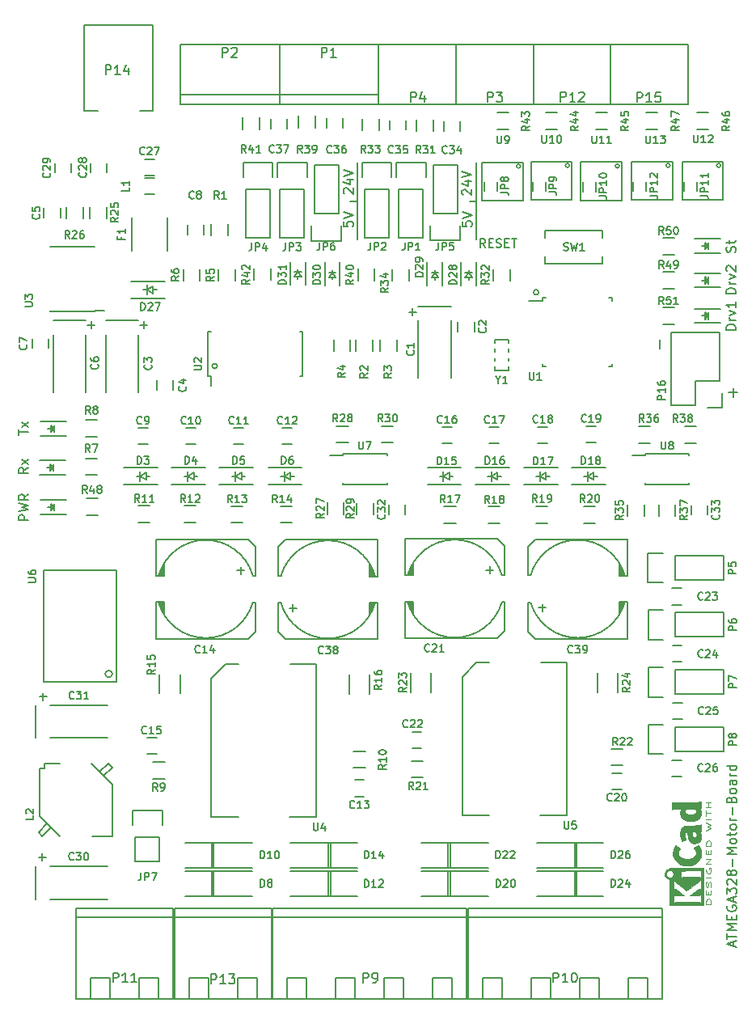
<source format=gto>
G04 #@! TF.FileFunction,Legend,Top*
%FSLAX46Y46*%
G04 Gerber Fmt 4.6, Leading zero omitted, Abs format (unit mm)*
G04 Created by KiCad (PCBNEW 4.1.0-alpha+201608101232+7015~46~ubuntu14.04.1-product) date Thu Aug 18 21:08:52 2016*
%MOMM*%
%LPD*%
G01*
G04 APERTURE LIST*
%ADD10C,0.100000*%
%ADD11C,0.200000*%
%ADD12C,0.150000*%
%ADD13C,0.152400*%
%ADD14C,0.010000*%
%ADD15C,0.125000*%
G04 APERTURE END LIST*
D10*
D11*
X144760000Y-56580000D02*
X144760000Y-60580000D01*
X144040000Y-56590000D02*
X144760000Y-56590000D01*
X144760000Y-56590000D02*
X144760000Y-52520000D01*
X157230000Y-56590000D02*
X157230000Y-52520000D01*
X156510000Y-56590000D02*
X157230000Y-56590000D01*
X157230000Y-56580000D02*
X157230000Y-60580000D01*
D12*
X184344761Y-61871428D02*
X184392380Y-61728571D01*
X184392380Y-61490476D01*
X184344761Y-61395238D01*
X184297142Y-61347619D01*
X184201904Y-61300000D01*
X184106666Y-61300000D01*
X184011428Y-61347619D01*
X183963809Y-61395238D01*
X183916190Y-61490476D01*
X183868571Y-61680952D01*
X183820952Y-61776190D01*
X183773333Y-61823809D01*
X183678095Y-61871428D01*
X183582857Y-61871428D01*
X183487619Y-61823809D01*
X183440000Y-61776190D01*
X183392380Y-61680952D01*
X183392380Y-61442857D01*
X183440000Y-61300000D01*
X183725714Y-61014285D02*
X183725714Y-60633333D01*
X183392380Y-60871428D02*
X184249523Y-60871428D01*
X184344761Y-60823809D01*
X184392380Y-60728571D01*
X184392380Y-60633333D01*
X184392380Y-66208571D02*
X183392380Y-66208571D01*
X183392380Y-65970476D01*
X183440000Y-65827619D01*
X183535238Y-65732380D01*
X183630476Y-65684761D01*
X183820952Y-65637142D01*
X183963809Y-65637142D01*
X184154285Y-65684761D01*
X184249523Y-65732380D01*
X184344761Y-65827619D01*
X184392380Y-65970476D01*
X184392380Y-66208571D01*
X184392380Y-65208571D02*
X183725714Y-65208571D01*
X183916190Y-65208571D02*
X183820952Y-65160952D01*
X183773333Y-65113333D01*
X183725714Y-65018095D01*
X183725714Y-64922857D01*
X183725714Y-64684761D02*
X184392380Y-64446666D01*
X183725714Y-64208571D01*
X183487619Y-63875238D02*
X183440000Y-63827619D01*
X183392380Y-63732380D01*
X183392380Y-63494285D01*
X183440000Y-63399047D01*
X183487619Y-63351428D01*
X183582857Y-63303809D01*
X183678095Y-63303809D01*
X183820952Y-63351428D01*
X184392380Y-63922857D01*
X184392380Y-63303809D01*
D11*
X176435714Y-71947142D02*
X176435714Y-71032857D01*
X184125714Y-77047142D02*
X184125714Y-76132857D01*
X184582857Y-76590000D02*
X183668571Y-76590000D01*
D12*
X184412380Y-69998571D02*
X183412380Y-69998571D01*
X183412380Y-69760476D01*
X183460000Y-69617619D01*
X183555238Y-69522380D01*
X183650476Y-69474761D01*
X183840952Y-69427142D01*
X183983809Y-69427142D01*
X184174285Y-69474761D01*
X184269523Y-69522380D01*
X184364761Y-69617619D01*
X184412380Y-69760476D01*
X184412380Y-69998571D01*
X184412380Y-68998571D02*
X183745714Y-68998571D01*
X183936190Y-68998571D02*
X183840952Y-68950952D01*
X183793333Y-68903333D01*
X183745714Y-68808095D01*
X183745714Y-68712857D01*
X183745714Y-68474761D02*
X184412380Y-68236666D01*
X183745714Y-67998571D01*
X184412380Y-67093809D02*
X184412380Y-67665238D01*
X184412380Y-67379523D02*
X183412380Y-67379523D01*
X183555238Y-67474761D01*
X183650476Y-67570000D01*
X183698095Y-67665238D01*
X109332380Y-81020476D02*
X109332380Y-80449047D01*
X110332380Y-80734761D02*
X109332380Y-80734761D01*
X110332380Y-80210952D02*
X109665714Y-79687142D01*
X109665714Y-80210952D02*
X110332380Y-79687142D01*
X110322380Y-84455238D02*
X109846190Y-84788571D01*
X110322380Y-85026666D02*
X109322380Y-85026666D01*
X109322380Y-84645714D01*
X109370000Y-84550476D01*
X109417619Y-84502857D01*
X109512857Y-84455238D01*
X109655714Y-84455238D01*
X109750952Y-84502857D01*
X109798571Y-84550476D01*
X109846190Y-84645714D01*
X109846190Y-85026666D01*
X110322380Y-84121904D02*
X109655714Y-83598095D01*
X109655714Y-84121904D02*
X110322380Y-83598095D01*
X110342380Y-89933333D02*
X109342380Y-89933333D01*
X109342380Y-89552380D01*
X109390000Y-89457142D01*
X109437619Y-89409523D01*
X109532857Y-89361904D01*
X109675714Y-89361904D01*
X109770952Y-89409523D01*
X109818571Y-89457142D01*
X109866190Y-89552380D01*
X109866190Y-89933333D01*
X109342380Y-89028571D02*
X110342380Y-88790476D01*
X109628095Y-88600000D01*
X110342380Y-88409523D01*
X109342380Y-88171428D01*
X110342380Y-87219047D02*
X109866190Y-87552380D01*
X110342380Y-87790476D02*
X109342380Y-87790476D01*
X109342380Y-87409523D01*
X109390000Y-87314285D01*
X109437619Y-87266666D01*
X109532857Y-87219047D01*
X109675714Y-87219047D01*
X109770952Y-87266666D01*
X109818571Y-87314285D01*
X109866190Y-87409523D01*
X109866190Y-87790476D01*
X143332380Y-58710476D02*
X143332380Y-59186666D01*
X143808571Y-59234285D01*
X143760952Y-59186666D01*
X143713333Y-59091428D01*
X143713333Y-58853333D01*
X143760952Y-58758095D01*
X143808571Y-58710476D01*
X143903809Y-58662857D01*
X144141904Y-58662857D01*
X144237142Y-58710476D01*
X144284761Y-58758095D01*
X144332380Y-58853333D01*
X144332380Y-59091428D01*
X144284761Y-59186666D01*
X144237142Y-59234285D01*
X143332380Y-58377142D02*
X144332380Y-58043809D01*
X143332380Y-57710476D01*
X143417619Y-55740476D02*
X143370000Y-55692857D01*
X143322380Y-55597619D01*
X143322380Y-55359523D01*
X143370000Y-55264285D01*
X143417619Y-55216666D01*
X143512857Y-55169047D01*
X143608095Y-55169047D01*
X143750952Y-55216666D01*
X144322380Y-55788095D01*
X144322380Y-55169047D01*
X143655714Y-54311904D02*
X144322380Y-54311904D01*
X143274761Y-54550000D02*
X143989047Y-54788095D01*
X143989047Y-54169047D01*
X143322380Y-53930952D02*
X144322380Y-53597619D01*
X143322380Y-53264285D01*
D11*
X184186666Y-134556190D02*
X184186666Y-134080000D01*
X184472380Y-134651428D02*
X183472380Y-134318095D01*
X184472380Y-133984761D01*
X183472380Y-133794285D02*
X183472380Y-133222857D01*
X184472380Y-133508571D02*
X183472380Y-133508571D01*
X184472380Y-132889523D02*
X183472380Y-132889523D01*
X184186666Y-132556190D01*
X183472380Y-132222857D01*
X184472380Y-132222857D01*
X183948571Y-131746666D02*
X183948571Y-131413333D01*
X184472380Y-131270476D02*
X184472380Y-131746666D01*
X183472380Y-131746666D01*
X183472380Y-131270476D01*
X183520000Y-130318095D02*
X183472380Y-130413333D01*
X183472380Y-130556190D01*
X183520000Y-130699047D01*
X183615238Y-130794285D01*
X183710476Y-130841904D01*
X183900952Y-130889523D01*
X184043809Y-130889523D01*
X184234285Y-130841904D01*
X184329523Y-130794285D01*
X184424761Y-130699047D01*
X184472380Y-130556190D01*
X184472380Y-130460952D01*
X184424761Y-130318095D01*
X184377142Y-130270476D01*
X184043809Y-130270476D01*
X184043809Y-130460952D01*
X184186666Y-129889523D02*
X184186666Y-129413333D01*
X184472380Y-129984761D02*
X183472380Y-129651428D01*
X184472380Y-129318095D01*
X183472380Y-129080000D02*
X183472380Y-128460952D01*
X183853333Y-128794285D01*
X183853333Y-128651428D01*
X183900952Y-128556190D01*
X183948571Y-128508571D01*
X184043809Y-128460952D01*
X184281904Y-128460952D01*
X184377142Y-128508571D01*
X184424761Y-128556190D01*
X184472380Y-128651428D01*
X184472380Y-128937142D01*
X184424761Y-129032380D01*
X184377142Y-129080000D01*
X183567619Y-128080000D02*
X183520000Y-128032380D01*
X183472380Y-127937142D01*
X183472380Y-127699047D01*
X183520000Y-127603809D01*
X183567619Y-127556190D01*
X183662857Y-127508571D01*
X183758095Y-127508571D01*
X183900952Y-127556190D01*
X184472380Y-128127619D01*
X184472380Y-127508571D01*
X183900952Y-126937142D02*
X183853333Y-127032380D01*
X183805714Y-127080000D01*
X183710476Y-127127619D01*
X183662857Y-127127619D01*
X183567619Y-127080000D01*
X183520000Y-127032380D01*
X183472380Y-126937142D01*
X183472380Y-126746666D01*
X183520000Y-126651428D01*
X183567619Y-126603809D01*
X183662857Y-126556190D01*
X183710476Y-126556190D01*
X183805714Y-126603809D01*
X183853333Y-126651428D01*
X183900952Y-126746666D01*
X183900952Y-126937142D01*
X183948571Y-127032380D01*
X183996190Y-127080000D01*
X184091428Y-127127619D01*
X184281904Y-127127619D01*
X184377142Y-127080000D01*
X184424761Y-127032380D01*
X184472380Y-126937142D01*
X184472380Y-126746666D01*
X184424761Y-126651428D01*
X184377142Y-126603809D01*
X184281904Y-126556190D01*
X184091428Y-126556190D01*
X183996190Y-126603809D01*
X183948571Y-126651428D01*
X183900952Y-126746666D01*
X184091428Y-126127619D02*
X184091428Y-125365714D01*
X184472380Y-124889523D02*
X183472380Y-124889523D01*
X184186666Y-124556190D01*
X183472380Y-124222857D01*
X184472380Y-124222857D01*
X184472380Y-123603809D02*
X184424761Y-123699047D01*
X184377142Y-123746666D01*
X184281904Y-123794285D01*
X183996190Y-123794285D01*
X183900952Y-123746666D01*
X183853333Y-123699047D01*
X183805714Y-123603809D01*
X183805714Y-123460952D01*
X183853333Y-123365714D01*
X183900952Y-123318095D01*
X183996190Y-123270476D01*
X184281904Y-123270476D01*
X184377142Y-123318095D01*
X184424761Y-123365714D01*
X184472380Y-123460952D01*
X184472380Y-123603809D01*
X183805714Y-122984761D02*
X183805714Y-122603809D01*
X183472380Y-122841904D02*
X184329523Y-122841904D01*
X184424761Y-122794285D01*
X184472380Y-122699047D01*
X184472380Y-122603809D01*
X184472380Y-122127619D02*
X184424761Y-122222857D01*
X184377142Y-122270476D01*
X184281904Y-122318095D01*
X183996190Y-122318095D01*
X183900952Y-122270476D01*
X183853333Y-122222857D01*
X183805714Y-122127619D01*
X183805714Y-121984761D01*
X183853333Y-121889523D01*
X183900952Y-121841904D01*
X183996190Y-121794285D01*
X184281904Y-121794285D01*
X184377142Y-121841904D01*
X184424761Y-121889523D01*
X184472380Y-121984761D01*
X184472380Y-122127619D01*
X184472380Y-121365714D02*
X183805714Y-121365714D01*
X183996190Y-121365714D02*
X183900952Y-121318095D01*
X183853333Y-121270476D01*
X183805714Y-121175238D01*
X183805714Y-121080000D01*
X184091428Y-120746666D02*
X184091428Y-119984761D01*
X183948571Y-119175238D02*
X183996190Y-119032380D01*
X184043809Y-118984761D01*
X184139047Y-118937142D01*
X184281904Y-118937142D01*
X184377142Y-118984761D01*
X184424761Y-119032380D01*
X184472380Y-119127619D01*
X184472380Y-119508571D01*
X183472380Y-119508571D01*
X183472380Y-119175238D01*
X183520000Y-119080000D01*
X183567619Y-119032380D01*
X183662857Y-118984761D01*
X183758095Y-118984761D01*
X183853333Y-119032380D01*
X183900952Y-119080000D01*
X183948571Y-119175238D01*
X183948571Y-119508571D01*
X184472380Y-118365714D02*
X184424761Y-118460952D01*
X184377142Y-118508571D01*
X184281904Y-118556190D01*
X183996190Y-118556190D01*
X183900952Y-118508571D01*
X183853333Y-118460952D01*
X183805714Y-118365714D01*
X183805714Y-118222857D01*
X183853333Y-118127619D01*
X183900952Y-118080000D01*
X183996190Y-118032380D01*
X184281904Y-118032380D01*
X184377142Y-118080000D01*
X184424761Y-118127619D01*
X184472380Y-118222857D01*
X184472380Y-118365714D01*
X184472380Y-117175238D02*
X183948571Y-117175238D01*
X183853333Y-117222857D01*
X183805714Y-117318095D01*
X183805714Y-117508571D01*
X183853333Y-117603809D01*
X184424761Y-117175238D02*
X184472380Y-117270476D01*
X184472380Y-117508571D01*
X184424761Y-117603809D01*
X184329523Y-117651428D01*
X184234285Y-117651428D01*
X184139047Y-117603809D01*
X184091428Y-117508571D01*
X184091428Y-117270476D01*
X184043809Y-117175238D01*
X184472380Y-116699047D02*
X183805714Y-116699047D01*
X183996190Y-116699047D02*
X183900952Y-116651428D01*
X183853333Y-116603809D01*
X183805714Y-116508571D01*
X183805714Y-116413333D01*
X184472380Y-115651428D02*
X183472380Y-115651428D01*
X184424761Y-115651428D02*
X184472380Y-115746666D01*
X184472380Y-115937142D01*
X184424761Y-116032380D01*
X184377142Y-116080000D01*
X184281904Y-116127619D01*
X183996190Y-116127619D01*
X183900952Y-116080000D01*
X183853333Y-116032380D01*
X183805714Y-115937142D01*
X183805714Y-115746666D01*
X183853333Y-115651428D01*
D12*
X155837619Y-55880476D02*
X155790000Y-55832857D01*
X155742380Y-55737619D01*
X155742380Y-55499523D01*
X155790000Y-55404285D01*
X155837619Y-55356666D01*
X155932857Y-55309047D01*
X156028095Y-55309047D01*
X156170952Y-55356666D01*
X156742380Y-55928095D01*
X156742380Y-55309047D01*
X156075714Y-54451904D02*
X156742380Y-54451904D01*
X155694761Y-54690000D02*
X156409047Y-54928095D01*
X156409047Y-54309047D01*
X155742380Y-54070952D02*
X156742380Y-53737619D01*
X155742380Y-53404285D01*
X155772380Y-58680476D02*
X155772380Y-59156666D01*
X156248571Y-59204285D01*
X156200952Y-59156666D01*
X156153333Y-59061428D01*
X156153333Y-58823333D01*
X156200952Y-58728095D01*
X156248571Y-58680476D01*
X156343809Y-58632857D01*
X156581904Y-58632857D01*
X156677142Y-58680476D01*
X156724761Y-58728095D01*
X156772380Y-58823333D01*
X156772380Y-59061428D01*
X156724761Y-59156666D01*
X156677142Y-59204285D01*
X155772380Y-58347142D02*
X156772380Y-58013809D01*
X155772380Y-57680476D01*
X158172857Y-61397142D02*
X157872857Y-60968571D01*
X157658571Y-61397142D02*
X157658571Y-60497142D01*
X158001428Y-60497142D01*
X158087142Y-60540000D01*
X158130000Y-60582857D01*
X158172857Y-60668571D01*
X158172857Y-60797142D01*
X158130000Y-60882857D01*
X158087142Y-60925714D01*
X158001428Y-60968571D01*
X157658571Y-60968571D01*
X158558571Y-60925714D02*
X158858571Y-60925714D01*
X158987142Y-61397142D02*
X158558571Y-61397142D01*
X158558571Y-60497142D01*
X158987142Y-60497142D01*
X159330000Y-61354285D02*
X159458571Y-61397142D01*
X159672857Y-61397142D01*
X159758571Y-61354285D01*
X159801428Y-61311428D01*
X159844285Y-61225714D01*
X159844285Y-61140000D01*
X159801428Y-61054285D01*
X159758571Y-61011428D01*
X159672857Y-60968571D01*
X159501428Y-60925714D01*
X159415714Y-60882857D01*
X159372857Y-60840000D01*
X159330000Y-60754285D01*
X159330000Y-60668571D01*
X159372857Y-60582857D01*
X159415714Y-60540000D01*
X159501428Y-60497142D01*
X159715714Y-60497142D01*
X159844285Y-60540000D01*
X160230000Y-60925714D02*
X160530000Y-60925714D01*
X160658571Y-61397142D02*
X160230000Y-61397142D01*
X160230000Y-60497142D01*
X160658571Y-60497142D01*
X160915714Y-60497142D02*
X161430000Y-60497142D01*
X161172857Y-61397142D02*
X161172857Y-60497142D01*
X177980000Y-65695000D02*
X176780000Y-65695000D01*
X176780000Y-63945000D02*
X177980000Y-63945000D01*
X182780000Y-64080000D02*
X180080000Y-64080000D01*
X182780000Y-65580000D02*
X180080000Y-65580000D01*
X181280000Y-64680000D02*
X181280000Y-64930000D01*
X181280000Y-64930000D02*
X181430000Y-64780000D01*
X181530000Y-65180000D02*
X181530000Y-64480000D01*
X181180000Y-64830000D02*
X180830000Y-64830000D01*
X181530000Y-64830000D02*
X181180000Y-65180000D01*
X181180000Y-65180000D02*
X181180000Y-64480000D01*
X181180000Y-64480000D02*
X181530000Y-64830000D01*
X182790980Y-60500000D02*
X180090980Y-60500000D01*
X182790980Y-62000000D02*
X180090980Y-62000000D01*
X181290980Y-61100000D02*
X181290980Y-61350000D01*
X181290980Y-61350000D02*
X181440980Y-61200000D01*
X181540980Y-61600000D02*
X181540980Y-60900000D01*
X181190980Y-61250000D02*
X180840980Y-61250000D01*
X181540980Y-61250000D02*
X181190980Y-61600000D01*
X181190980Y-61600000D02*
X181190980Y-60900000D01*
X181190980Y-60900000D02*
X181540980Y-61250000D01*
X182790000Y-67800000D02*
X180090000Y-67800000D01*
X182790000Y-69300000D02*
X180090000Y-69300000D01*
X181290000Y-68400000D02*
X181290000Y-68650000D01*
X181290000Y-68650000D02*
X181440000Y-68500000D01*
X181540000Y-68900000D02*
X181540000Y-68200000D01*
X181190000Y-68550000D02*
X180840000Y-68550000D01*
X181540000Y-68550000D02*
X181190000Y-68900000D01*
X181190000Y-68900000D02*
X181190000Y-68200000D01*
X181190000Y-68200000D02*
X181540000Y-68550000D01*
X177980000Y-62125000D02*
X176780000Y-62125000D01*
X176780000Y-60375000D02*
X177980000Y-60375000D01*
X177980000Y-69435000D02*
X176780000Y-69435000D01*
X176780000Y-67685000D02*
X177980000Y-67685000D01*
D13*
X179405000Y-40175000D02*
X179405000Y-46375000D01*
X171305000Y-40175000D02*
X179405000Y-40175000D01*
X171305000Y-46375000D02*
X171305000Y-40175000D01*
X179405000Y-46375000D02*
X171305000Y-46375000D01*
X130102488Y-73820000D02*
G75*
G03X130102488Y-73820000I-262488J0D01*
G01*
D12*
X129105000Y-74835000D02*
X129430000Y-74835000D01*
X129105000Y-70185000D02*
X129430000Y-70185000D01*
X139055000Y-70185000D02*
X138730000Y-70185000D01*
X139055000Y-74835000D02*
X138730000Y-74835000D01*
X129105000Y-74835000D02*
X129105000Y-70185000D01*
X139055000Y-74835000D02*
X139055000Y-70185000D01*
X129430000Y-74835000D02*
X129430000Y-75910000D01*
D13*
X163769258Y-66090000D02*
G75*
G03X163769258Y-66090000I-269258J0D01*
G01*
D12*
X164175000Y-66635000D02*
X164175000Y-66960000D01*
X171425000Y-66635000D02*
X171425000Y-66960000D01*
X171425000Y-73885000D02*
X171425000Y-73560000D01*
X164175000Y-73885000D02*
X164175000Y-73560000D01*
X164175000Y-66635000D02*
X164500000Y-66635000D01*
X164175000Y-73885000D02*
X164500000Y-73885000D01*
X171425000Y-73885000D02*
X171100000Y-73885000D01*
X171425000Y-66635000D02*
X171100000Y-66635000D01*
X164175000Y-66960000D02*
X162750000Y-66960000D01*
D13*
X171315000Y-40175000D02*
X171315000Y-46375000D01*
X163215000Y-40175000D02*
X171315000Y-40175000D01*
X163215000Y-46375000D02*
X163215000Y-40175000D01*
X171315000Y-46375000D02*
X163215000Y-46375000D01*
X163205000Y-40175000D02*
X163205000Y-46375000D01*
X155105000Y-40175000D02*
X163205000Y-40175000D01*
X155105000Y-46375000D02*
X155105000Y-40175000D01*
X163205000Y-46375000D02*
X155105000Y-46375000D01*
X155105000Y-40175000D02*
X155105000Y-46375000D01*
X147005000Y-40175000D02*
X155105000Y-40175000D01*
X147005000Y-46375000D02*
X147005000Y-40175000D01*
X155105000Y-46375000D02*
X147005000Y-46375000D01*
D12*
X122810000Y-114430000D02*
X123810000Y-114430000D01*
X123810000Y-112730000D02*
X122810000Y-112730000D01*
D13*
X111500000Y-115900000D02*
X111500000Y-120900000D01*
X112000000Y-115400000D02*
X113600000Y-115400000D01*
X112000000Y-115900000D02*
X112000000Y-115400000D01*
X111500000Y-115900000D02*
X112000000Y-115900000D01*
X118700000Y-115400000D02*
X117800000Y-116300000D01*
X119100000Y-115800000D02*
X118700000Y-115400000D01*
X118200000Y-116700000D02*
X119100000Y-115800000D01*
X111400000Y-122600000D02*
X112300000Y-121700000D01*
X111800000Y-123000000D02*
X111400000Y-122600000D01*
X112700000Y-122100000D02*
X111800000Y-123000000D01*
X119100000Y-123000000D02*
X117000000Y-123000000D01*
X119100000Y-117600000D02*
X119100000Y-123000000D01*
X116900000Y-115400000D02*
X119100000Y-117600000D01*
X113600000Y-123000000D02*
X111500000Y-120900000D01*
D12*
X157020000Y-70200000D02*
X157020000Y-69200000D01*
X155320000Y-69200000D02*
X155320000Y-70200000D01*
X125480000Y-76320000D02*
X125480000Y-75320000D01*
X123780000Y-75320000D02*
X123780000Y-76320000D01*
X111975000Y-57275000D02*
X111975000Y-58275000D01*
X113675000Y-58275000D02*
X113675000Y-57275000D01*
X112440000Y-71940000D02*
X112440000Y-70940000D01*
X110740000Y-70940000D02*
X110740000Y-71940000D01*
X126975000Y-59050000D02*
X126975000Y-60050000D01*
X128675000Y-60050000D02*
X128675000Y-59050000D01*
X121840000Y-81970000D02*
X122840000Y-81970000D01*
X122840000Y-80270000D02*
X121840000Y-80270000D01*
X126840000Y-81970000D02*
X127840000Y-81970000D01*
X127840000Y-80270000D02*
X126840000Y-80270000D01*
X131840000Y-81970000D02*
X132840000Y-81970000D01*
X132840000Y-80270000D02*
X131840000Y-80270000D01*
X136940000Y-81970000D02*
X137940000Y-81970000D01*
X137940000Y-80270000D02*
X136940000Y-80270000D01*
X144500000Y-118850000D02*
X145500000Y-118850000D01*
X145500000Y-117150000D02*
X144500000Y-117150000D01*
X153660000Y-81930000D02*
X154660000Y-81930000D01*
X154660000Y-80230000D02*
X153660000Y-80230000D01*
X158610000Y-81930000D02*
X159610000Y-81930000D01*
X159610000Y-80230000D02*
X158610000Y-80230000D01*
X163690000Y-81880000D02*
X164690000Y-81880000D01*
X164690000Y-80180000D02*
X163690000Y-80180000D01*
X168730000Y-81830000D02*
X169730000Y-81830000D01*
X169730000Y-80130000D02*
X168730000Y-80130000D01*
X171450000Y-118100000D02*
X172450000Y-118100000D01*
X172450000Y-116400000D02*
X171450000Y-116400000D01*
X150500000Y-113850000D02*
X151500000Y-113850000D01*
X151500000Y-112150000D02*
X150500000Y-112150000D01*
X177730000Y-98780000D02*
X178730000Y-98780000D01*
X178730000Y-97080000D02*
X177730000Y-97080000D01*
X177770000Y-104770000D02*
X178770000Y-104770000D01*
X178770000Y-103070000D02*
X177770000Y-103070000D01*
X177800000Y-110770000D02*
X178800000Y-110770000D01*
X178800000Y-109070000D02*
X177800000Y-109070000D01*
X177750000Y-116770000D02*
X178750000Y-116770000D01*
X178750000Y-115070000D02*
X177750000Y-115070000D01*
X123500000Y-52150000D02*
X122500000Y-52150000D01*
X122500000Y-53850000D02*
X123500000Y-53850000D01*
X116860000Y-52560000D02*
X116860000Y-53560000D01*
X118560000Y-53560000D02*
X118560000Y-52560000D01*
X113110000Y-52560000D02*
X113110000Y-53560000D01*
X114810000Y-53560000D02*
X114810000Y-52560000D01*
X149750000Y-89330000D02*
X149750000Y-88330000D01*
X148050000Y-88330000D02*
X148050000Y-89330000D01*
X181440000Y-89380000D02*
X181440000Y-88380000D01*
X179740000Y-88380000D02*
X179740000Y-89380000D01*
X153830000Y-48170000D02*
X153830000Y-49170000D01*
X155530000Y-49170000D02*
X155530000Y-48170000D01*
X148190000Y-48070000D02*
X148190000Y-49070000D01*
X149890000Y-49070000D02*
X149890000Y-48070000D01*
X141540000Y-47880000D02*
X141540000Y-48880000D01*
X143240000Y-48880000D02*
X143240000Y-47880000D01*
X135730000Y-47960000D02*
X135730000Y-48960000D01*
X137430000Y-48960000D02*
X137430000Y-47960000D01*
X114230980Y-83650000D02*
X111530980Y-83650000D01*
X114230980Y-85150000D02*
X111530980Y-85150000D01*
X112730980Y-84250000D02*
X112730980Y-84500000D01*
X112730980Y-84500000D02*
X112880980Y-84350000D01*
X112980980Y-84750000D02*
X112980980Y-84050000D01*
X112630980Y-84400000D02*
X112280980Y-84400000D01*
X112980980Y-84400000D02*
X112630980Y-84750000D01*
X112630980Y-84750000D02*
X112630980Y-84050000D01*
X112630980Y-84050000D02*
X112980980Y-84400000D01*
X114270000Y-79640000D02*
X111570000Y-79640000D01*
X114270000Y-81140000D02*
X111570000Y-81140000D01*
X112770000Y-80240000D02*
X112770000Y-80490000D01*
X112770000Y-80490000D02*
X112920000Y-80340000D01*
X113020000Y-80740000D02*
X113020000Y-80040000D01*
X112670000Y-80390000D02*
X112320000Y-80390000D01*
X113020000Y-80390000D02*
X112670000Y-80740000D01*
X112670000Y-80740000D02*
X112670000Y-80040000D01*
X112670000Y-80040000D02*
X113020000Y-80390000D01*
X122657500Y-85335000D02*
X123038500Y-85335000D01*
X121641500Y-85335000D02*
X122022500Y-85335000D01*
X122022500Y-85335000D02*
X122657500Y-84954000D01*
X122657500Y-84954000D02*
X122657500Y-85716000D01*
X122657500Y-85716000D02*
X122022500Y-85335000D01*
X122022500Y-84827000D02*
X122022500Y-85843000D01*
X120340000Y-86235000D02*
X123880000Y-86235000D01*
X120340000Y-84435000D02*
X123880000Y-84435000D01*
X127657500Y-85335000D02*
X128038500Y-85335000D01*
X126641500Y-85335000D02*
X127022500Y-85335000D01*
X127022500Y-85335000D02*
X127657500Y-84954000D01*
X127657500Y-84954000D02*
X127657500Y-85716000D01*
X127657500Y-85716000D02*
X127022500Y-85335000D01*
X127022500Y-84827000D02*
X127022500Y-85843000D01*
X125340000Y-86235000D02*
X128880000Y-86235000D01*
X125340000Y-84435000D02*
X128880000Y-84435000D01*
X132657500Y-85335000D02*
X133038500Y-85335000D01*
X131641500Y-85335000D02*
X132022500Y-85335000D01*
X132022500Y-85335000D02*
X132657500Y-84954000D01*
X132657500Y-84954000D02*
X132657500Y-85716000D01*
X132657500Y-85716000D02*
X132022500Y-85335000D01*
X132022500Y-84827000D02*
X132022500Y-85843000D01*
X130340000Y-86235000D02*
X133880000Y-86235000D01*
X130340000Y-84435000D02*
X133880000Y-84435000D01*
X137757500Y-85335000D02*
X138138500Y-85335000D01*
X136741500Y-85335000D02*
X137122500Y-85335000D01*
X137122500Y-85335000D02*
X137757500Y-84954000D01*
X137757500Y-84954000D02*
X137757500Y-85716000D01*
X137757500Y-85716000D02*
X137122500Y-85335000D01*
X137122500Y-84827000D02*
X137122500Y-85843000D01*
X135440000Y-86235000D02*
X138980000Y-86235000D01*
X135440000Y-84435000D02*
X138980000Y-84435000D01*
D13*
X129750000Y-126700000D02*
X129750000Y-129300000D01*
X129550000Y-126800000D02*
X129550000Y-129300000D01*
X126750000Y-129300000D02*
X133750000Y-129300000D01*
X126750000Y-126700000D02*
X133750000Y-126700000D01*
X129750000Y-123700000D02*
X129750000Y-126300000D01*
X129550000Y-123800000D02*
X129550000Y-126300000D01*
X126750000Y-126300000D02*
X133750000Y-126300000D01*
X126750000Y-123700000D02*
X133750000Y-123700000D01*
X141750000Y-129300000D02*
X141750000Y-126700000D01*
X141950000Y-129200000D02*
X141950000Y-126700000D01*
X144750000Y-126700000D02*
X137750000Y-126700000D01*
X144750000Y-129300000D02*
X137750000Y-129300000D01*
X141750000Y-126300000D02*
X141750000Y-123700000D01*
X141950000Y-126200000D02*
X141950000Y-123700000D01*
X144750000Y-123700000D02*
X137750000Y-123700000D01*
X144750000Y-126300000D02*
X137750000Y-126300000D01*
D12*
X154427500Y-85335000D02*
X154808500Y-85335000D01*
X153411500Y-85335000D02*
X153792500Y-85335000D01*
X153792500Y-85335000D02*
X154427500Y-84954000D01*
X154427500Y-84954000D02*
X154427500Y-85716000D01*
X154427500Y-85716000D02*
X153792500Y-85335000D01*
X153792500Y-84827000D02*
X153792500Y-85843000D01*
X152110000Y-86235000D02*
X155650000Y-86235000D01*
X152110000Y-84435000D02*
X155650000Y-84435000D01*
X159472500Y-85335000D02*
X159853500Y-85335000D01*
X158456500Y-85335000D02*
X158837500Y-85335000D01*
X158837500Y-85335000D02*
X159472500Y-84954000D01*
X159472500Y-84954000D02*
X159472500Y-85716000D01*
X159472500Y-85716000D02*
X158837500Y-85335000D01*
X158837500Y-84827000D02*
X158837500Y-85843000D01*
X157155000Y-86235000D02*
X160695000Y-86235000D01*
X157155000Y-84435000D02*
X160695000Y-84435000D01*
X164522500Y-85335000D02*
X164903500Y-85335000D01*
X163506500Y-85335000D02*
X163887500Y-85335000D01*
X163887500Y-85335000D02*
X164522500Y-84954000D01*
X164522500Y-84954000D02*
X164522500Y-85716000D01*
X164522500Y-85716000D02*
X163887500Y-85335000D01*
X163887500Y-84827000D02*
X163887500Y-85843000D01*
X162205000Y-86235000D02*
X165745000Y-86235000D01*
X162205000Y-84435000D02*
X165745000Y-84435000D01*
X169522500Y-85335000D02*
X169903500Y-85335000D01*
X168506500Y-85335000D02*
X168887500Y-85335000D01*
X168887500Y-85335000D02*
X169522500Y-84954000D01*
X169522500Y-84954000D02*
X169522500Y-85716000D01*
X169522500Y-85716000D02*
X168887500Y-85335000D01*
X168887500Y-84827000D02*
X168887500Y-85843000D01*
X167205000Y-86235000D02*
X170745000Y-86235000D01*
X167205000Y-84435000D02*
X170745000Y-84435000D01*
D13*
X154500000Y-126700000D02*
X154500000Y-129300000D01*
X154300000Y-126800000D02*
X154300000Y-129300000D01*
X151500000Y-129300000D02*
X158500000Y-129300000D01*
X151500000Y-126700000D02*
X158500000Y-126700000D01*
X154500000Y-123700000D02*
X154500000Y-126300000D01*
X154300000Y-123800000D02*
X154300000Y-126300000D01*
X151500000Y-126300000D02*
X158500000Y-126300000D01*
X151500000Y-123700000D02*
X158500000Y-123700000D01*
X167550000Y-129300000D02*
X167550000Y-126700000D01*
X167750000Y-129200000D02*
X167750000Y-126700000D01*
X170550000Y-126700000D02*
X163550000Y-126700000D01*
X170550000Y-129300000D02*
X163550000Y-129300000D01*
X167550000Y-126300000D02*
X167550000Y-123700000D01*
X167750000Y-126200000D02*
X167750000Y-123700000D01*
X170550000Y-123700000D02*
X163550000Y-123700000D01*
X170550000Y-126300000D02*
X163550000Y-126300000D01*
D12*
X123392500Y-65825000D02*
X123773500Y-65825000D01*
X122376500Y-65825000D02*
X122757500Y-65825000D01*
X122757500Y-65825000D02*
X123392500Y-65444000D01*
X123392500Y-65444000D02*
X123392500Y-66206000D01*
X123392500Y-66206000D02*
X122757500Y-65825000D01*
X122757500Y-65317000D02*
X122757500Y-66333000D01*
X121075000Y-66725000D02*
X124615000Y-66725000D01*
X121075000Y-64925000D02*
X124615000Y-64925000D01*
X156430000Y-64510000D02*
X156430000Y-64760000D01*
X156430000Y-64010000D02*
X156430000Y-63760000D01*
X156430000Y-64010000D02*
X156780000Y-64510000D01*
X156780000Y-64510000D02*
X156080000Y-64510000D01*
X156080000Y-64510000D02*
X156430000Y-64010000D01*
X156780000Y-64010000D02*
X156080000Y-64010000D01*
X155630000Y-62960000D02*
X155630000Y-65360000D01*
X157230000Y-62960000D02*
X157230000Y-65360000D01*
X152890000Y-64510000D02*
X152890000Y-64760000D01*
X152890000Y-64010000D02*
X152890000Y-63760000D01*
X152890000Y-64010000D02*
X153240000Y-64510000D01*
X153240000Y-64510000D02*
X152540000Y-64510000D01*
X152540000Y-64510000D02*
X152890000Y-64010000D01*
X153240000Y-64010000D02*
X152540000Y-64010000D01*
X152090000Y-62960000D02*
X152090000Y-65360000D01*
X153690000Y-62960000D02*
X153690000Y-65360000D01*
X142160000Y-64490000D02*
X142160000Y-64740000D01*
X142160000Y-63990000D02*
X142160000Y-63740000D01*
X142160000Y-63990000D02*
X142510000Y-64490000D01*
X142510000Y-64490000D02*
X141810000Y-64490000D01*
X141810000Y-64490000D02*
X142160000Y-63990000D01*
X142510000Y-63990000D02*
X141810000Y-63990000D01*
X141360000Y-62940000D02*
X141360000Y-65340000D01*
X142960000Y-62940000D02*
X142960000Y-65340000D01*
X138560000Y-64470000D02*
X138560000Y-64720000D01*
X138560000Y-63970000D02*
X138560000Y-63720000D01*
X138560000Y-63970000D02*
X138910000Y-64470000D01*
X138910000Y-64470000D02*
X138210000Y-64470000D01*
X138210000Y-64470000D02*
X138560000Y-63970000D01*
X138910000Y-63970000D02*
X138210000Y-63970000D01*
X137760000Y-62920000D02*
X137760000Y-65320000D01*
X139360000Y-62920000D02*
X139360000Y-65320000D01*
X121120400Y-58272800D02*
X121120400Y-61727200D01*
X124879600Y-58272800D02*
X124879600Y-61727200D01*
X122500000Y-55850000D02*
X123500000Y-55850000D01*
X123500000Y-54150000D02*
X122500000Y-54150000D01*
D11*
X116175000Y-47125000D02*
X117575000Y-47125000D01*
X123375000Y-47125000D02*
X121975000Y-47125000D01*
X116175000Y-38125000D02*
X116175000Y-47125000D01*
X123375000Y-38125000D02*
X116175000Y-38125000D01*
X123375000Y-47125000D02*
X123375000Y-38125000D01*
D12*
X129450000Y-60150000D02*
X129450000Y-58950000D01*
X131200000Y-58950000D02*
X131200000Y-60150000D01*
X146395000Y-71075000D02*
X146395000Y-72275000D01*
X144645000Y-72275000D02*
X144645000Y-71075000D01*
X148895000Y-71075000D02*
X148895000Y-72275000D01*
X147145000Y-72275000D02*
X147145000Y-71075000D01*
X142295000Y-72225000D02*
X142295000Y-71025000D01*
X144045000Y-71025000D02*
X144045000Y-72225000D01*
X130215000Y-64850000D02*
X130215000Y-63650000D01*
X131965000Y-63650000D02*
X131965000Y-64850000D01*
X126540000Y-64850000D02*
X126540000Y-63650000D01*
X128290000Y-63650000D02*
X128290000Y-64850000D01*
X117515000Y-85210000D02*
X116315000Y-85210000D01*
X116315000Y-83460000D02*
X117515000Y-83460000D01*
X116355000Y-79460000D02*
X117555000Y-79460000D01*
X117555000Y-81210000D02*
X116355000Y-81210000D01*
X123400000Y-115275000D02*
X124600000Y-115275000D01*
X124600000Y-117025000D02*
X123400000Y-117025000D01*
X145600000Y-115875000D02*
X144400000Y-115875000D01*
X144400000Y-114125000D02*
X145600000Y-114125000D01*
X121860000Y-88435000D02*
X123060000Y-88435000D01*
X123060000Y-90185000D02*
X121860000Y-90185000D01*
X126665000Y-88435000D02*
X127865000Y-88435000D01*
X127865000Y-90185000D02*
X126665000Y-90185000D01*
X131565000Y-88465000D02*
X132765000Y-88465000D01*
X132765000Y-90215000D02*
X131565000Y-90215000D01*
X136765000Y-88465000D02*
X137965000Y-88465000D01*
X137965000Y-90215000D02*
X136765000Y-90215000D01*
X126205000Y-106090000D02*
X126205000Y-108090000D01*
X124055000Y-108090000D02*
X124055000Y-106090000D01*
X146075000Y-106100000D02*
X146075000Y-108100000D01*
X143925000Y-108100000D02*
X143925000Y-106100000D01*
X153885000Y-88535000D02*
X155085000Y-88535000D01*
X155085000Y-90285000D02*
X153885000Y-90285000D01*
X158505000Y-88505000D02*
X159705000Y-88505000D01*
X159705000Y-90255000D02*
X158505000Y-90255000D01*
X163505000Y-88505000D02*
X164705000Y-88505000D01*
X164705000Y-90255000D02*
X163505000Y-90255000D01*
X168505000Y-88505000D02*
X169705000Y-88505000D01*
X169705000Y-90255000D02*
X168505000Y-90255000D01*
X150450000Y-115125000D02*
X151650000Y-115125000D01*
X151650000Y-116875000D02*
X150450000Y-116875000D01*
X172550000Y-115625000D02*
X171350000Y-115625000D01*
X171350000Y-113875000D02*
X172550000Y-113875000D01*
X152525000Y-105930000D02*
X152525000Y-107930000D01*
X150375000Y-107930000D02*
X150375000Y-105930000D01*
X172075000Y-105950000D02*
X172075000Y-107950000D01*
X169925000Y-107950000D02*
X169925000Y-105950000D01*
X118525000Y-57150000D02*
X118525000Y-58350000D01*
X116775000Y-58350000D02*
X116775000Y-57150000D01*
X116045000Y-57150000D02*
X116045000Y-58350000D01*
X114295000Y-58350000D02*
X114295000Y-57150000D01*
X141615000Y-89300000D02*
X141615000Y-88100000D01*
X143365000Y-88100000D02*
X143365000Y-89300000D01*
X142610000Y-80095000D02*
X143810000Y-80095000D01*
X143810000Y-81845000D02*
X142610000Y-81845000D01*
X146465000Y-88140000D02*
X146465000Y-89340000D01*
X144715000Y-89340000D02*
X144715000Y-88140000D01*
X147340000Y-80095000D02*
X148540000Y-80095000D01*
X148540000Y-81845000D02*
X147340000Y-81845000D01*
X152755000Y-48030000D02*
X152755000Y-49230000D01*
X151005000Y-49230000D02*
X151005000Y-48030000D01*
X159025000Y-64870000D02*
X159025000Y-63670000D01*
X160775000Y-63670000D02*
X160775000Y-64870000D01*
X147035000Y-47930000D02*
X147035000Y-49130000D01*
X145285000Y-49130000D02*
X145285000Y-47930000D01*
X148465000Y-64860000D02*
X148465000Y-63660000D01*
X150215000Y-63660000D02*
X150215000Y-64860000D01*
X173065000Y-89510000D02*
X173065000Y-88310000D01*
X174815000Y-88310000D02*
X174815000Y-89510000D01*
X174210000Y-80105000D02*
X175410000Y-80105000D01*
X175410000Y-81855000D02*
X174210000Y-81855000D01*
X178085000Y-88310000D02*
X178085000Y-89510000D01*
X176335000Y-89510000D02*
X176335000Y-88310000D01*
X179050000Y-80105000D02*
X180250000Y-80105000D01*
X180250000Y-81855000D02*
X179050000Y-81855000D01*
X140385000Y-47630000D02*
X140385000Y-48830000D01*
X138635000Y-48830000D02*
X138635000Y-47630000D01*
X144835000Y-64840000D02*
X144835000Y-63640000D01*
X146585000Y-63640000D02*
X146585000Y-64840000D01*
X134525000Y-47800000D02*
X134525000Y-49000000D01*
X132775000Y-49000000D02*
X132775000Y-47800000D01*
X133955000Y-64820000D02*
X133955000Y-63620000D01*
X135705000Y-63620000D02*
X135705000Y-64820000D01*
X117225000Y-68050000D02*
X117225000Y-68025000D01*
X112575000Y-68050000D02*
X112575000Y-68025000D01*
X112575000Y-61300000D02*
X112575000Y-61325000D01*
X117225000Y-61300000D02*
X117225000Y-61325000D01*
X117225000Y-68050000D02*
X112575000Y-68050000D01*
X117225000Y-61300000D02*
X112575000Y-61300000D01*
X117225000Y-68025000D02*
X118300000Y-68025000D01*
X119114005Y-106030000D02*
G75*
G03X119114005Y-106030000I-364005J0D01*
G01*
X119550000Y-95180000D02*
X119550000Y-97630000D01*
X119550000Y-106880000D02*
X119550000Y-97680000D01*
X119550000Y-95180000D02*
X111950000Y-95180000D01*
X111950000Y-95180000D02*
X111950000Y-106880000D01*
X111950000Y-106880000D02*
X119550000Y-106880000D01*
X111099120Y-109300740D02*
X111099120Y-112699260D01*
X118599740Y-112699260D02*
X112600260Y-112699260D01*
X118599740Y-109300740D02*
X112600260Y-109300740D01*
X111099120Y-126200740D02*
X111099120Y-129599260D01*
X118599740Y-129599260D02*
X112600260Y-129599260D01*
X118599740Y-126200740D02*
X112600260Y-126200740D01*
X116309260Y-69019120D02*
X112910740Y-69019120D01*
X112910740Y-76519740D02*
X112910740Y-70520260D01*
X116309260Y-76519740D02*
X116309260Y-70520260D01*
X121809260Y-69029120D02*
X118410740Y-69029120D01*
X118410740Y-76529740D02*
X118410740Y-70530260D01*
X121809260Y-76529740D02*
X121809260Y-70530260D01*
X154569260Y-67549120D02*
X151170740Y-67549120D01*
X151170740Y-75049740D02*
X151170740Y-69050260D01*
X154569260Y-75049740D02*
X154569260Y-69050260D01*
D13*
X147025000Y-45375000D02*
X136625000Y-45375000D01*
X138925000Y-40175000D02*
X139025000Y-40175000D01*
X136625000Y-40175000D02*
X138925000Y-40175000D01*
X136625000Y-46375000D02*
X136625000Y-40175000D01*
X138925000Y-46375000D02*
X136625000Y-46375000D01*
X147025000Y-40175000D02*
X147025000Y-46375000D01*
X138925000Y-40175000D02*
X147025000Y-40175000D01*
X147025000Y-46375000D02*
X138925000Y-46375000D01*
X136625000Y-45375000D02*
X126225000Y-45375000D01*
X128525000Y-40175000D02*
X128625000Y-40175000D01*
X126225000Y-40175000D02*
X128525000Y-40175000D01*
X126225000Y-46375000D02*
X126225000Y-40175000D01*
X128525000Y-46375000D02*
X126225000Y-46375000D01*
X136625000Y-40175000D02*
X136625000Y-46375000D01*
X128525000Y-40175000D02*
X136625000Y-40175000D01*
X136625000Y-46375000D02*
X128525000Y-46375000D01*
X144566000Y-137840000D02*
X144566000Y-140050000D01*
X142534000Y-137840000D02*
X144566000Y-137840000D01*
X142534000Y-140050000D02*
X142534000Y-137840000D01*
X139486000Y-137840000D02*
X139486000Y-140050000D01*
X137454000Y-137840000D02*
X139486000Y-137840000D01*
X137454000Y-140050000D02*
X137454000Y-137840000D01*
X135930000Y-131490000D02*
X156250000Y-131490000D01*
X135930000Y-130550000D02*
X135930000Y-140050000D01*
X135930000Y-130550000D02*
X156250000Y-130550000D01*
X156250000Y-130550000D02*
X156250000Y-140050000D01*
X135930000Y-140050000D02*
X156250000Y-140050000D01*
X147614000Y-137840000D02*
X149646000Y-137840000D01*
X149646000Y-137840000D02*
X149646000Y-140050000D01*
X147614000Y-140050000D02*
X147614000Y-137840000D01*
X152694000Y-137840000D02*
X154726000Y-137840000D01*
X154726000Y-137840000D02*
X154726000Y-140050000D01*
X152694000Y-140050000D02*
X152694000Y-137840000D01*
X165016000Y-137840000D02*
X165016000Y-140050000D01*
X162984000Y-137840000D02*
X165016000Y-137840000D01*
X162984000Y-140050000D02*
X162984000Y-137840000D01*
X159936000Y-137840000D02*
X159936000Y-140050000D01*
X157904000Y-137840000D02*
X159936000Y-137840000D01*
X157904000Y-140050000D02*
X157904000Y-137840000D01*
X156380000Y-131490000D02*
X176700000Y-131490000D01*
X156380000Y-130550000D02*
X156380000Y-140050000D01*
X156380000Y-130550000D02*
X176700000Y-130550000D01*
X176700000Y-130550000D02*
X176700000Y-140050000D01*
X156380000Y-140050000D02*
X176700000Y-140050000D01*
X168064000Y-137840000D02*
X170096000Y-137840000D01*
X170096000Y-137840000D02*
X170096000Y-140050000D01*
X168064000Y-140050000D02*
X168064000Y-137840000D01*
X173144000Y-137840000D02*
X175176000Y-137840000D01*
X175176000Y-137840000D02*
X175176000Y-140050000D01*
X173144000Y-140050000D02*
X173144000Y-137840000D01*
X123996000Y-137840000D02*
X123996000Y-140050000D01*
X121964000Y-137840000D02*
X123996000Y-137840000D01*
X121964000Y-140050000D02*
X121964000Y-137840000D01*
X118916000Y-137840000D02*
X118916000Y-140050000D01*
X116884000Y-137840000D02*
X118916000Y-137840000D01*
X116884000Y-140050000D02*
X116884000Y-137840000D01*
X115360000Y-131490000D02*
X125520000Y-131490000D01*
X115360000Y-130550000D02*
X115360000Y-140050000D01*
X115360000Y-130550000D02*
X125520000Y-130550000D01*
X125520000Y-130550000D02*
X125520000Y-140050000D01*
X115360000Y-140050000D02*
X125520000Y-140050000D01*
X134286000Y-137840000D02*
X134286000Y-140050000D01*
X132254000Y-137840000D02*
X134286000Y-137840000D01*
X132254000Y-140050000D02*
X132254000Y-137840000D01*
X129206000Y-137840000D02*
X129206000Y-140050000D01*
X127174000Y-137840000D02*
X129206000Y-137840000D01*
X127174000Y-140050000D02*
X127174000Y-137840000D01*
X125650000Y-131490000D02*
X135810000Y-131490000D01*
X125650000Y-130550000D02*
X125650000Y-140050000D01*
X125650000Y-130550000D02*
X135810000Y-130550000D01*
X135810000Y-130550000D02*
X135810000Y-140050000D01*
X125650000Y-140050000D02*
X135810000Y-140050000D01*
D12*
X160610000Y-49025000D02*
X159410000Y-49025000D01*
X159410000Y-47275000D02*
X160610000Y-47275000D01*
X165680000Y-49025000D02*
X164480000Y-49025000D01*
X164480000Y-47275000D02*
X165680000Y-47275000D01*
X170940000Y-49035000D02*
X169740000Y-49035000D01*
X169740000Y-47285000D02*
X170940000Y-47285000D01*
X180330000Y-47275000D02*
X181530000Y-47275000D01*
X181530000Y-49025000D02*
X180330000Y-49025000D01*
X175000000Y-47275000D02*
X176200000Y-47275000D01*
X176200000Y-49025000D02*
X175000000Y-49025000D01*
X177520000Y-52800000D02*
G75*
G03X177520000Y-52800000I-200000J0D01*
G01*
X177800000Y-52400000D02*
X173500000Y-52400000D01*
X177800000Y-52400000D02*
X177800000Y-56400000D01*
X173500000Y-52400000D02*
X173500000Y-56400000D01*
X177800000Y-56400000D02*
X173500000Y-56400000D01*
X182810000Y-52800000D02*
G75*
G03X182810000Y-52800000I-200000J0D01*
G01*
X183090000Y-52400000D02*
X178790000Y-52400000D01*
X183090000Y-52400000D02*
X183090000Y-56400000D01*
X178790000Y-52400000D02*
X178790000Y-56400000D01*
X183090000Y-56400000D02*
X178790000Y-56400000D01*
X172205000Y-52860000D02*
G75*
G03X172205000Y-52860000I-200000J0D01*
G01*
X172485000Y-52460000D02*
X168185000Y-52460000D01*
X172485000Y-52460000D02*
X172485000Y-56460000D01*
X168185000Y-52460000D02*
X168185000Y-56460000D01*
X172485000Y-56460000D02*
X168185000Y-56460000D01*
X166980000Y-52810000D02*
G75*
G03X166980000Y-52810000I-200000J0D01*
G01*
X167260000Y-52410000D02*
X162960000Y-52410000D01*
X167260000Y-52410000D02*
X167260000Y-56410000D01*
X162960000Y-52410000D02*
X162960000Y-56410000D01*
X167260000Y-56410000D02*
X162960000Y-56410000D01*
X161850000Y-52881738D02*
G75*
G03X161850000Y-52881738I-200000J0D01*
G01*
X162130000Y-52481738D02*
X157830000Y-52481738D01*
X162130000Y-52481738D02*
X162130000Y-56481738D01*
X157830000Y-52481738D02*
X157830000Y-56481738D01*
X162130000Y-56481738D02*
X157830000Y-56481738D01*
D13*
X160580000Y-71360000D02*
X160580000Y-71060000D01*
X160580000Y-72360000D02*
X160580000Y-71960000D01*
X160580000Y-73260000D02*
X160580000Y-72960000D01*
X160580000Y-74260000D02*
X160580000Y-73860000D01*
X159180000Y-74260000D02*
X160580000Y-74260000D01*
X159180000Y-73860000D02*
X159180000Y-74260000D01*
X159180000Y-72960000D02*
X159180000Y-73260000D01*
X159180000Y-71960000D02*
X159180000Y-72360000D01*
X159180000Y-71060000D02*
X159180000Y-71360000D01*
X160580000Y-71060000D02*
X159180000Y-71060000D01*
X170440000Y-63110000D02*
X170440000Y-62360000D01*
X170440000Y-59610000D02*
X170440000Y-60360000D01*
X164440000Y-59610000D02*
X170440000Y-59610000D01*
X164440000Y-60360000D02*
X164440000Y-59610000D01*
X164440000Y-63110000D02*
X164440000Y-62360000D01*
X170440000Y-63110000D02*
X164440000Y-63110000D01*
D12*
X114280000Y-87830000D02*
X111580000Y-87830000D01*
X114280000Y-89330000D02*
X111580000Y-89330000D01*
X112780000Y-88430000D02*
X112780000Y-88680000D01*
X112780000Y-88680000D02*
X112930000Y-88530000D01*
X113030000Y-88930000D02*
X113030000Y-88230000D01*
X112680000Y-88580000D02*
X112330000Y-88580000D01*
X113030000Y-88580000D02*
X112680000Y-88930000D01*
X112680000Y-88930000D02*
X112680000Y-88230000D01*
X112680000Y-88230000D02*
X113030000Y-88580000D01*
X117580000Y-89425000D02*
X116380000Y-89425000D01*
X116380000Y-87675000D02*
X117580000Y-87675000D01*
X143265000Y-82960000D02*
X143265000Y-83160000D01*
X147915000Y-82960000D02*
X147915000Y-83160000D01*
X147915000Y-86210000D02*
X147915000Y-86010000D01*
X143265000Y-86210000D02*
X143265000Y-86010000D01*
X143265000Y-82960000D02*
X147915000Y-82960000D01*
X143265000Y-86210000D02*
X147915000Y-86210000D01*
X143265000Y-83160000D02*
X141915000Y-83160000D01*
X174885000Y-82960000D02*
X174885000Y-83160000D01*
X179535000Y-82960000D02*
X179535000Y-83160000D01*
X179535000Y-86210000D02*
X179535000Y-86010000D01*
X174885000Y-86210000D02*
X174885000Y-86010000D01*
X174885000Y-82960000D02*
X179535000Y-82960000D01*
X174885000Y-86210000D02*
X179535000Y-86210000D01*
X174885000Y-83160000D02*
X173535000Y-83160000D01*
D13*
X133830000Y-98545000D02*
X133820000Y-98595000D01*
X134110000Y-98545000D02*
X133830000Y-98545000D01*
X133840000Y-95735000D02*
X133820000Y-95695000D01*
X133840000Y-95735000D02*
X134110000Y-95735000D01*
X124520000Y-98515000D02*
X123690000Y-98515000D01*
X124100000Y-98515000D02*
X124520000Y-98515000D01*
X124100000Y-98925000D02*
X124100000Y-98515000D01*
X124240000Y-98515000D02*
X124240000Y-99275000D01*
X124380000Y-99555000D02*
X124380000Y-98515000D01*
X124520000Y-98515000D02*
X124520000Y-99775000D01*
X124520000Y-95755000D02*
X123700000Y-95755000D01*
X124520000Y-94505000D02*
X124520000Y-95755000D01*
X124390000Y-94755000D02*
X124390000Y-95745000D01*
X124260000Y-94995000D02*
X124260000Y-95745000D01*
X124130000Y-95345000D02*
X124130000Y-95745000D01*
X123982628Y-98603888D02*
G75*
G03X133820000Y-98595000I4917372J1458888D01*
G01*
X133810570Y-95668754D02*
G75*
G03X123970000Y-95735000I-4910570J-1476246D01*
G01*
D12*
X123693000Y-91938000D02*
X123693000Y-95745000D01*
X123693000Y-102352000D02*
X133345000Y-102352000D01*
X133345000Y-102352000D02*
X134107000Y-101590000D01*
X134107000Y-101590000D02*
X134107000Y-98545000D01*
X134107000Y-92700000D02*
X133345000Y-91938000D01*
X133345000Y-91938000D02*
X123693000Y-91938000D01*
X132960000Y-95215000D02*
X132198000Y-95215000D01*
X132580000Y-94805000D02*
X132580000Y-95567000D01*
X123690000Y-98548000D02*
X123690000Y-102355000D01*
X134110000Y-95735000D02*
X134110000Y-92705000D01*
D13*
X159910000Y-98505000D02*
X159900000Y-98555000D01*
X160190000Y-98505000D02*
X159910000Y-98505000D01*
X159920000Y-95695000D02*
X159900000Y-95655000D01*
X159920000Y-95695000D02*
X160190000Y-95695000D01*
X150600000Y-98475000D02*
X149770000Y-98475000D01*
X150180000Y-98475000D02*
X150600000Y-98475000D01*
X150180000Y-98885000D02*
X150180000Y-98475000D01*
X150320000Y-98475000D02*
X150320000Y-99235000D01*
X150460000Y-99515000D02*
X150460000Y-98475000D01*
X150600000Y-98475000D02*
X150600000Y-99735000D01*
X150600000Y-95715000D02*
X149780000Y-95715000D01*
X150600000Y-94465000D02*
X150600000Y-95715000D01*
X150470000Y-94715000D02*
X150470000Y-95705000D01*
X150340000Y-94955000D02*
X150340000Y-95705000D01*
X150210000Y-95305000D02*
X150210000Y-95705000D01*
X150062628Y-98563888D02*
G75*
G03X159900000Y-98555000I4917372J1458888D01*
G01*
X159890570Y-95628754D02*
G75*
G03X150050000Y-95695000I-4910570J-1476246D01*
G01*
D12*
X149773000Y-91898000D02*
X149773000Y-95705000D01*
X149773000Y-102312000D02*
X159425000Y-102312000D01*
X159425000Y-102312000D02*
X160187000Y-101550000D01*
X160187000Y-101550000D02*
X160187000Y-98505000D01*
X160187000Y-92660000D02*
X159425000Y-91898000D01*
X159425000Y-91898000D02*
X149773000Y-91898000D01*
X159040000Y-95175000D02*
X158278000Y-95175000D01*
X158660000Y-94765000D02*
X158660000Y-95527000D01*
X149770000Y-98508000D02*
X149770000Y-102315000D01*
X160190000Y-95695000D02*
X160190000Y-92665000D01*
D13*
X136780000Y-95790000D02*
X136790000Y-95740000D01*
X136500000Y-95790000D02*
X136780000Y-95790000D01*
X136770000Y-98600000D02*
X136790000Y-98640000D01*
X136770000Y-98600000D02*
X136500000Y-98600000D01*
X146090000Y-95820000D02*
X146920000Y-95820000D01*
X146510000Y-95820000D02*
X146090000Y-95820000D01*
X146510000Y-95410000D02*
X146510000Y-95820000D01*
X146370000Y-95820000D02*
X146370000Y-95060000D01*
X146230000Y-94780000D02*
X146230000Y-95820000D01*
X146090000Y-95820000D02*
X146090000Y-94560000D01*
X146090000Y-98580000D02*
X146910000Y-98580000D01*
X146090000Y-99830000D02*
X146090000Y-98580000D01*
X146220000Y-99580000D02*
X146220000Y-98590000D01*
X146350000Y-99340000D02*
X146350000Y-98590000D01*
X146480000Y-98990000D02*
X146480000Y-98590000D01*
X146627372Y-95731112D02*
G75*
G03X136790000Y-95740000I-4917372J-1458888D01*
G01*
X136799430Y-98666246D02*
G75*
G03X146640000Y-98600000I4910570J1476246D01*
G01*
D12*
X146917000Y-102397000D02*
X146917000Y-98590000D01*
X146917000Y-91983000D02*
X137265000Y-91983000D01*
X137265000Y-91983000D02*
X136503000Y-92745000D01*
X136503000Y-92745000D02*
X136503000Y-95790000D01*
X136503000Y-101635000D02*
X137265000Y-102397000D01*
X137265000Y-102397000D02*
X146917000Y-102397000D01*
X137650000Y-99120000D02*
X138412000Y-99120000D01*
X138030000Y-99530000D02*
X138030000Y-98768000D01*
X146920000Y-95787000D02*
X146920000Y-91980000D01*
X136500000Y-98600000D02*
X136500000Y-101630000D01*
D13*
X162920000Y-95730000D02*
X162930000Y-95680000D01*
X162640000Y-95730000D02*
X162920000Y-95730000D01*
X162910000Y-98540000D02*
X162930000Y-98580000D01*
X162910000Y-98540000D02*
X162640000Y-98540000D01*
X172230000Y-95760000D02*
X173060000Y-95760000D01*
X172650000Y-95760000D02*
X172230000Y-95760000D01*
X172650000Y-95350000D02*
X172650000Y-95760000D01*
X172510000Y-95760000D02*
X172510000Y-95000000D01*
X172370000Y-94720000D02*
X172370000Y-95760000D01*
X172230000Y-95760000D02*
X172230000Y-94500000D01*
X172230000Y-98520000D02*
X173050000Y-98520000D01*
X172230000Y-99770000D02*
X172230000Y-98520000D01*
X172360000Y-99520000D02*
X172360000Y-98530000D01*
X172490000Y-99280000D02*
X172490000Y-98530000D01*
X172620000Y-98930000D02*
X172620000Y-98530000D01*
X172767372Y-95671112D02*
G75*
G03X162930000Y-95680000I-4917372J-1458888D01*
G01*
X162939430Y-98606246D02*
G75*
G03X172780000Y-98540000I4910570J1476246D01*
G01*
D12*
X173057000Y-102337000D02*
X173057000Y-98530000D01*
X173057000Y-91923000D02*
X163405000Y-91923000D01*
X163405000Y-91923000D02*
X162643000Y-92685000D01*
X162643000Y-92685000D02*
X162643000Y-95730000D01*
X162643000Y-101575000D02*
X163405000Y-102337000D01*
X163405000Y-102337000D02*
X173057000Y-102337000D01*
X163790000Y-99060000D02*
X164552000Y-99060000D01*
X164170000Y-99470000D02*
X164170000Y-98708000D01*
X173060000Y-95727000D02*
X173060000Y-91920000D01*
X162640000Y-98540000D02*
X162640000Y-101570000D01*
D13*
X163950000Y-120825000D02*
X166750000Y-120825000D01*
X155750000Y-120825000D02*
X158550000Y-120825000D01*
X158550000Y-104825000D02*
X157250000Y-104825000D01*
X166750000Y-104825000D02*
X163970000Y-104825000D01*
X166750000Y-120825000D02*
X166750000Y-104825000D01*
X155750000Y-106325000D02*
X155750000Y-120825000D01*
X157250000Y-104825000D02*
X155750000Y-106325000D01*
X137700000Y-121000000D02*
X140500000Y-121000000D01*
X129500000Y-121000000D02*
X132300000Y-121000000D01*
X132300000Y-105000000D02*
X131000000Y-105000000D01*
X140500000Y-105000000D02*
X137720000Y-105000000D01*
X140500000Y-121000000D02*
X140500000Y-105000000D01*
X129500000Y-106500000D02*
X129500000Y-121000000D01*
X131000000Y-105000000D02*
X129500000Y-106500000D01*
D12*
X178060000Y-114160000D02*
X183140000Y-114160000D01*
X183140000Y-114160000D02*
X183140000Y-111620000D01*
X183140000Y-111620000D02*
X178060000Y-111620000D01*
X175240000Y-111340000D02*
X176790000Y-111340000D01*
X178060000Y-111620000D02*
X178060000Y-114160000D01*
X176790000Y-114440000D02*
X175240000Y-114440000D01*
X175240000Y-114440000D02*
X175240000Y-111340000D01*
X178060000Y-108160000D02*
X183140000Y-108160000D01*
X183140000Y-108160000D02*
X183140000Y-105620000D01*
X183140000Y-105620000D02*
X178060000Y-105620000D01*
X175240000Y-105340000D02*
X176790000Y-105340000D01*
X178060000Y-105620000D02*
X178060000Y-108160000D01*
X176790000Y-108440000D02*
X175240000Y-108440000D01*
X175240000Y-108440000D02*
X175240000Y-105340000D01*
X178060000Y-102160000D02*
X183140000Y-102160000D01*
X183140000Y-102160000D02*
X183140000Y-99620000D01*
X183140000Y-99620000D02*
X178060000Y-99620000D01*
X175240000Y-99340000D02*
X176790000Y-99340000D01*
X178060000Y-99620000D02*
X178060000Y-102160000D01*
X176790000Y-102440000D02*
X175240000Y-102440000D01*
X175240000Y-102440000D02*
X175240000Y-99340000D01*
X178030000Y-96200000D02*
X183110000Y-96200000D01*
X183110000Y-96200000D02*
X183110000Y-93660000D01*
X183110000Y-93660000D02*
X178030000Y-93660000D01*
X175210000Y-93380000D02*
X176760000Y-93380000D01*
X178030000Y-93660000D02*
X178030000Y-96200000D01*
X176760000Y-96480000D02*
X175210000Y-96480000D01*
X175210000Y-96480000D02*
X175210000Y-93380000D01*
X142795000Y-57860000D02*
X142795000Y-52780000D01*
X142795000Y-52780000D02*
X140255000Y-52780000D01*
X140255000Y-52780000D02*
X140255000Y-57860000D01*
X139975000Y-60680000D02*
X139975000Y-59130000D01*
X140255000Y-57860000D02*
X142795000Y-57860000D01*
X143075000Y-59130000D02*
X143075000Y-60680000D01*
X143075000Y-60680000D02*
X139975000Y-60680000D01*
X155250000Y-57845000D02*
X155250000Y-52765000D01*
X155250000Y-52765000D02*
X152710000Y-52765000D01*
X152710000Y-52765000D02*
X152710000Y-57845000D01*
X152430000Y-60665000D02*
X152430000Y-59115000D01*
X152710000Y-57845000D02*
X155250000Y-57845000D01*
X155530000Y-59115000D02*
X155530000Y-60665000D01*
X155530000Y-60665000D02*
X152430000Y-60665000D01*
X133105000Y-55320000D02*
X133105000Y-60400000D01*
X133105000Y-60400000D02*
X135645000Y-60400000D01*
X135645000Y-60400000D02*
X135645000Y-55320000D01*
X135925000Y-52500000D02*
X135925000Y-54050000D01*
X135645000Y-55320000D02*
X133105000Y-55320000D01*
X132825000Y-54050000D02*
X132825000Y-52500000D01*
X132825000Y-52500000D02*
X135925000Y-52500000D01*
X136680000Y-55320000D02*
X136680000Y-60400000D01*
X136680000Y-60400000D02*
X139220000Y-60400000D01*
X139220000Y-60400000D02*
X139220000Y-55320000D01*
X139500000Y-52500000D02*
X139500000Y-54050000D01*
X139220000Y-55320000D02*
X136680000Y-55320000D01*
X136400000Y-54050000D02*
X136400000Y-52500000D01*
X136400000Y-52500000D02*
X139500000Y-52500000D01*
X145560000Y-55290000D02*
X145560000Y-60370000D01*
X145560000Y-60370000D02*
X148100000Y-60370000D01*
X148100000Y-60370000D02*
X148100000Y-55290000D01*
X148380000Y-52470000D02*
X148380000Y-54020000D01*
X148100000Y-55290000D02*
X145560000Y-55290000D01*
X145280000Y-54020000D02*
X145280000Y-52470000D01*
X145280000Y-52470000D02*
X148380000Y-52470000D01*
X149135000Y-55290000D02*
X149135000Y-60370000D01*
X149135000Y-60370000D02*
X151675000Y-60370000D01*
X151675000Y-60370000D02*
X151675000Y-55290000D01*
X151955000Y-52470000D02*
X151955000Y-54020000D01*
X151675000Y-55290000D02*
X149135000Y-55290000D01*
X148855000Y-54020000D02*
X148855000Y-52470000D01*
X148855000Y-52470000D02*
X151955000Y-52470000D01*
X182690000Y-75350000D02*
X182690000Y-70270000D01*
X182970000Y-78170000D02*
X181420000Y-78170000D01*
X180150000Y-77890000D02*
X180150000Y-75350000D01*
X180150000Y-75350000D02*
X182690000Y-75350000D01*
X182690000Y-70270000D02*
X177610000Y-70270000D01*
X177610000Y-70270000D02*
X177610000Y-75350000D01*
X182970000Y-78170000D02*
X182970000Y-76620000D01*
X177610000Y-77890000D02*
X180150000Y-77890000D01*
X177610000Y-75350000D02*
X177610000Y-77890000D01*
X124070000Y-123130000D02*
X124070000Y-125670000D01*
X124350000Y-120310000D02*
X124350000Y-121860000D01*
X124070000Y-123130000D02*
X121530000Y-123130000D01*
X121250000Y-121860000D02*
X121250000Y-120310000D01*
X121250000Y-120310000D02*
X124350000Y-120310000D01*
X121530000Y-123130000D02*
X121530000Y-125670000D01*
X121530000Y-125670000D02*
X124070000Y-125670000D01*
D14*
G36*
X176961881Y-126931877D02*
X176962486Y-126905127D01*
X176963671Y-126884413D01*
X176965671Y-126867463D01*
X176968718Y-126852004D01*
X176973047Y-126835762D01*
X176976220Y-126825144D01*
X177000253Y-126759472D01*
X177030629Y-126700692D01*
X177068804Y-126646374D01*
X177111783Y-126598534D01*
X177168065Y-126548881D01*
X177229072Y-126508467D01*
X177294274Y-126477552D01*
X177363140Y-126456399D01*
X177420741Y-126446654D01*
X177453231Y-126443063D01*
X177456734Y-126418546D01*
X177464862Y-126389310D01*
X177480261Y-126367112D01*
X177492087Y-126357441D01*
X177493680Y-126356545D01*
X177495965Y-126355707D01*
X177499280Y-126354925D01*
X177503966Y-126354195D01*
X177510365Y-126353518D01*
X177518816Y-126352889D01*
X177529661Y-126352309D01*
X177543239Y-126351775D01*
X177559891Y-126351284D01*
X177579958Y-126350836D01*
X177603780Y-126350428D01*
X177631697Y-126350058D01*
X177664051Y-126349725D01*
X177701182Y-126349426D01*
X177743430Y-126349160D01*
X177791136Y-126348925D01*
X177844640Y-126348719D01*
X177904283Y-126348540D01*
X177970405Y-126348386D01*
X178043348Y-126348255D01*
X178123450Y-126348146D01*
X178211054Y-126348056D01*
X178306499Y-126347983D01*
X178410126Y-126347927D01*
X178522276Y-126347884D01*
X178643289Y-126347854D01*
X178773505Y-126347833D01*
X178913265Y-126347821D01*
X179062911Y-126347814D01*
X179222781Y-126347813D01*
X179231354Y-126347813D01*
X179391685Y-126347814D01*
X179541773Y-126347819D01*
X179681961Y-126347829D01*
X179812590Y-126347847D01*
X179934001Y-126347874D01*
X180046536Y-126347913D01*
X180150536Y-126347965D01*
X180246342Y-126348033D01*
X180334297Y-126348117D01*
X180414741Y-126348221D01*
X180488015Y-126348347D01*
X180554462Y-126348495D01*
X180614423Y-126348669D01*
X180668239Y-126348869D01*
X180716251Y-126349099D01*
X180758801Y-126349360D01*
X180796230Y-126349654D01*
X180828880Y-126349982D01*
X180857093Y-126350348D01*
X180881208Y-126350752D01*
X180901569Y-126351197D01*
X180918516Y-126351685D01*
X180932391Y-126352217D01*
X180943535Y-126352796D01*
X180952290Y-126353424D01*
X180958997Y-126354102D01*
X180963997Y-126354833D01*
X180967632Y-126355618D01*
X180970243Y-126356460D01*
X180972172Y-126357360D01*
X180972918Y-126357790D01*
X180986948Y-126368992D01*
X180997892Y-126382149D01*
X180998054Y-126382419D01*
X180998824Y-126384275D01*
X180999548Y-126387368D01*
X181000226Y-126392018D01*
X181000861Y-126398547D01*
X181001452Y-126407276D01*
X181002002Y-126418527D01*
X181002513Y-126432621D01*
X181002985Y-126449879D01*
X181003421Y-126470622D01*
X181003820Y-126495172D01*
X181004186Y-126523851D01*
X181004519Y-126556979D01*
X181004821Y-126594878D01*
X181005094Y-126637869D01*
X181005338Y-126686274D01*
X181005555Y-126740413D01*
X181005746Y-126800609D01*
X181005914Y-126867182D01*
X181006059Y-126940454D01*
X181006182Y-127020746D01*
X181006286Y-127108379D01*
X181006372Y-127203676D01*
X181006441Y-127306956D01*
X181006494Y-127418542D01*
X181006533Y-127538754D01*
X181006560Y-127667915D01*
X181006575Y-127806345D01*
X181006581Y-127954365D01*
X181006578Y-128112298D01*
X181006569Y-128280464D01*
X181006568Y-128295962D01*
X181006553Y-128465077D01*
X181006532Y-128623929D01*
X181006505Y-128772841D01*
X181006470Y-128912131D01*
X181006425Y-129042123D01*
X181006368Y-129163137D01*
X181006299Y-129275493D01*
X181006216Y-129379513D01*
X181006117Y-129475518D01*
X181006002Y-129563830D01*
X181005867Y-129644768D01*
X181005713Y-129718654D01*
X181005537Y-129785809D01*
X181005338Y-129846555D01*
X181005115Y-129901211D01*
X181004866Y-129950100D01*
X181004589Y-129993542D01*
X181004284Y-130031858D01*
X181003948Y-130065370D01*
X181003581Y-130094397D01*
X181003180Y-130119262D01*
X181002745Y-130140286D01*
X181002273Y-130157789D01*
X181001764Y-130172092D01*
X181001215Y-130183517D01*
X181000626Y-130192384D01*
X180999995Y-130199015D01*
X180999320Y-130203731D01*
X180998600Y-130206852D01*
X180997834Y-130208700D01*
X180997799Y-130208757D01*
X180986583Y-130221915D01*
X180974634Y-130231246D01*
X180972696Y-130232047D01*
X180969457Y-130232796D01*
X180964580Y-130233497D01*
X180957729Y-130234149D01*
X180948567Y-130234756D01*
X180936757Y-130235319D01*
X180921963Y-130235838D01*
X180903849Y-130236317D01*
X180882077Y-130236756D01*
X180856312Y-130237158D01*
X180826217Y-130237524D01*
X180791454Y-130237855D01*
X180751688Y-130238154D01*
X180706582Y-130238421D01*
X180655800Y-130238659D01*
X180599004Y-130238869D01*
X180535858Y-130239054D01*
X180466027Y-130239213D01*
X180389172Y-130239351D01*
X180304958Y-130239466D01*
X180213048Y-130239563D01*
X180113106Y-130239642D01*
X180004794Y-130239704D01*
X179887777Y-130239752D01*
X179761717Y-130239787D01*
X179626279Y-130239811D01*
X179481125Y-130239826D01*
X179325919Y-130239833D01*
X179070916Y-130239833D01*
X178920720Y-130239830D01*
X178780426Y-130239822D01*
X178649692Y-130239807D01*
X178528177Y-130239784D01*
X178415542Y-130239750D01*
X178311444Y-130239703D01*
X178215542Y-130239641D01*
X178127497Y-130239563D01*
X178046966Y-130239465D01*
X177973610Y-130239346D01*
X177907086Y-130239205D01*
X177868750Y-130239099D01*
X177868750Y-130017705D01*
X177899116Y-129992972D01*
X177937776Y-129966401D01*
X177982617Y-129943705D01*
X178029392Y-129926952D01*
X178040881Y-129923937D01*
X178045660Y-129922923D01*
X178051557Y-129921985D01*
X178058996Y-129921120D01*
X178068402Y-129920325D01*
X178080200Y-129919595D01*
X178094812Y-129918926D01*
X178112664Y-129918314D01*
X178134181Y-129917757D01*
X178159786Y-129917249D01*
X178189904Y-129916787D01*
X178224959Y-129916366D01*
X178265376Y-129915985D01*
X178311578Y-129915637D01*
X178363992Y-129915320D01*
X178423040Y-129915029D01*
X178489147Y-129914761D01*
X178562737Y-129914512D01*
X178644235Y-129914278D01*
X178734066Y-129914055D01*
X178832653Y-129913839D01*
X178940421Y-129913626D01*
X179057795Y-129913413D01*
X179185198Y-129913196D01*
X179226063Y-129913128D01*
X179357713Y-129912936D01*
X179483812Y-129912803D01*
X179604013Y-129912728D01*
X179717972Y-129912710D01*
X179825345Y-129912748D01*
X179925788Y-129912841D01*
X180018955Y-129912988D01*
X180104502Y-129913188D01*
X180182084Y-129913441D01*
X180251357Y-129913746D01*
X180311977Y-129914101D01*
X180363599Y-129914506D01*
X180405877Y-129914959D01*
X180438469Y-129915461D01*
X180461028Y-129916010D01*
X180469604Y-129916361D01*
X180506840Y-129918581D01*
X180535667Y-129920902D01*
X180558256Y-129923620D01*
X180576779Y-129927031D01*
X180593410Y-129931431D01*
X180603127Y-129934583D01*
X180647123Y-129952438D01*
X180684883Y-129974347D01*
X180710093Y-129993535D01*
X180722787Y-130003843D01*
X180731857Y-130010656D01*
X180734688Y-130012292D01*
X180735015Y-130007129D01*
X180735327Y-129992159D01*
X180735620Y-129968154D01*
X180735890Y-129935892D01*
X180736134Y-129896147D01*
X180736347Y-129849693D01*
X180736527Y-129797306D01*
X180736668Y-129739761D01*
X180736769Y-129677832D01*
X180736824Y-129612296D01*
X180736834Y-129570125D01*
X180736805Y-129488813D01*
X180736714Y-129417521D01*
X180736552Y-129355686D01*
X180736311Y-129302746D01*
X180735981Y-129258138D01*
X180735556Y-129221298D01*
X180735025Y-129191665D01*
X180734380Y-129168674D01*
X180733614Y-129151763D01*
X180732717Y-129140370D01*
X180731681Y-129133931D01*
X180730498Y-129131884D01*
X180730219Y-129131966D01*
X180722355Y-129137139D01*
X180709321Y-129146086D01*
X180699792Y-129152751D01*
X180672312Y-129168844D01*
X180636858Y-129184576D01*
X180596017Y-129198961D01*
X180552379Y-129211015D01*
X180538396Y-129214186D01*
X180528715Y-129216201D01*
X180519185Y-129217967D01*
X180509058Y-129219505D01*
X180497586Y-129220836D01*
X180484022Y-129221978D01*
X180467619Y-129222953D01*
X180447629Y-129223781D01*
X180423305Y-129224481D01*
X180393900Y-129225074D01*
X180358665Y-129225581D01*
X180316855Y-129226020D01*
X180267720Y-129226413D01*
X180210515Y-129226779D01*
X180144491Y-129227139D01*
X180068901Y-129227513D01*
X180039107Y-129227656D01*
X179954041Y-129228001D01*
X179877334Y-129228188D01*
X179809245Y-129228221D01*
X179750033Y-129228100D01*
X179699957Y-129227827D01*
X179659275Y-129227404D01*
X179628247Y-129226833D01*
X179607132Y-129226115D01*
X179596189Y-129225253D01*
X179594607Y-129224682D01*
X179599055Y-129220857D01*
X179611336Y-129211328D01*
X179630729Y-129196623D01*
X179656514Y-129177271D01*
X179687972Y-129153803D01*
X179724381Y-129126746D01*
X179765023Y-129096630D01*
X179809177Y-129063985D01*
X179856122Y-129029339D01*
X179905140Y-128993222D01*
X179955510Y-128956164D01*
X180006512Y-128918692D01*
X180057425Y-128881337D01*
X180107531Y-128844628D01*
X180156108Y-128809094D01*
X180202437Y-128775264D01*
X180245798Y-128743668D01*
X180285471Y-128714834D01*
X180320735Y-128689292D01*
X180350871Y-128667571D01*
X180375159Y-128650200D01*
X180392878Y-128637709D01*
X180398279Y-128633983D01*
X180445486Y-128603222D01*
X180491705Y-128575843D01*
X180534740Y-128553076D01*
X180572392Y-128536148D01*
X180575438Y-128534955D01*
X180591143Y-128529498D01*
X180606463Y-128525909D01*
X180624279Y-128523823D01*
X180647468Y-128522874D01*
X180672012Y-128522688D01*
X180736837Y-128522688D01*
X180736835Y-128037041D01*
X180736834Y-127551395D01*
X180733877Y-127554830D01*
X180733877Y-127382333D01*
X180734342Y-127377175D01*
X180734784Y-127362233D01*
X180735198Y-127338307D01*
X180735578Y-127306196D01*
X180735919Y-127266701D01*
X180736214Y-127220621D01*
X180736459Y-127168755D01*
X180736647Y-127111903D01*
X180736772Y-127050865D01*
X180736830Y-126986441D01*
X180736834Y-126966973D01*
X180736834Y-126551612D01*
X180711698Y-126570910D01*
X180674803Y-126594555D01*
X180630818Y-126614893D01*
X180602750Y-126624716D01*
X180598626Y-126625762D01*
X180592989Y-126626723D01*
X180585383Y-126627604D01*
X180575353Y-126628407D01*
X180562444Y-126629140D01*
X180546199Y-126629805D01*
X180526165Y-126630407D01*
X180501884Y-126630952D01*
X180472903Y-126631444D01*
X180438765Y-126631887D01*
X180399015Y-126632286D01*
X180353198Y-126632646D01*
X180300858Y-126632971D01*
X180241541Y-126633266D01*
X180174790Y-126633535D01*
X180100150Y-126633784D01*
X180017166Y-126634016D01*
X179925383Y-126634237D01*
X179824345Y-126634451D01*
X179713596Y-126634662D01*
X179603094Y-126634858D01*
X178630750Y-126636531D01*
X178630750Y-127009745D01*
X178630784Y-127084052D01*
X178630894Y-127148387D01*
X178631089Y-127203358D01*
X178631382Y-127249578D01*
X178631784Y-127287654D01*
X178632304Y-127318199D01*
X178632954Y-127341822D01*
X178633745Y-127359133D01*
X178634688Y-127370742D01*
X178635794Y-127377260D01*
X178637074Y-127379297D01*
X178637365Y-127379213D01*
X178646286Y-127372942D01*
X178654563Y-127366110D01*
X178668397Y-127356478D01*
X178689141Y-127345058D01*
X178713634Y-127333329D01*
X178738720Y-127322769D01*
X178761238Y-127314856D01*
X178768334Y-127312883D01*
X178777701Y-127311869D01*
X178796969Y-127310922D01*
X178825456Y-127310043D01*
X178862481Y-127309232D01*
X178907362Y-127308489D01*
X178959417Y-127307813D01*
X179017965Y-127307205D01*
X179082324Y-127306664D01*
X179151814Y-127306191D01*
X179225751Y-127305785D01*
X179303456Y-127305447D01*
X179384245Y-127305176D01*
X179467439Y-127304973D01*
X179552354Y-127304837D01*
X179638311Y-127304769D01*
X179724626Y-127304769D01*
X179810619Y-127304836D01*
X179895608Y-127304970D01*
X179978911Y-127305172D01*
X180059848Y-127305441D01*
X180137735Y-127305778D01*
X180211893Y-127306182D01*
X180281639Y-127306654D01*
X180346292Y-127307193D01*
X180405170Y-127307799D01*
X180457592Y-127308473D01*
X180502876Y-127309214D01*
X180540341Y-127310022D01*
X180569304Y-127310898D01*
X180589086Y-127311841D01*
X180599003Y-127312852D01*
X180599250Y-127312910D01*
X180630504Y-127323068D01*
X180663464Y-127337599D01*
X180693665Y-127354359D01*
X180711388Y-127366755D01*
X180723482Y-127375944D01*
X180731951Y-127381539D01*
X180733877Y-127382333D01*
X180733877Y-127554830D01*
X180705157Y-127588199D01*
X180688450Y-127606090D01*
X180664864Y-127629192D01*
X180635862Y-127656204D01*
X180602907Y-127685823D01*
X180567462Y-127716745D01*
X180530988Y-127747669D01*
X180494948Y-127777292D01*
X180474896Y-127793304D01*
X180464945Y-127800880D01*
X180446958Y-127814272D01*
X180421471Y-127833087D01*
X180389020Y-127856935D01*
X180350141Y-127885424D01*
X180305370Y-127918163D01*
X180255244Y-127954760D01*
X180200299Y-127994824D01*
X180141070Y-128037965D01*
X180078095Y-128083790D01*
X180011909Y-128131909D01*
X179943048Y-128181929D01*
X179872049Y-128233461D01*
X179824462Y-128267976D01*
X179221654Y-128705081D01*
X179200046Y-128687554D01*
X179193260Y-128682077D01*
X179178747Y-128670387D01*
X179157028Y-128652899D01*
X179128621Y-128630035D01*
X179094047Y-128602211D01*
X179053826Y-128569846D01*
X179008479Y-128533358D01*
X178958524Y-128493167D01*
X178904482Y-128449689D01*
X178846874Y-128403344D01*
X178786218Y-128354551D01*
X178723035Y-128303726D01*
X178659854Y-128252906D01*
X178594049Y-128199950D01*
X178529847Y-128148236D01*
X178467808Y-128098215D01*
X178408492Y-128050342D01*
X178352457Y-128005070D01*
X178300265Y-127962852D01*
X178252474Y-127924141D01*
X178209643Y-127889390D01*
X178172333Y-127859053D01*
X178141103Y-127833582D01*
X178116512Y-127813432D01*
X178099120Y-127799054D01*
X178090199Y-127791523D01*
X178059994Y-127764380D01*
X178028032Y-127733969D01*
X177995862Y-127701913D01*
X177965035Y-127669834D01*
X177937098Y-127639357D01*
X177913603Y-127612102D01*
X177896098Y-127589694D01*
X177892359Y-127584326D01*
X177868750Y-127549134D01*
X177868750Y-128508908D01*
X177885057Y-128503223D01*
X177898657Y-128500684D01*
X177918419Y-128499558D01*
X177939297Y-128500054D01*
X177977145Y-128506024D01*
X178018437Y-128519317D01*
X178063788Y-128540231D01*
X178113810Y-128569062D01*
X178169118Y-128606109D01*
X178191542Y-128622323D01*
X178203779Y-128631561D01*
X178222902Y-128646296D01*
X178248195Y-128665963D01*
X178278944Y-128689995D01*
X178314434Y-128717825D01*
X178353950Y-128748888D01*
X178396777Y-128782618D01*
X178442201Y-128818448D01*
X178489507Y-128855811D01*
X178537980Y-128894142D01*
X178586906Y-128932875D01*
X178635569Y-128971443D01*
X178683255Y-129009279D01*
X178729250Y-129045819D01*
X178772837Y-129080494D01*
X178813303Y-129112740D01*
X178849933Y-129141989D01*
X178882012Y-129167677D01*
X178908825Y-129189235D01*
X178929658Y-129206099D01*
X178943796Y-129217702D01*
X178950523Y-129223477D01*
X178950975Y-129223962D01*
X178946509Y-129224977D01*
X178932436Y-129225881D01*
X178909735Y-129226675D01*
X178879383Y-129227359D01*
X178842356Y-129227934D01*
X178799631Y-129228400D01*
X178752187Y-129228759D01*
X178700999Y-129229010D01*
X178647045Y-129229156D01*
X178591302Y-129229195D01*
X178534748Y-129229129D01*
X178478358Y-129228958D01*
X178423111Y-129228684D01*
X178369983Y-129228306D01*
X178319952Y-129227825D01*
X178273994Y-129227243D01*
X178233086Y-129226559D01*
X178198206Y-129225774D01*
X178170331Y-129224889D01*
X178150438Y-129223905D01*
X178144423Y-129223436D01*
X178076022Y-129214088D01*
X178014173Y-129199610D01*
X177959790Y-129180298D01*
X177913786Y-129156446D01*
X177893886Y-129142659D01*
X177868750Y-129123362D01*
X177868750Y-130017705D01*
X177868750Y-130239099D01*
X177847054Y-130239038D01*
X177793174Y-130238844D01*
X177745104Y-130238620D01*
X177702503Y-130238366D01*
X177665030Y-130238078D01*
X177632345Y-130237755D01*
X177604106Y-130237394D01*
X177579973Y-130236994D01*
X177559604Y-130236552D01*
X177542659Y-130236067D01*
X177528797Y-130235536D01*
X177517676Y-130234958D01*
X177508956Y-130234329D01*
X177502296Y-130233649D01*
X177497356Y-130232916D01*
X177493793Y-130232126D01*
X177491267Y-130231278D01*
X177489437Y-130230371D01*
X177487962Y-130229401D01*
X177487897Y-130229354D01*
X177475354Y-130217093D01*
X177474935Y-130216468D01*
X177474935Y-127350709D01*
X177522779Y-127349134D01*
X177566998Y-127343067D01*
X177579702Y-127340167D01*
X177636944Y-127320209D01*
X177690146Y-127291181D01*
X177738225Y-127254158D01*
X177780099Y-127210216D01*
X177814685Y-127160431D01*
X177840899Y-127105879D01*
X177852795Y-127068911D01*
X177858874Y-127036189D01*
X177862281Y-126997023D01*
X177862963Y-126955224D01*
X177860864Y-126914603D01*
X177855932Y-126878971D01*
X177855524Y-126876979D01*
X177841306Y-126830321D01*
X177818766Y-126782958D01*
X177789585Y-126737645D01*
X177755444Y-126697134D01*
X177732593Y-126675695D01*
X177685815Y-126642321D01*
X177632885Y-126615625D01*
X177606813Y-126605897D01*
X177588996Y-126600304D01*
X177573204Y-126596408D01*
X177556816Y-126593903D01*
X177537209Y-126592483D01*
X177511764Y-126591843D01*
X177485104Y-126591685D01*
X177453231Y-126591783D01*
X177429338Y-126592421D01*
X177410828Y-126593897D01*
X177395100Y-126596512D01*
X177379556Y-126600568D01*
X177363396Y-126605757D01*
X177310647Y-126628774D01*
X177261124Y-126660631D01*
X177216098Y-126699907D01*
X177176841Y-126745183D01*
X177144624Y-126795037D01*
X177120718Y-126848050D01*
X177108758Y-126890208D01*
X177103051Y-126933705D01*
X177102424Y-126982028D01*
X177106647Y-127030849D01*
X177115492Y-127075839D01*
X177119238Y-127088646D01*
X177142856Y-127145367D01*
X177175227Y-127197233D01*
X177215297Y-127243248D01*
X177262010Y-127282416D01*
X177314310Y-127313741D01*
X177371143Y-127336228D01*
X177385973Y-127340361D01*
X177427866Y-127347786D01*
X177474935Y-127350709D01*
X177474935Y-130216468D01*
X177465023Y-130201661D01*
X177464590Y-130200773D01*
X177463684Y-130198255D01*
X177462844Y-130194402D01*
X177462067Y-130188831D01*
X177461350Y-130181157D01*
X177460692Y-130170998D01*
X177460089Y-130157968D01*
X177459539Y-130141684D01*
X177459041Y-130121762D01*
X177458591Y-130097818D01*
X177458187Y-130069469D01*
X177457826Y-130036329D01*
X177457507Y-129998016D01*
X177457226Y-129954146D01*
X177456982Y-129904333D01*
X177456772Y-129848196D01*
X177456593Y-129785349D01*
X177456443Y-129715408D01*
X177456320Y-129637990D01*
X177456221Y-129552711D01*
X177456144Y-129459187D01*
X177456086Y-129357034D01*
X177456046Y-129245867D01*
X177456019Y-129125304D01*
X177456005Y-128994960D01*
X177456000Y-128854451D01*
X177456000Y-128841277D01*
X177455996Y-128699808D01*
X177455982Y-128568545D01*
X177455956Y-128447109D01*
X177455916Y-128335122D01*
X177455858Y-128232207D01*
X177455782Y-128137984D01*
X177455684Y-128052076D01*
X177455562Y-127974106D01*
X177455414Y-127903694D01*
X177455237Y-127840464D01*
X177455029Y-127784036D01*
X177454788Y-127734033D01*
X177454511Y-127690077D01*
X177454196Y-127651790D01*
X177453841Y-127618793D01*
X177453443Y-127590709D01*
X177453000Y-127567159D01*
X177452510Y-127547767D01*
X177451970Y-127532152D01*
X177451377Y-127519938D01*
X177450731Y-127510747D01*
X177450027Y-127504200D01*
X177449264Y-127499919D01*
X177448440Y-127497527D01*
X177447630Y-127496670D01*
X177436553Y-127494396D01*
X177421850Y-127493458D01*
X177403250Y-127491571D01*
X177377733Y-127486440D01*
X177348164Y-127478863D01*
X177317408Y-127469635D01*
X177288331Y-127459555D01*
X177264226Y-127449618D01*
X177205145Y-127417114D01*
X177149608Y-127376388D01*
X177099121Y-127328965D01*
X177055186Y-127276370D01*
X177019309Y-127220128D01*
X177001307Y-127183011D01*
X176987323Y-127148655D01*
X176976959Y-127118779D01*
X176969711Y-127090643D01*
X176965076Y-127061510D01*
X176962553Y-127028642D01*
X176961636Y-126989298D01*
X176961621Y-126966938D01*
X176961881Y-126931877D01*
X176961881Y-126931877D01*
G37*
X176961881Y-126931877D02*
X176962486Y-126905127D01*
X176963671Y-126884413D01*
X176965671Y-126867463D01*
X176968718Y-126852004D01*
X176973047Y-126835762D01*
X176976220Y-126825144D01*
X177000253Y-126759472D01*
X177030629Y-126700692D01*
X177068804Y-126646374D01*
X177111783Y-126598534D01*
X177168065Y-126548881D01*
X177229072Y-126508467D01*
X177294274Y-126477552D01*
X177363140Y-126456399D01*
X177420741Y-126446654D01*
X177453231Y-126443063D01*
X177456734Y-126418546D01*
X177464862Y-126389310D01*
X177480261Y-126367112D01*
X177492087Y-126357441D01*
X177493680Y-126356545D01*
X177495965Y-126355707D01*
X177499280Y-126354925D01*
X177503966Y-126354195D01*
X177510365Y-126353518D01*
X177518816Y-126352889D01*
X177529661Y-126352309D01*
X177543239Y-126351775D01*
X177559891Y-126351284D01*
X177579958Y-126350836D01*
X177603780Y-126350428D01*
X177631697Y-126350058D01*
X177664051Y-126349725D01*
X177701182Y-126349426D01*
X177743430Y-126349160D01*
X177791136Y-126348925D01*
X177844640Y-126348719D01*
X177904283Y-126348540D01*
X177970405Y-126348386D01*
X178043348Y-126348255D01*
X178123450Y-126348146D01*
X178211054Y-126348056D01*
X178306499Y-126347983D01*
X178410126Y-126347927D01*
X178522276Y-126347884D01*
X178643289Y-126347854D01*
X178773505Y-126347833D01*
X178913265Y-126347821D01*
X179062911Y-126347814D01*
X179222781Y-126347813D01*
X179231354Y-126347813D01*
X179391685Y-126347814D01*
X179541773Y-126347819D01*
X179681961Y-126347829D01*
X179812590Y-126347847D01*
X179934001Y-126347874D01*
X180046536Y-126347913D01*
X180150536Y-126347965D01*
X180246342Y-126348033D01*
X180334297Y-126348117D01*
X180414741Y-126348221D01*
X180488015Y-126348347D01*
X180554462Y-126348495D01*
X180614423Y-126348669D01*
X180668239Y-126348869D01*
X180716251Y-126349099D01*
X180758801Y-126349360D01*
X180796230Y-126349654D01*
X180828880Y-126349982D01*
X180857093Y-126350348D01*
X180881208Y-126350752D01*
X180901569Y-126351197D01*
X180918516Y-126351685D01*
X180932391Y-126352217D01*
X180943535Y-126352796D01*
X180952290Y-126353424D01*
X180958997Y-126354102D01*
X180963997Y-126354833D01*
X180967632Y-126355618D01*
X180970243Y-126356460D01*
X180972172Y-126357360D01*
X180972918Y-126357790D01*
X180986948Y-126368992D01*
X180997892Y-126382149D01*
X180998054Y-126382419D01*
X180998824Y-126384275D01*
X180999548Y-126387368D01*
X181000226Y-126392018D01*
X181000861Y-126398547D01*
X181001452Y-126407276D01*
X181002002Y-126418527D01*
X181002513Y-126432621D01*
X181002985Y-126449879D01*
X181003421Y-126470622D01*
X181003820Y-126495172D01*
X181004186Y-126523851D01*
X181004519Y-126556979D01*
X181004821Y-126594878D01*
X181005094Y-126637869D01*
X181005338Y-126686274D01*
X181005555Y-126740413D01*
X181005746Y-126800609D01*
X181005914Y-126867182D01*
X181006059Y-126940454D01*
X181006182Y-127020746D01*
X181006286Y-127108379D01*
X181006372Y-127203676D01*
X181006441Y-127306956D01*
X181006494Y-127418542D01*
X181006533Y-127538754D01*
X181006560Y-127667915D01*
X181006575Y-127806345D01*
X181006581Y-127954365D01*
X181006578Y-128112298D01*
X181006569Y-128280464D01*
X181006568Y-128295962D01*
X181006553Y-128465077D01*
X181006532Y-128623929D01*
X181006505Y-128772841D01*
X181006470Y-128912131D01*
X181006425Y-129042123D01*
X181006368Y-129163137D01*
X181006299Y-129275493D01*
X181006216Y-129379513D01*
X181006117Y-129475518D01*
X181006002Y-129563830D01*
X181005867Y-129644768D01*
X181005713Y-129718654D01*
X181005537Y-129785809D01*
X181005338Y-129846555D01*
X181005115Y-129901211D01*
X181004866Y-129950100D01*
X181004589Y-129993542D01*
X181004284Y-130031858D01*
X181003948Y-130065370D01*
X181003581Y-130094397D01*
X181003180Y-130119262D01*
X181002745Y-130140286D01*
X181002273Y-130157789D01*
X181001764Y-130172092D01*
X181001215Y-130183517D01*
X181000626Y-130192384D01*
X180999995Y-130199015D01*
X180999320Y-130203731D01*
X180998600Y-130206852D01*
X180997834Y-130208700D01*
X180997799Y-130208757D01*
X180986583Y-130221915D01*
X180974634Y-130231246D01*
X180972696Y-130232047D01*
X180969457Y-130232796D01*
X180964580Y-130233497D01*
X180957729Y-130234149D01*
X180948567Y-130234756D01*
X180936757Y-130235319D01*
X180921963Y-130235838D01*
X180903849Y-130236317D01*
X180882077Y-130236756D01*
X180856312Y-130237158D01*
X180826217Y-130237524D01*
X180791454Y-130237855D01*
X180751688Y-130238154D01*
X180706582Y-130238421D01*
X180655800Y-130238659D01*
X180599004Y-130238869D01*
X180535858Y-130239054D01*
X180466027Y-130239213D01*
X180389172Y-130239351D01*
X180304958Y-130239466D01*
X180213048Y-130239563D01*
X180113106Y-130239642D01*
X180004794Y-130239704D01*
X179887777Y-130239752D01*
X179761717Y-130239787D01*
X179626279Y-130239811D01*
X179481125Y-130239826D01*
X179325919Y-130239833D01*
X179070916Y-130239833D01*
X178920720Y-130239830D01*
X178780426Y-130239822D01*
X178649692Y-130239807D01*
X178528177Y-130239784D01*
X178415542Y-130239750D01*
X178311444Y-130239703D01*
X178215542Y-130239641D01*
X178127497Y-130239563D01*
X178046966Y-130239465D01*
X177973610Y-130239346D01*
X177907086Y-130239205D01*
X177868750Y-130239099D01*
X177868750Y-130017705D01*
X177899116Y-129992972D01*
X177937776Y-129966401D01*
X177982617Y-129943705D01*
X178029392Y-129926952D01*
X178040881Y-129923937D01*
X178045660Y-129922923D01*
X178051557Y-129921985D01*
X178058996Y-129921120D01*
X178068402Y-129920325D01*
X178080200Y-129919595D01*
X178094812Y-129918926D01*
X178112664Y-129918314D01*
X178134181Y-129917757D01*
X178159786Y-129917249D01*
X178189904Y-129916787D01*
X178224959Y-129916366D01*
X178265376Y-129915985D01*
X178311578Y-129915637D01*
X178363992Y-129915320D01*
X178423040Y-129915029D01*
X178489147Y-129914761D01*
X178562737Y-129914512D01*
X178644235Y-129914278D01*
X178734066Y-129914055D01*
X178832653Y-129913839D01*
X178940421Y-129913626D01*
X179057795Y-129913413D01*
X179185198Y-129913196D01*
X179226063Y-129913128D01*
X179357713Y-129912936D01*
X179483812Y-129912803D01*
X179604013Y-129912728D01*
X179717972Y-129912710D01*
X179825345Y-129912748D01*
X179925788Y-129912841D01*
X180018955Y-129912988D01*
X180104502Y-129913188D01*
X180182084Y-129913441D01*
X180251357Y-129913746D01*
X180311977Y-129914101D01*
X180363599Y-129914506D01*
X180405877Y-129914959D01*
X180438469Y-129915461D01*
X180461028Y-129916010D01*
X180469604Y-129916361D01*
X180506840Y-129918581D01*
X180535667Y-129920902D01*
X180558256Y-129923620D01*
X180576779Y-129927031D01*
X180593410Y-129931431D01*
X180603127Y-129934583D01*
X180647123Y-129952438D01*
X180684883Y-129974347D01*
X180710093Y-129993535D01*
X180722787Y-130003843D01*
X180731857Y-130010656D01*
X180734688Y-130012292D01*
X180735015Y-130007129D01*
X180735327Y-129992159D01*
X180735620Y-129968154D01*
X180735890Y-129935892D01*
X180736134Y-129896147D01*
X180736347Y-129849693D01*
X180736527Y-129797306D01*
X180736668Y-129739761D01*
X180736769Y-129677832D01*
X180736824Y-129612296D01*
X180736834Y-129570125D01*
X180736805Y-129488813D01*
X180736714Y-129417521D01*
X180736552Y-129355686D01*
X180736311Y-129302746D01*
X180735981Y-129258138D01*
X180735556Y-129221298D01*
X180735025Y-129191665D01*
X180734380Y-129168674D01*
X180733614Y-129151763D01*
X180732717Y-129140370D01*
X180731681Y-129133931D01*
X180730498Y-129131884D01*
X180730219Y-129131966D01*
X180722355Y-129137139D01*
X180709321Y-129146086D01*
X180699792Y-129152751D01*
X180672312Y-129168844D01*
X180636858Y-129184576D01*
X180596017Y-129198961D01*
X180552379Y-129211015D01*
X180538396Y-129214186D01*
X180528715Y-129216201D01*
X180519185Y-129217967D01*
X180509058Y-129219505D01*
X180497586Y-129220836D01*
X180484022Y-129221978D01*
X180467619Y-129222953D01*
X180447629Y-129223781D01*
X180423305Y-129224481D01*
X180393900Y-129225074D01*
X180358665Y-129225581D01*
X180316855Y-129226020D01*
X180267720Y-129226413D01*
X180210515Y-129226779D01*
X180144491Y-129227139D01*
X180068901Y-129227513D01*
X180039107Y-129227656D01*
X179954041Y-129228001D01*
X179877334Y-129228188D01*
X179809245Y-129228221D01*
X179750033Y-129228100D01*
X179699957Y-129227827D01*
X179659275Y-129227404D01*
X179628247Y-129226833D01*
X179607132Y-129226115D01*
X179596189Y-129225253D01*
X179594607Y-129224682D01*
X179599055Y-129220857D01*
X179611336Y-129211328D01*
X179630729Y-129196623D01*
X179656514Y-129177271D01*
X179687972Y-129153803D01*
X179724381Y-129126746D01*
X179765023Y-129096630D01*
X179809177Y-129063985D01*
X179856122Y-129029339D01*
X179905140Y-128993222D01*
X179955510Y-128956164D01*
X180006512Y-128918692D01*
X180057425Y-128881337D01*
X180107531Y-128844628D01*
X180156108Y-128809094D01*
X180202437Y-128775264D01*
X180245798Y-128743668D01*
X180285471Y-128714834D01*
X180320735Y-128689292D01*
X180350871Y-128667571D01*
X180375159Y-128650200D01*
X180392878Y-128637709D01*
X180398279Y-128633983D01*
X180445486Y-128603222D01*
X180491705Y-128575843D01*
X180534740Y-128553076D01*
X180572392Y-128536148D01*
X180575438Y-128534955D01*
X180591143Y-128529498D01*
X180606463Y-128525909D01*
X180624279Y-128523823D01*
X180647468Y-128522874D01*
X180672012Y-128522688D01*
X180736837Y-128522688D01*
X180736835Y-128037041D01*
X180736834Y-127551395D01*
X180733877Y-127554830D01*
X180733877Y-127382333D01*
X180734342Y-127377175D01*
X180734784Y-127362233D01*
X180735198Y-127338307D01*
X180735578Y-127306196D01*
X180735919Y-127266701D01*
X180736214Y-127220621D01*
X180736459Y-127168755D01*
X180736647Y-127111903D01*
X180736772Y-127050865D01*
X180736830Y-126986441D01*
X180736834Y-126966973D01*
X180736834Y-126551612D01*
X180711698Y-126570910D01*
X180674803Y-126594555D01*
X180630818Y-126614893D01*
X180602750Y-126624716D01*
X180598626Y-126625762D01*
X180592989Y-126626723D01*
X180585383Y-126627604D01*
X180575353Y-126628407D01*
X180562444Y-126629140D01*
X180546199Y-126629805D01*
X180526165Y-126630407D01*
X180501884Y-126630952D01*
X180472903Y-126631444D01*
X180438765Y-126631887D01*
X180399015Y-126632286D01*
X180353198Y-126632646D01*
X180300858Y-126632971D01*
X180241541Y-126633266D01*
X180174790Y-126633535D01*
X180100150Y-126633784D01*
X180017166Y-126634016D01*
X179925383Y-126634237D01*
X179824345Y-126634451D01*
X179713596Y-126634662D01*
X179603094Y-126634858D01*
X178630750Y-126636531D01*
X178630750Y-127009745D01*
X178630784Y-127084052D01*
X178630894Y-127148387D01*
X178631089Y-127203358D01*
X178631382Y-127249578D01*
X178631784Y-127287654D01*
X178632304Y-127318199D01*
X178632954Y-127341822D01*
X178633745Y-127359133D01*
X178634688Y-127370742D01*
X178635794Y-127377260D01*
X178637074Y-127379297D01*
X178637365Y-127379213D01*
X178646286Y-127372942D01*
X178654563Y-127366110D01*
X178668397Y-127356478D01*
X178689141Y-127345058D01*
X178713634Y-127333329D01*
X178738720Y-127322769D01*
X178761238Y-127314856D01*
X178768334Y-127312883D01*
X178777701Y-127311869D01*
X178796969Y-127310922D01*
X178825456Y-127310043D01*
X178862481Y-127309232D01*
X178907362Y-127308489D01*
X178959417Y-127307813D01*
X179017965Y-127307205D01*
X179082324Y-127306664D01*
X179151814Y-127306191D01*
X179225751Y-127305785D01*
X179303456Y-127305447D01*
X179384245Y-127305176D01*
X179467439Y-127304973D01*
X179552354Y-127304837D01*
X179638311Y-127304769D01*
X179724626Y-127304769D01*
X179810619Y-127304836D01*
X179895608Y-127304970D01*
X179978911Y-127305172D01*
X180059848Y-127305441D01*
X180137735Y-127305778D01*
X180211893Y-127306182D01*
X180281639Y-127306654D01*
X180346292Y-127307193D01*
X180405170Y-127307799D01*
X180457592Y-127308473D01*
X180502876Y-127309214D01*
X180540341Y-127310022D01*
X180569304Y-127310898D01*
X180589086Y-127311841D01*
X180599003Y-127312852D01*
X180599250Y-127312910D01*
X180630504Y-127323068D01*
X180663464Y-127337599D01*
X180693665Y-127354359D01*
X180711388Y-127366755D01*
X180723482Y-127375944D01*
X180731951Y-127381539D01*
X180733877Y-127382333D01*
X180733877Y-127554830D01*
X180705157Y-127588199D01*
X180688450Y-127606090D01*
X180664864Y-127629192D01*
X180635862Y-127656204D01*
X180602907Y-127685823D01*
X180567462Y-127716745D01*
X180530988Y-127747669D01*
X180494948Y-127777292D01*
X180474896Y-127793304D01*
X180464945Y-127800880D01*
X180446958Y-127814272D01*
X180421471Y-127833087D01*
X180389020Y-127856935D01*
X180350141Y-127885424D01*
X180305370Y-127918163D01*
X180255244Y-127954760D01*
X180200299Y-127994824D01*
X180141070Y-128037965D01*
X180078095Y-128083790D01*
X180011909Y-128131909D01*
X179943048Y-128181929D01*
X179872049Y-128233461D01*
X179824462Y-128267976D01*
X179221654Y-128705081D01*
X179200046Y-128687554D01*
X179193260Y-128682077D01*
X179178747Y-128670387D01*
X179157028Y-128652899D01*
X179128621Y-128630035D01*
X179094047Y-128602211D01*
X179053826Y-128569846D01*
X179008479Y-128533358D01*
X178958524Y-128493167D01*
X178904482Y-128449689D01*
X178846874Y-128403344D01*
X178786218Y-128354551D01*
X178723035Y-128303726D01*
X178659854Y-128252906D01*
X178594049Y-128199950D01*
X178529847Y-128148236D01*
X178467808Y-128098215D01*
X178408492Y-128050342D01*
X178352457Y-128005070D01*
X178300265Y-127962852D01*
X178252474Y-127924141D01*
X178209643Y-127889390D01*
X178172333Y-127859053D01*
X178141103Y-127833582D01*
X178116512Y-127813432D01*
X178099120Y-127799054D01*
X178090199Y-127791523D01*
X178059994Y-127764380D01*
X178028032Y-127733969D01*
X177995862Y-127701913D01*
X177965035Y-127669834D01*
X177937098Y-127639357D01*
X177913603Y-127612102D01*
X177896098Y-127589694D01*
X177892359Y-127584326D01*
X177868750Y-127549134D01*
X177868750Y-128508908D01*
X177885057Y-128503223D01*
X177898657Y-128500684D01*
X177918419Y-128499558D01*
X177939297Y-128500054D01*
X177977145Y-128506024D01*
X178018437Y-128519317D01*
X178063788Y-128540231D01*
X178113810Y-128569062D01*
X178169118Y-128606109D01*
X178191542Y-128622323D01*
X178203779Y-128631561D01*
X178222902Y-128646296D01*
X178248195Y-128665963D01*
X178278944Y-128689995D01*
X178314434Y-128717825D01*
X178353950Y-128748888D01*
X178396777Y-128782618D01*
X178442201Y-128818448D01*
X178489507Y-128855811D01*
X178537980Y-128894142D01*
X178586906Y-128932875D01*
X178635569Y-128971443D01*
X178683255Y-129009279D01*
X178729250Y-129045819D01*
X178772837Y-129080494D01*
X178813303Y-129112740D01*
X178849933Y-129141989D01*
X178882012Y-129167677D01*
X178908825Y-129189235D01*
X178929658Y-129206099D01*
X178943796Y-129217702D01*
X178950523Y-129223477D01*
X178950975Y-129223962D01*
X178946509Y-129224977D01*
X178932436Y-129225881D01*
X178909735Y-129226675D01*
X178879383Y-129227359D01*
X178842356Y-129227934D01*
X178799631Y-129228400D01*
X178752187Y-129228759D01*
X178700999Y-129229010D01*
X178647045Y-129229156D01*
X178591302Y-129229195D01*
X178534748Y-129229129D01*
X178478358Y-129228958D01*
X178423111Y-129228684D01*
X178369983Y-129228306D01*
X178319952Y-129227825D01*
X178273994Y-129227243D01*
X178233086Y-129226559D01*
X178198206Y-129225774D01*
X178170331Y-129224889D01*
X178150438Y-129223905D01*
X178144423Y-129223436D01*
X178076022Y-129214088D01*
X178014173Y-129199610D01*
X177959790Y-129180298D01*
X177913786Y-129156446D01*
X177893886Y-129142659D01*
X177868750Y-129123362D01*
X177868750Y-130017705D01*
X177868750Y-130239099D01*
X177847054Y-130239038D01*
X177793174Y-130238844D01*
X177745104Y-130238620D01*
X177702503Y-130238366D01*
X177665030Y-130238078D01*
X177632345Y-130237755D01*
X177604106Y-130237394D01*
X177579973Y-130236994D01*
X177559604Y-130236552D01*
X177542659Y-130236067D01*
X177528797Y-130235536D01*
X177517676Y-130234958D01*
X177508956Y-130234329D01*
X177502296Y-130233649D01*
X177497356Y-130232916D01*
X177493793Y-130232126D01*
X177491267Y-130231278D01*
X177489437Y-130230371D01*
X177487962Y-130229401D01*
X177487897Y-130229354D01*
X177475354Y-130217093D01*
X177474935Y-130216468D01*
X177474935Y-127350709D01*
X177522779Y-127349134D01*
X177566998Y-127343067D01*
X177579702Y-127340167D01*
X177636944Y-127320209D01*
X177690146Y-127291181D01*
X177738225Y-127254158D01*
X177780099Y-127210216D01*
X177814685Y-127160431D01*
X177840899Y-127105879D01*
X177852795Y-127068911D01*
X177858874Y-127036189D01*
X177862281Y-126997023D01*
X177862963Y-126955224D01*
X177860864Y-126914603D01*
X177855932Y-126878971D01*
X177855524Y-126876979D01*
X177841306Y-126830321D01*
X177818766Y-126782958D01*
X177789585Y-126737645D01*
X177755444Y-126697134D01*
X177732593Y-126675695D01*
X177685815Y-126642321D01*
X177632885Y-126615625D01*
X177606813Y-126605897D01*
X177588996Y-126600304D01*
X177573204Y-126596408D01*
X177556816Y-126593903D01*
X177537209Y-126592483D01*
X177511764Y-126591843D01*
X177485104Y-126591685D01*
X177453231Y-126591783D01*
X177429338Y-126592421D01*
X177410828Y-126593897D01*
X177395100Y-126596512D01*
X177379556Y-126600568D01*
X177363396Y-126605757D01*
X177310647Y-126628774D01*
X177261124Y-126660631D01*
X177216098Y-126699907D01*
X177176841Y-126745183D01*
X177144624Y-126795037D01*
X177120718Y-126848050D01*
X177108758Y-126890208D01*
X177103051Y-126933705D01*
X177102424Y-126982028D01*
X177106647Y-127030849D01*
X177115492Y-127075839D01*
X177119238Y-127088646D01*
X177142856Y-127145367D01*
X177175227Y-127197233D01*
X177215297Y-127243248D01*
X177262010Y-127282416D01*
X177314310Y-127313741D01*
X177371143Y-127336228D01*
X177385973Y-127340361D01*
X177427866Y-127347786D01*
X177474935Y-127350709D01*
X177474935Y-130216468D01*
X177465023Y-130201661D01*
X177464590Y-130200773D01*
X177463684Y-130198255D01*
X177462844Y-130194402D01*
X177462067Y-130188831D01*
X177461350Y-130181157D01*
X177460692Y-130170998D01*
X177460089Y-130157968D01*
X177459539Y-130141684D01*
X177459041Y-130121762D01*
X177458591Y-130097818D01*
X177458187Y-130069469D01*
X177457826Y-130036329D01*
X177457507Y-129998016D01*
X177457226Y-129954146D01*
X177456982Y-129904333D01*
X177456772Y-129848196D01*
X177456593Y-129785349D01*
X177456443Y-129715408D01*
X177456320Y-129637990D01*
X177456221Y-129552711D01*
X177456144Y-129459187D01*
X177456086Y-129357034D01*
X177456046Y-129245867D01*
X177456019Y-129125304D01*
X177456005Y-128994960D01*
X177456000Y-128854451D01*
X177456000Y-128841277D01*
X177455996Y-128699808D01*
X177455982Y-128568545D01*
X177455956Y-128447109D01*
X177455916Y-128335122D01*
X177455858Y-128232207D01*
X177455782Y-128137984D01*
X177455684Y-128052076D01*
X177455562Y-127974106D01*
X177455414Y-127903694D01*
X177455237Y-127840464D01*
X177455029Y-127784036D01*
X177454788Y-127734033D01*
X177454511Y-127690077D01*
X177454196Y-127651790D01*
X177453841Y-127618793D01*
X177453443Y-127590709D01*
X177453000Y-127567159D01*
X177452510Y-127547767D01*
X177451970Y-127532152D01*
X177451377Y-127519938D01*
X177450731Y-127510747D01*
X177450027Y-127504200D01*
X177449264Y-127499919D01*
X177448440Y-127497527D01*
X177447630Y-127496670D01*
X177436553Y-127494396D01*
X177421850Y-127493458D01*
X177403250Y-127491571D01*
X177377733Y-127486440D01*
X177348164Y-127478863D01*
X177317408Y-127469635D01*
X177288331Y-127459555D01*
X177264226Y-127449618D01*
X177205145Y-127417114D01*
X177149608Y-127376388D01*
X177099121Y-127328965D01*
X177055186Y-127276370D01*
X177019309Y-127220128D01*
X177001307Y-127183011D01*
X176987323Y-127148655D01*
X176976959Y-127118779D01*
X176969711Y-127090643D01*
X176965076Y-127061510D01*
X176962553Y-127028642D01*
X176961636Y-126989298D01*
X176961621Y-126966938D01*
X176961881Y-126931877D01*
G36*
X177830010Y-124674910D02*
X177847933Y-124561247D01*
X177876130Y-124447259D01*
X177914689Y-124333371D01*
X177916363Y-124329042D01*
X177924969Y-124308301D01*
X177937399Y-124280256D01*
X177952670Y-124247032D01*
X177969797Y-124210751D01*
X177987796Y-124173538D01*
X177998542Y-124151771D01*
X178015566Y-124117019D01*
X178031341Y-124083768D01*
X178045116Y-124053686D01*
X178056137Y-124028443D01*
X178063652Y-124009707D01*
X178066529Y-124000958D01*
X178072336Y-123983049D01*
X178078272Y-123973579D01*
X178081139Y-123972447D01*
X178086659Y-123975465D01*
X178099881Y-123983861D01*
X178119845Y-123996975D01*
X178145593Y-124014149D01*
X178176167Y-124034725D01*
X178210607Y-124058046D01*
X178247955Y-124083452D01*
X178287252Y-124110286D01*
X178327539Y-124137890D01*
X178367858Y-124165605D01*
X178407249Y-124192772D01*
X178444754Y-124218735D01*
X178479414Y-124242835D01*
X178510270Y-124264413D01*
X178536363Y-124282811D01*
X178556736Y-124297372D01*
X178570428Y-124307436D01*
X178576481Y-124312347D01*
X178576685Y-124312629D01*
X178573694Y-124317740D01*
X178564447Y-124328552D01*
X178550371Y-124343489D01*
X178532894Y-124360975D01*
X178532546Y-124361314D01*
X178481498Y-124417405D01*
X178440080Y-124477034D01*
X178408113Y-124540669D01*
X178385418Y-124608781D01*
X178371818Y-124681838D01*
X178367133Y-124760311D01*
X178367766Y-124794605D01*
X178374996Y-124871059D01*
X178390533Y-124941151D01*
X178414647Y-125005407D01*
X178447608Y-125064350D01*
X178489688Y-125118508D01*
X178541155Y-125168404D01*
X178573682Y-125194310D01*
X178639850Y-125237762D01*
X178715022Y-125276250D01*
X178798777Y-125309622D01*
X178890694Y-125337728D01*
X178990351Y-125360416D01*
X179077896Y-125374921D01*
X179111467Y-125378527D01*
X179153508Y-125381328D01*
X179201935Y-125383325D01*
X179254665Y-125384516D01*
X179309615Y-125384901D01*
X179364702Y-125384482D01*
X179417843Y-125383258D01*
X179466955Y-125381228D01*
X179509954Y-125378394D01*
X179543563Y-125374914D01*
X179647489Y-125357717D01*
X179742780Y-125334624D01*
X179829649Y-125305547D01*
X179908310Y-125270393D01*
X179978979Y-125229073D01*
X180041868Y-125181496D01*
X180075995Y-125149870D01*
X180128686Y-125090395D01*
X180171410Y-125027439D01*
X180204108Y-124961240D01*
X180226722Y-124892037D01*
X180239191Y-124820067D01*
X180241459Y-124745570D01*
X180233464Y-124668784D01*
X180215150Y-124589947D01*
X180214673Y-124588333D01*
X180187438Y-124515015D01*
X180149867Y-124443532D01*
X180102079Y-124374080D01*
X180044191Y-124306855D01*
X180043370Y-124305994D01*
X179990458Y-124250575D01*
X180028948Y-124226733D01*
X180057845Y-124208884D01*
X180091446Y-124188216D01*
X180128784Y-124165317D01*
X180168891Y-124140775D01*
X180210801Y-124115178D01*
X180253545Y-124089114D01*
X180296156Y-124063171D01*
X180337666Y-124037937D01*
X180377109Y-124014000D01*
X180413516Y-123991948D01*
X180445921Y-123972369D01*
X180473355Y-123955852D01*
X180494852Y-123942983D01*
X180509443Y-123934352D01*
X180516162Y-123930545D01*
X180516470Y-123930416D01*
X180520532Y-123934442D01*
X180525732Y-123945684D01*
X180528352Y-123953333D01*
X180533259Y-123965802D01*
X180542270Y-123985493D01*
X180554392Y-124010356D01*
X180568629Y-124038342D01*
X180580986Y-124061813D01*
X180615857Y-124128163D01*
X180645501Y-124187259D01*
X180670571Y-124240646D01*
X180691720Y-124289870D01*
X180709603Y-124336475D01*
X180724873Y-124382007D01*
X180738183Y-124428010D01*
X180741920Y-124442242D01*
X180760255Y-124525445D01*
X180774269Y-124614060D01*
X180783625Y-124704663D01*
X180787987Y-124793833D01*
X180787017Y-124878145D01*
X180786246Y-124892604D01*
X180774505Y-125011700D01*
X180753963Y-125124941D01*
X180724539Y-125232463D01*
X180686157Y-125334401D01*
X180638738Y-125430890D01*
X180582203Y-125522065D01*
X180516474Y-125608061D01*
X180441472Y-125689014D01*
X180357119Y-125765060D01*
X180263337Y-125836332D01*
X180222991Y-125863649D01*
X180122486Y-125923572D01*
X180016253Y-125975286D01*
X179903980Y-126018899D01*
X179785352Y-126054520D01*
X179660053Y-126082257D01*
X179530334Y-126101913D01*
X179499415Y-126104792D01*
X179460204Y-126107175D01*
X179414981Y-126109031D01*
X179366029Y-126110325D01*
X179315627Y-126111023D01*
X179266056Y-126111092D01*
X179219599Y-126110499D01*
X179178535Y-126109209D01*
X179149334Y-126107522D01*
X179017700Y-126093472D01*
X178893124Y-126071724D01*
X178775238Y-126042120D01*
X178663675Y-126004502D01*
X178558067Y-125958714D01*
X178458046Y-125904598D01*
X178363245Y-125841995D01*
X178273295Y-125770750D01*
X178196663Y-125699586D01*
X178116646Y-125612689D01*
X178046030Y-125521192D01*
X177984902Y-125425523D01*
X177933349Y-125326108D01*
X177891459Y-125223376D01*
X177859319Y-125117754D01*
X177837017Y-125009669D01*
X177824640Y-124899548D01*
X177822275Y-124787820D01*
X177830010Y-124674910D01*
X177830010Y-124674910D01*
G37*
X177830010Y-124674910D02*
X177847933Y-124561247D01*
X177876130Y-124447259D01*
X177914689Y-124333371D01*
X177916363Y-124329042D01*
X177924969Y-124308301D01*
X177937399Y-124280256D01*
X177952670Y-124247032D01*
X177969797Y-124210751D01*
X177987796Y-124173538D01*
X177998542Y-124151771D01*
X178015566Y-124117019D01*
X178031341Y-124083768D01*
X178045116Y-124053686D01*
X178056137Y-124028443D01*
X178063652Y-124009707D01*
X178066529Y-124000958D01*
X178072336Y-123983049D01*
X178078272Y-123973579D01*
X178081139Y-123972447D01*
X178086659Y-123975465D01*
X178099881Y-123983861D01*
X178119845Y-123996975D01*
X178145593Y-124014149D01*
X178176167Y-124034725D01*
X178210607Y-124058046D01*
X178247955Y-124083452D01*
X178287252Y-124110286D01*
X178327539Y-124137890D01*
X178367858Y-124165605D01*
X178407249Y-124192772D01*
X178444754Y-124218735D01*
X178479414Y-124242835D01*
X178510270Y-124264413D01*
X178536363Y-124282811D01*
X178556736Y-124297372D01*
X178570428Y-124307436D01*
X178576481Y-124312347D01*
X178576685Y-124312629D01*
X178573694Y-124317740D01*
X178564447Y-124328552D01*
X178550371Y-124343489D01*
X178532894Y-124360975D01*
X178532546Y-124361314D01*
X178481498Y-124417405D01*
X178440080Y-124477034D01*
X178408113Y-124540669D01*
X178385418Y-124608781D01*
X178371818Y-124681838D01*
X178367133Y-124760311D01*
X178367766Y-124794605D01*
X178374996Y-124871059D01*
X178390533Y-124941151D01*
X178414647Y-125005407D01*
X178447608Y-125064350D01*
X178489688Y-125118508D01*
X178541155Y-125168404D01*
X178573682Y-125194310D01*
X178639850Y-125237762D01*
X178715022Y-125276250D01*
X178798777Y-125309622D01*
X178890694Y-125337728D01*
X178990351Y-125360416D01*
X179077896Y-125374921D01*
X179111467Y-125378527D01*
X179153508Y-125381328D01*
X179201935Y-125383325D01*
X179254665Y-125384516D01*
X179309615Y-125384901D01*
X179364702Y-125384482D01*
X179417843Y-125383258D01*
X179466955Y-125381228D01*
X179509954Y-125378394D01*
X179543563Y-125374914D01*
X179647489Y-125357717D01*
X179742780Y-125334624D01*
X179829649Y-125305547D01*
X179908310Y-125270393D01*
X179978979Y-125229073D01*
X180041868Y-125181496D01*
X180075995Y-125149870D01*
X180128686Y-125090395D01*
X180171410Y-125027439D01*
X180204108Y-124961240D01*
X180226722Y-124892037D01*
X180239191Y-124820067D01*
X180241459Y-124745570D01*
X180233464Y-124668784D01*
X180215150Y-124589947D01*
X180214673Y-124588333D01*
X180187438Y-124515015D01*
X180149867Y-124443532D01*
X180102079Y-124374080D01*
X180044191Y-124306855D01*
X180043370Y-124305994D01*
X179990458Y-124250575D01*
X180028948Y-124226733D01*
X180057845Y-124208884D01*
X180091446Y-124188216D01*
X180128784Y-124165317D01*
X180168891Y-124140775D01*
X180210801Y-124115178D01*
X180253545Y-124089114D01*
X180296156Y-124063171D01*
X180337666Y-124037937D01*
X180377109Y-124014000D01*
X180413516Y-123991948D01*
X180445921Y-123972369D01*
X180473355Y-123955852D01*
X180494852Y-123942983D01*
X180509443Y-123934352D01*
X180516162Y-123930545D01*
X180516470Y-123930416D01*
X180520532Y-123934442D01*
X180525732Y-123945684D01*
X180528352Y-123953333D01*
X180533259Y-123965802D01*
X180542270Y-123985493D01*
X180554392Y-124010356D01*
X180568629Y-124038342D01*
X180580986Y-124061813D01*
X180615857Y-124128163D01*
X180645501Y-124187259D01*
X180670571Y-124240646D01*
X180691720Y-124289870D01*
X180709603Y-124336475D01*
X180724873Y-124382007D01*
X180738183Y-124428010D01*
X180741920Y-124442242D01*
X180760255Y-124525445D01*
X180774269Y-124614060D01*
X180783625Y-124704663D01*
X180787987Y-124793833D01*
X180787017Y-124878145D01*
X180786246Y-124892604D01*
X180774505Y-125011700D01*
X180753963Y-125124941D01*
X180724539Y-125232463D01*
X180686157Y-125334401D01*
X180638738Y-125430890D01*
X180582203Y-125522065D01*
X180516474Y-125608061D01*
X180441472Y-125689014D01*
X180357119Y-125765060D01*
X180263337Y-125836332D01*
X180222991Y-125863649D01*
X180122486Y-125923572D01*
X180016253Y-125975286D01*
X179903980Y-126018899D01*
X179785352Y-126054520D01*
X179660053Y-126082257D01*
X179530334Y-126101913D01*
X179499415Y-126104792D01*
X179460204Y-126107175D01*
X179414981Y-126109031D01*
X179366029Y-126110325D01*
X179315627Y-126111023D01*
X179266056Y-126111092D01*
X179219599Y-126110499D01*
X179178535Y-126109209D01*
X179149334Y-126107522D01*
X179017700Y-126093472D01*
X178893124Y-126071724D01*
X178775238Y-126042120D01*
X178663675Y-126004502D01*
X178558067Y-125958714D01*
X178458046Y-125904598D01*
X178363245Y-125841995D01*
X178273295Y-125770750D01*
X178196663Y-125699586D01*
X178116646Y-125612689D01*
X178046030Y-125521192D01*
X177984902Y-125425523D01*
X177933349Y-125326108D01*
X177891459Y-125223376D01*
X177859319Y-125117754D01*
X177837017Y-125009669D01*
X177824640Y-124899548D01*
X177822275Y-124787820D01*
X177830010Y-124674910D01*
G36*
X178587499Y-122682336D02*
X178591688Y-122605885D01*
X178599030Y-122535144D01*
X178601579Y-122517268D01*
X178619887Y-122423910D01*
X178645210Y-122338203D01*
X178677488Y-122260232D01*
X178716664Y-122190083D01*
X178762678Y-122127843D01*
X178815471Y-122073599D01*
X178874985Y-122027437D01*
X178941160Y-121989444D01*
X178970454Y-121976142D01*
X179004434Y-121963128D01*
X179044728Y-121949752D01*
X179087189Y-121937255D01*
X179127670Y-121926879D01*
X179153193Y-121921431D01*
X179170861Y-121918103D01*
X179187190Y-121915115D01*
X179202824Y-121912447D01*
X179218409Y-121910076D01*
X179234590Y-121907980D01*
X179252012Y-121906138D01*
X179271321Y-121904527D01*
X179293162Y-121903127D01*
X179318181Y-121901914D01*
X179347023Y-121900867D01*
X179380333Y-121899965D01*
X179418757Y-121899186D01*
X179462940Y-121898507D01*
X179513528Y-121897906D01*
X179571165Y-121897363D01*
X179636498Y-121896855D01*
X179710171Y-121896360D01*
X179792830Y-121895857D01*
X179885121Y-121895323D01*
X179932500Y-121895052D01*
X180028993Y-121894490D01*
X180115475Y-121893959D01*
X180192517Y-121893447D01*
X180260691Y-121892944D01*
X180320568Y-121892439D01*
X180372720Y-121891922D01*
X180417719Y-121891383D01*
X180456137Y-121890811D01*
X180488546Y-121890194D01*
X180515516Y-121889524D01*
X180537620Y-121888789D01*
X180555429Y-121887978D01*
X180569515Y-121887082D01*
X180580451Y-121886089D01*
X180588806Y-121884989D01*
X180595154Y-121883771D01*
X180599010Y-121882754D01*
X180632636Y-121870570D01*
X180666674Y-121854614D01*
X180697209Y-121836880D01*
X180715915Y-121823230D01*
X180728451Y-121813060D01*
X180737346Y-121806411D01*
X180739980Y-121804917D01*
X180740340Y-121810066D01*
X180740682Y-121824942D01*
X180740999Y-121848690D01*
X180741287Y-121880453D01*
X180741541Y-121919375D01*
X180741756Y-121964601D01*
X180741926Y-122015275D01*
X180742047Y-122070539D01*
X180742113Y-122129539D01*
X180742125Y-122167396D01*
X180742125Y-122529875D01*
X180582313Y-122529875D01*
X180609110Y-122559196D01*
X180654067Y-122615442D01*
X180693694Y-122679343D01*
X180727046Y-122748919D01*
X180753178Y-122822192D01*
X180771144Y-122897183D01*
X180771456Y-122898922D01*
X180774247Y-122919390D01*
X180776816Y-122946914D01*
X180779062Y-122979097D01*
X180780882Y-123013541D01*
X180782174Y-123047847D01*
X180782835Y-123079619D01*
X180782763Y-123106458D01*
X180781855Y-123125966D01*
X180781341Y-123130479D01*
X180770882Y-123195367D01*
X180759326Y-123251784D01*
X180746079Y-123301833D01*
X180730549Y-123347616D01*
X180712139Y-123391233D01*
X180701319Y-123413583D01*
X180671418Y-123468293D01*
X180640045Y-123515793D01*
X180604826Y-123559418D01*
X180575438Y-123590622D01*
X180514828Y-123644117D01*
X180448026Y-123689139D01*
X180375330Y-123725573D01*
X180297038Y-123753307D01*
X180213449Y-123772225D01*
X180124863Y-123782213D01*
X180088405Y-123783317D01*
X180088405Y-123142198D01*
X180135110Y-123135462D01*
X180175148Y-123121245D01*
X180206516Y-123101643D01*
X180236286Y-123073658D01*
X180262785Y-123039492D01*
X180284344Y-123001345D01*
X180299291Y-122961417D01*
X180300750Y-122955854D01*
X180304669Y-122931922D01*
X180306875Y-122900955D01*
X180307378Y-122866360D01*
X180306187Y-122831545D01*
X180303312Y-122799916D01*
X180300248Y-122781229D01*
X180285261Y-122732659D01*
X180261746Y-122685635D01*
X180231275Y-122642471D01*
X180195422Y-122605483D01*
X180165388Y-122582827D01*
X180140594Y-122566917D01*
X179817370Y-122566917D01*
X179811435Y-122606820D01*
X179808076Y-122639125D01*
X179806200Y-122678473D01*
X179805781Y-122721436D01*
X179806792Y-122764583D01*
X179809205Y-122804484D01*
X179812993Y-122837708D01*
X179813287Y-122839558D01*
X179826303Y-122900403D01*
X179844583Y-122956568D01*
X179867480Y-123006584D01*
X179894349Y-123048978D01*
X179916730Y-123074901D01*
X179954371Y-123105323D01*
X179996533Y-123126859D01*
X180041712Y-123139241D01*
X180088405Y-123142198D01*
X180088405Y-123783317D01*
X180070084Y-123783872D01*
X179984623Y-123779261D01*
X179904049Y-123765274D01*
X179828446Y-123741968D01*
X179757898Y-123709397D01*
X179692490Y-123667618D01*
X179632305Y-123616685D01*
X179577427Y-123556655D01*
X179527941Y-123487584D01*
X179483931Y-123409526D01*
X179474872Y-123390899D01*
X179446798Y-123325261D01*
X179423199Y-123256033D01*
X179403930Y-123182301D01*
X179388844Y-123103146D01*
X179377797Y-123017655D01*
X179370642Y-122924909D01*
X179367236Y-122823994D01*
X179367431Y-122713992D01*
X179367433Y-122713920D01*
X179370019Y-122561625D01*
X179338828Y-122561625D01*
X179295766Y-122564967D01*
X179249760Y-122574244D01*
X179205752Y-122588330D01*
X179187804Y-122595992D01*
X179145371Y-122620610D01*
X179110961Y-122651147D01*
X179084345Y-122688019D01*
X179065294Y-122731645D01*
X179053581Y-122782444D01*
X179048975Y-122840833D01*
X179048884Y-122850160D01*
X179053577Y-122937676D01*
X179067760Y-123028117D01*
X179091143Y-123120362D01*
X179123438Y-123213289D01*
X179164356Y-123305776D01*
X179168482Y-123314101D01*
X179177905Y-123333904D01*
X179184627Y-123349938D01*
X179187804Y-123360066D01*
X179187619Y-123362444D01*
X179179068Y-123366613D01*
X179162320Y-123373996D01*
X179138553Y-123384116D01*
X179108944Y-123396499D01*
X179074672Y-123410669D01*
X179036914Y-123426151D01*
X178996847Y-123442470D01*
X178955650Y-123459151D01*
X178914500Y-123475719D01*
X178874576Y-123491698D01*
X178837054Y-123506613D01*
X178803112Y-123519990D01*
X178773928Y-123531353D01*
X178750681Y-123540226D01*
X178734547Y-123546135D01*
X178726704Y-123548605D01*
X178726165Y-123548623D01*
X178722725Y-123541639D01*
X178720834Y-123528358D01*
X178720709Y-123523680D01*
X178719649Y-123508338D01*
X178716405Y-123485905D01*
X178710875Y-123455913D01*
X178702961Y-123417897D01*
X178692563Y-123371391D01*
X178679580Y-123315928D01*
X178663914Y-123251042D01*
X178652233Y-123203545D01*
X178641621Y-123160047D01*
X178631463Y-123117268D01*
X178622157Y-123076971D01*
X178614099Y-123040915D01*
X178607688Y-123010859D01*
X178603320Y-122988565D01*
X178602195Y-122981967D01*
X178593812Y-122914313D01*
X178588565Y-122839714D01*
X178586460Y-122761334D01*
X178587499Y-122682336D01*
X178587499Y-122682336D01*
G37*
X178587499Y-122682336D02*
X178591688Y-122605885D01*
X178599030Y-122535144D01*
X178601579Y-122517268D01*
X178619887Y-122423910D01*
X178645210Y-122338203D01*
X178677488Y-122260232D01*
X178716664Y-122190083D01*
X178762678Y-122127843D01*
X178815471Y-122073599D01*
X178874985Y-122027437D01*
X178941160Y-121989444D01*
X178970454Y-121976142D01*
X179004434Y-121963128D01*
X179044728Y-121949752D01*
X179087189Y-121937255D01*
X179127670Y-121926879D01*
X179153193Y-121921431D01*
X179170861Y-121918103D01*
X179187190Y-121915115D01*
X179202824Y-121912447D01*
X179218409Y-121910076D01*
X179234590Y-121907980D01*
X179252012Y-121906138D01*
X179271321Y-121904527D01*
X179293162Y-121903127D01*
X179318181Y-121901914D01*
X179347023Y-121900867D01*
X179380333Y-121899965D01*
X179418757Y-121899186D01*
X179462940Y-121898507D01*
X179513528Y-121897906D01*
X179571165Y-121897363D01*
X179636498Y-121896855D01*
X179710171Y-121896360D01*
X179792830Y-121895857D01*
X179885121Y-121895323D01*
X179932500Y-121895052D01*
X180028993Y-121894490D01*
X180115475Y-121893959D01*
X180192517Y-121893447D01*
X180260691Y-121892944D01*
X180320568Y-121892439D01*
X180372720Y-121891922D01*
X180417719Y-121891383D01*
X180456137Y-121890811D01*
X180488546Y-121890194D01*
X180515516Y-121889524D01*
X180537620Y-121888789D01*
X180555429Y-121887978D01*
X180569515Y-121887082D01*
X180580451Y-121886089D01*
X180588806Y-121884989D01*
X180595154Y-121883771D01*
X180599010Y-121882754D01*
X180632636Y-121870570D01*
X180666674Y-121854614D01*
X180697209Y-121836880D01*
X180715915Y-121823230D01*
X180728451Y-121813060D01*
X180737346Y-121806411D01*
X180739980Y-121804917D01*
X180740340Y-121810066D01*
X180740682Y-121824942D01*
X180740999Y-121848690D01*
X180741287Y-121880453D01*
X180741541Y-121919375D01*
X180741756Y-121964601D01*
X180741926Y-122015275D01*
X180742047Y-122070539D01*
X180742113Y-122129539D01*
X180742125Y-122167396D01*
X180742125Y-122529875D01*
X180582313Y-122529875D01*
X180609110Y-122559196D01*
X180654067Y-122615442D01*
X180693694Y-122679343D01*
X180727046Y-122748919D01*
X180753178Y-122822192D01*
X180771144Y-122897183D01*
X180771456Y-122898922D01*
X180774247Y-122919390D01*
X180776816Y-122946914D01*
X180779062Y-122979097D01*
X180780882Y-123013541D01*
X180782174Y-123047847D01*
X180782835Y-123079619D01*
X180782763Y-123106458D01*
X180781855Y-123125966D01*
X180781341Y-123130479D01*
X180770882Y-123195367D01*
X180759326Y-123251784D01*
X180746079Y-123301833D01*
X180730549Y-123347616D01*
X180712139Y-123391233D01*
X180701319Y-123413583D01*
X180671418Y-123468293D01*
X180640045Y-123515793D01*
X180604826Y-123559418D01*
X180575438Y-123590622D01*
X180514828Y-123644117D01*
X180448026Y-123689139D01*
X180375330Y-123725573D01*
X180297038Y-123753307D01*
X180213449Y-123772225D01*
X180124863Y-123782213D01*
X180088405Y-123783317D01*
X180088405Y-123142198D01*
X180135110Y-123135462D01*
X180175148Y-123121245D01*
X180206516Y-123101643D01*
X180236286Y-123073658D01*
X180262785Y-123039492D01*
X180284344Y-123001345D01*
X180299291Y-122961417D01*
X180300750Y-122955854D01*
X180304669Y-122931922D01*
X180306875Y-122900955D01*
X180307378Y-122866360D01*
X180306187Y-122831545D01*
X180303312Y-122799916D01*
X180300248Y-122781229D01*
X180285261Y-122732659D01*
X180261746Y-122685635D01*
X180231275Y-122642471D01*
X180195422Y-122605483D01*
X180165388Y-122582827D01*
X180140594Y-122566917D01*
X179817370Y-122566917D01*
X179811435Y-122606820D01*
X179808076Y-122639125D01*
X179806200Y-122678473D01*
X179805781Y-122721436D01*
X179806792Y-122764583D01*
X179809205Y-122804484D01*
X179812993Y-122837708D01*
X179813287Y-122839558D01*
X179826303Y-122900403D01*
X179844583Y-122956568D01*
X179867480Y-123006584D01*
X179894349Y-123048978D01*
X179916730Y-123074901D01*
X179954371Y-123105323D01*
X179996533Y-123126859D01*
X180041712Y-123139241D01*
X180088405Y-123142198D01*
X180088405Y-123783317D01*
X180070084Y-123783872D01*
X179984623Y-123779261D01*
X179904049Y-123765274D01*
X179828446Y-123741968D01*
X179757898Y-123709397D01*
X179692490Y-123667618D01*
X179632305Y-123616685D01*
X179577427Y-123556655D01*
X179527941Y-123487584D01*
X179483931Y-123409526D01*
X179474872Y-123390899D01*
X179446798Y-123325261D01*
X179423199Y-123256033D01*
X179403930Y-123182301D01*
X179388844Y-123103146D01*
X179377797Y-123017655D01*
X179370642Y-122924909D01*
X179367236Y-122823994D01*
X179367431Y-122713992D01*
X179367433Y-122713920D01*
X179370019Y-122561625D01*
X179338828Y-122561625D01*
X179295766Y-122564967D01*
X179249760Y-122574244D01*
X179205752Y-122588330D01*
X179187804Y-122595992D01*
X179145371Y-122620610D01*
X179110961Y-122651147D01*
X179084345Y-122688019D01*
X179065294Y-122731645D01*
X179053581Y-122782444D01*
X179048975Y-122840833D01*
X179048884Y-122850160D01*
X179053577Y-122937676D01*
X179067760Y-123028117D01*
X179091143Y-123120362D01*
X179123438Y-123213289D01*
X179164356Y-123305776D01*
X179168482Y-123314101D01*
X179177905Y-123333904D01*
X179184627Y-123349938D01*
X179187804Y-123360066D01*
X179187619Y-123362444D01*
X179179068Y-123366613D01*
X179162320Y-123373996D01*
X179138553Y-123384116D01*
X179108944Y-123396499D01*
X179074672Y-123410669D01*
X179036914Y-123426151D01*
X178996847Y-123442470D01*
X178955650Y-123459151D01*
X178914500Y-123475719D01*
X178874576Y-123491698D01*
X178837054Y-123506613D01*
X178803112Y-123519990D01*
X178773928Y-123531353D01*
X178750681Y-123540226D01*
X178734547Y-123546135D01*
X178726704Y-123548605D01*
X178726165Y-123548623D01*
X178722725Y-123541639D01*
X178720834Y-123528358D01*
X178720709Y-123523680D01*
X178719649Y-123508338D01*
X178716405Y-123485905D01*
X178710875Y-123455913D01*
X178702961Y-123417897D01*
X178692563Y-123371391D01*
X178679580Y-123315928D01*
X178663914Y-123251042D01*
X178652233Y-123203545D01*
X178641621Y-123160047D01*
X178631463Y-123117268D01*
X178622157Y-123076971D01*
X178614099Y-123040915D01*
X178607688Y-123010859D01*
X178603320Y-122988565D01*
X178602195Y-122981967D01*
X178593812Y-122914313D01*
X178588565Y-122839714D01*
X178586460Y-122761334D01*
X178587499Y-122682336D01*
G36*
X179083831Y-119444833D02*
X179229031Y-119444829D01*
X179364030Y-119444812D01*
X179489214Y-119444783D01*
X179604966Y-119444738D01*
X179711670Y-119444674D01*
X179809709Y-119444591D01*
X179899468Y-119444486D01*
X179981331Y-119444356D01*
X180055680Y-119444200D01*
X180122900Y-119444014D01*
X180183375Y-119443798D01*
X180237488Y-119443549D01*
X180285624Y-119443264D01*
X180328165Y-119442941D01*
X180365496Y-119442579D01*
X180398001Y-119442175D01*
X180426064Y-119441726D01*
X180450068Y-119441231D01*
X180470396Y-119440688D01*
X180487434Y-119440094D01*
X180501564Y-119439446D01*
X180513171Y-119438744D01*
X180522638Y-119437984D01*
X180530349Y-119437165D01*
X180535071Y-119436530D01*
X180598980Y-119423904D01*
X180654013Y-119406147D01*
X180700638Y-119383107D01*
X180704066Y-119381002D01*
X180720457Y-119370953D01*
X180733068Y-119363563D01*
X180739501Y-119360230D01*
X180739785Y-119360167D01*
X180740178Y-119365316D01*
X180740550Y-119380192D01*
X180740896Y-119403940D01*
X180741211Y-119435703D01*
X180741488Y-119474625D01*
X180741722Y-119519851D01*
X180741908Y-119570525D01*
X180742040Y-119625789D01*
X180742112Y-119684789D01*
X180742125Y-119722646D01*
X180742125Y-120085125D01*
X180582313Y-120085125D01*
X180607980Y-120113248D01*
X180654345Y-120171569D01*
X180694388Y-120237598D01*
X180727643Y-120310230D01*
X180753646Y-120388358D01*
X180771934Y-120470877D01*
X180778805Y-120520156D01*
X180780998Y-120546220D01*
X180782560Y-120577123D01*
X180783455Y-120610026D01*
X180783650Y-120642092D01*
X180783108Y-120670483D01*
X180781795Y-120692360D01*
X180781000Y-120698958D01*
X180774242Y-120741945D01*
X180768277Y-120776528D01*
X180762663Y-120804815D01*
X180756961Y-120828913D01*
X180750730Y-120850930D01*
X180746407Y-120864461D01*
X180715236Y-120942376D01*
X180674764Y-121017323D01*
X180626124Y-121087623D01*
X180570448Y-121151597D01*
X180522714Y-121196153D01*
X180444648Y-121255581D01*
X180360499Y-121306649D01*
X180270164Y-121349389D01*
X180173544Y-121383834D01*
X180070538Y-121410016D01*
X179961044Y-121427966D01*
X179844963Y-121437718D01*
X179760521Y-121439683D01*
X179705776Y-121438329D01*
X179705776Y-120738279D01*
X179755312Y-120737964D01*
X179803465Y-120736885D01*
X179848014Y-120735058D01*
X179886736Y-120732501D01*
X179917407Y-120729228D01*
X179920672Y-120728753D01*
X179988147Y-120716316D01*
X180046442Y-120700627D01*
X180096575Y-120681264D01*
X180139564Y-120657807D01*
X180176427Y-120629833D01*
X180189504Y-120617467D01*
X180215215Y-120589336D01*
X180233881Y-120562698D01*
X180247696Y-120533882D01*
X180257759Y-120503167D01*
X180262309Y-120477335D01*
X180264115Y-120444524D01*
X180263310Y-120407940D01*
X180260025Y-120370790D01*
X180254393Y-120336280D01*
X180250167Y-120318963D01*
X180237335Y-120282066D01*
X180219254Y-120241401D01*
X180197901Y-120200933D01*
X180175251Y-120164628D01*
X180168572Y-120155240D01*
X180144189Y-120122167D01*
X179186910Y-120122167D01*
X179162974Y-120155709D01*
X179127834Y-120212780D01*
X179102836Y-120271677D01*
X179087562Y-120333578D01*
X179082303Y-120381458D01*
X179082728Y-120434735D01*
X179090923Y-120481798D01*
X179107466Y-120524197D01*
X179132936Y-120563482D01*
X179162227Y-120595771D01*
X179200155Y-120627400D01*
X179244987Y-120654863D01*
X179297328Y-120678377D01*
X179357780Y-120698161D01*
X179426945Y-120714432D01*
X179505426Y-120727407D01*
X179538271Y-120731572D01*
X179571106Y-120734477D01*
X179611451Y-120736552D01*
X179657082Y-120737814D01*
X179705776Y-120738279D01*
X179705776Y-121438329D01*
X179626732Y-121436374D01*
X179500455Y-121426467D01*
X179381791Y-121410009D01*
X179270839Y-121387047D01*
X179167698Y-121357628D01*
X179072468Y-121321800D01*
X178985248Y-121279610D01*
X178906138Y-121231105D01*
X178835237Y-121176332D01*
X178772645Y-121115339D01*
X178718461Y-121048173D01*
X178672785Y-120974880D01*
X178640758Y-120907886D01*
X178616305Y-120837334D01*
X178599095Y-120761350D01*
X178589073Y-120681733D01*
X178586187Y-120600284D01*
X178590383Y-120518801D01*
X178601605Y-120439085D01*
X178619800Y-120362936D01*
X178644913Y-120292154D01*
X178660251Y-120258933D01*
X178681831Y-120219652D01*
X178705925Y-120181844D01*
X178730115Y-120149216D01*
X178737717Y-120140205D01*
X178754089Y-120121559D01*
X178310097Y-120123658D01*
X178225625Y-120124096D01*
X178151183Y-120124569D01*
X178086221Y-120125087D01*
X178030184Y-120125662D01*
X177982521Y-120126303D01*
X177942679Y-120127021D01*
X177910106Y-120127826D01*
X177884250Y-120128729D01*
X177864557Y-120129740D01*
X177850477Y-120130870D01*
X177841455Y-120132128D01*
X177839646Y-120132534D01*
X177802768Y-120144760D01*
X177765343Y-120161966D01*
X177732257Y-120181819D01*
X177724506Y-120187481D01*
X177710237Y-120197820D01*
X177698982Y-120204842D01*
X177694079Y-120206833D01*
X177692961Y-120201569D01*
X177691972Y-120185880D01*
X177691114Y-120159925D01*
X177690389Y-120123862D01*
X177689800Y-120077851D01*
X177689348Y-120022049D01*
X177689036Y-119956614D01*
X177688867Y-119881706D01*
X177688834Y-119825833D01*
X177688834Y-119444833D01*
X179083831Y-119444833D01*
X179083831Y-119444833D01*
G37*
X179083831Y-119444833D02*
X179229031Y-119444829D01*
X179364030Y-119444812D01*
X179489214Y-119444783D01*
X179604966Y-119444738D01*
X179711670Y-119444674D01*
X179809709Y-119444591D01*
X179899468Y-119444486D01*
X179981331Y-119444356D01*
X180055680Y-119444200D01*
X180122900Y-119444014D01*
X180183375Y-119443798D01*
X180237488Y-119443549D01*
X180285624Y-119443264D01*
X180328165Y-119442941D01*
X180365496Y-119442579D01*
X180398001Y-119442175D01*
X180426064Y-119441726D01*
X180450068Y-119441231D01*
X180470396Y-119440688D01*
X180487434Y-119440094D01*
X180501564Y-119439446D01*
X180513171Y-119438744D01*
X180522638Y-119437984D01*
X180530349Y-119437165D01*
X180535071Y-119436530D01*
X180598980Y-119423904D01*
X180654013Y-119406147D01*
X180700638Y-119383107D01*
X180704066Y-119381002D01*
X180720457Y-119370953D01*
X180733068Y-119363563D01*
X180739501Y-119360230D01*
X180739785Y-119360167D01*
X180740178Y-119365316D01*
X180740550Y-119380192D01*
X180740896Y-119403940D01*
X180741211Y-119435703D01*
X180741488Y-119474625D01*
X180741722Y-119519851D01*
X180741908Y-119570525D01*
X180742040Y-119625789D01*
X180742112Y-119684789D01*
X180742125Y-119722646D01*
X180742125Y-120085125D01*
X180582313Y-120085125D01*
X180607980Y-120113248D01*
X180654345Y-120171569D01*
X180694388Y-120237598D01*
X180727643Y-120310230D01*
X180753646Y-120388358D01*
X180771934Y-120470877D01*
X180778805Y-120520156D01*
X180780998Y-120546220D01*
X180782560Y-120577123D01*
X180783455Y-120610026D01*
X180783650Y-120642092D01*
X180783108Y-120670483D01*
X180781795Y-120692360D01*
X180781000Y-120698958D01*
X180774242Y-120741945D01*
X180768277Y-120776528D01*
X180762663Y-120804815D01*
X180756961Y-120828913D01*
X180750730Y-120850930D01*
X180746407Y-120864461D01*
X180715236Y-120942376D01*
X180674764Y-121017323D01*
X180626124Y-121087623D01*
X180570448Y-121151597D01*
X180522714Y-121196153D01*
X180444648Y-121255581D01*
X180360499Y-121306649D01*
X180270164Y-121349389D01*
X180173544Y-121383834D01*
X180070538Y-121410016D01*
X179961044Y-121427966D01*
X179844963Y-121437718D01*
X179760521Y-121439683D01*
X179705776Y-121438329D01*
X179705776Y-120738279D01*
X179755312Y-120737964D01*
X179803465Y-120736885D01*
X179848014Y-120735058D01*
X179886736Y-120732501D01*
X179917407Y-120729228D01*
X179920672Y-120728753D01*
X179988147Y-120716316D01*
X180046442Y-120700627D01*
X180096575Y-120681264D01*
X180139564Y-120657807D01*
X180176427Y-120629833D01*
X180189504Y-120617467D01*
X180215215Y-120589336D01*
X180233881Y-120562698D01*
X180247696Y-120533882D01*
X180257759Y-120503167D01*
X180262309Y-120477335D01*
X180264115Y-120444524D01*
X180263310Y-120407940D01*
X180260025Y-120370790D01*
X180254393Y-120336280D01*
X180250167Y-120318963D01*
X180237335Y-120282066D01*
X180219254Y-120241401D01*
X180197901Y-120200933D01*
X180175251Y-120164628D01*
X180168572Y-120155240D01*
X180144189Y-120122167D01*
X179186910Y-120122167D01*
X179162974Y-120155709D01*
X179127834Y-120212780D01*
X179102836Y-120271677D01*
X179087562Y-120333578D01*
X179082303Y-120381458D01*
X179082728Y-120434735D01*
X179090923Y-120481798D01*
X179107466Y-120524197D01*
X179132936Y-120563482D01*
X179162227Y-120595771D01*
X179200155Y-120627400D01*
X179244987Y-120654863D01*
X179297328Y-120678377D01*
X179357780Y-120698161D01*
X179426945Y-120714432D01*
X179505426Y-120727407D01*
X179538271Y-120731572D01*
X179571106Y-120734477D01*
X179611451Y-120736552D01*
X179657082Y-120737814D01*
X179705776Y-120738279D01*
X179705776Y-121438329D01*
X179626732Y-121436374D01*
X179500455Y-121426467D01*
X179381791Y-121410009D01*
X179270839Y-121387047D01*
X179167698Y-121357628D01*
X179072468Y-121321800D01*
X178985248Y-121279610D01*
X178906138Y-121231105D01*
X178835237Y-121176332D01*
X178772645Y-121115339D01*
X178718461Y-121048173D01*
X178672785Y-120974880D01*
X178640758Y-120907886D01*
X178616305Y-120837334D01*
X178599095Y-120761350D01*
X178589073Y-120681733D01*
X178586187Y-120600284D01*
X178590383Y-120518801D01*
X178601605Y-120439085D01*
X178619800Y-120362936D01*
X178644913Y-120292154D01*
X178660251Y-120258933D01*
X178681831Y-120219652D01*
X178705925Y-120181844D01*
X178730115Y-120149216D01*
X178737717Y-120140205D01*
X178754089Y-120121559D01*
X178310097Y-120123658D01*
X178225625Y-120124096D01*
X178151183Y-120124569D01*
X178086221Y-120125087D01*
X178030184Y-120125662D01*
X177982521Y-120126303D01*
X177942679Y-120127021D01*
X177910106Y-120127826D01*
X177884250Y-120128729D01*
X177864557Y-120129740D01*
X177850477Y-120130870D01*
X177841455Y-120132128D01*
X177839646Y-120132534D01*
X177802768Y-120144760D01*
X177765343Y-120161966D01*
X177732257Y-120181819D01*
X177724506Y-120187481D01*
X177710237Y-120197820D01*
X177698982Y-120204842D01*
X177694079Y-120206833D01*
X177692961Y-120201569D01*
X177691972Y-120185880D01*
X177691114Y-120159925D01*
X177690389Y-120123862D01*
X177689800Y-120077851D01*
X177689348Y-120022049D01*
X177689036Y-119956614D01*
X177688867Y-119881706D01*
X177688834Y-119825833D01*
X177688834Y-119444833D01*
X179083831Y-119444833D01*
D12*
X158095000Y-55510000D02*
X158095000Y-54510000D01*
X159445000Y-54510000D02*
X159445000Y-55510000D01*
X163155000Y-55500000D02*
X163155000Y-54500000D01*
X164505000Y-54500000D02*
X164505000Y-55500000D01*
X168395000Y-55530000D02*
X168395000Y-54530000D01*
X169745000Y-54530000D02*
X169745000Y-55530000D01*
X179025000Y-55500000D02*
X179025000Y-54500000D01*
X180375000Y-54500000D02*
X180375000Y-55500000D01*
X173695000Y-55500000D02*
X173695000Y-54500000D01*
X175045000Y-54500000D02*
X175045000Y-55500000D01*
X176855714Y-63591904D02*
X176589047Y-63210952D01*
X176398571Y-63591904D02*
X176398571Y-62791904D01*
X176703333Y-62791904D01*
X176779523Y-62830000D01*
X176817619Y-62868095D01*
X176855714Y-62944285D01*
X176855714Y-63058571D01*
X176817619Y-63134761D01*
X176779523Y-63172857D01*
X176703333Y-63210952D01*
X176398571Y-63210952D01*
X177541428Y-63058571D02*
X177541428Y-63591904D01*
X177350952Y-62753809D02*
X177160476Y-63325238D01*
X177655714Y-63325238D01*
X177998571Y-63591904D02*
X178150952Y-63591904D01*
X178227142Y-63553809D01*
X178265238Y-63515714D01*
X178341428Y-63401428D01*
X178379523Y-63249047D01*
X178379523Y-62944285D01*
X178341428Y-62868095D01*
X178303333Y-62830000D01*
X178227142Y-62791904D01*
X178074761Y-62791904D01*
X177998571Y-62830000D01*
X177960476Y-62868095D01*
X177922380Y-62944285D01*
X177922380Y-63134761D01*
X177960476Y-63210952D01*
X177998571Y-63249047D01*
X178074761Y-63287142D01*
X178227142Y-63287142D01*
X178303333Y-63249047D01*
X178341428Y-63210952D01*
X178379523Y-63134761D01*
X176845714Y-60021904D02*
X176579047Y-59640952D01*
X176388571Y-60021904D02*
X176388571Y-59221904D01*
X176693333Y-59221904D01*
X176769523Y-59260000D01*
X176807619Y-59298095D01*
X176845714Y-59374285D01*
X176845714Y-59488571D01*
X176807619Y-59564761D01*
X176769523Y-59602857D01*
X176693333Y-59640952D01*
X176388571Y-59640952D01*
X177569523Y-59221904D02*
X177188571Y-59221904D01*
X177150476Y-59602857D01*
X177188571Y-59564761D01*
X177264761Y-59526666D01*
X177455238Y-59526666D01*
X177531428Y-59564761D01*
X177569523Y-59602857D01*
X177607619Y-59679047D01*
X177607619Y-59869523D01*
X177569523Y-59945714D01*
X177531428Y-59983809D01*
X177455238Y-60021904D01*
X177264761Y-60021904D01*
X177188571Y-59983809D01*
X177150476Y-59945714D01*
X178102857Y-59221904D02*
X178179047Y-59221904D01*
X178255238Y-59260000D01*
X178293333Y-59298095D01*
X178331428Y-59374285D01*
X178369523Y-59526666D01*
X178369523Y-59717142D01*
X178331428Y-59869523D01*
X178293333Y-59945714D01*
X178255238Y-59983809D01*
X178179047Y-60021904D01*
X178102857Y-60021904D01*
X178026666Y-59983809D01*
X177988571Y-59945714D01*
X177950476Y-59869523D01*
X177912380Y-59717142D01*
X177912380Y-59526666D01*
X177950476Y-59374285D01*
X177988571Y-59298095D01*
X178026666Y-59260000D01*
X178102857Y-59221904D01*
X176855714Y-67341904D02*
X176589047Y-66960952D01*
X176398571Y-67341904D02*
X176398571Y-66541904D01*
X176703333Y-66541904D01*
X176779523Y-66580000D01*
X176817619Y-66618095D01*
X176855714Y-66694285D01*
X176855714Y-66808571D01*
X176817619Y-66884761D01*
X176779523Y-66922857D01*
X176703333Y-66960952D01*
X176398571Y-66960952D01*
X177579523Y-66541904D02*
X177198571Y-66541904D01*
X177160476Y-66922857D01*
X177198571Y-66884761D01*
X177274761Y-66846666D01*
X177465238Y-66846666D01*
X177541428Y-66884761D01*
X177579523Y-66922857D01*
X177617619Y-66999047D01*
X177617619Y-67189523D01*
X177579523Y-67265714D01*
X177541428Y-67303809D01*
X177465238Y-67341904D01*
X177274761Y-67341904D01*
X177198571Y-67303809D01*
X177160476Y-67265714D01*
X178379523Y-67341904D02*
X177922380Y-67341904D01*
X178150952Y-67341904D02*
X178150952Y-66541904D01*
X178074761Y-66656190D01*
X177998571Y-66732380D01*
X177922380Y-66770476D01*
X174075714Y-46172380D02*
X174075714Y-45172380D01*
X174456666Y-45172380D01*
X174551904Y-45220000D01*
X174599523Y-45267619D01*
X174647142Y-45362857D01*
X174647142Y-45505714D01*
X174599523Y-45600952D01*
X174551904Y-45648571D01*
X174456666Y-45696190D01*
X174075714Y-45696190D01*
X175599523Y-46172380D02*
X175028095Y-46172380D01*
X175313809Y-46172380D02*
X175313809Y-45172380D01*
X175218571Y-45315238D01*
X175123333Y-45410476D01*
X175028095Y-45458095D01*
X176504285Y-45172380D02*
X176028095Y-45172380D01*
X175980476Y-45648571D01*
X176028095Y-45600952D01*
X176123333Y-45553333D01*
X176361428Y-45553333D01*
X176456666Y-45600952D01*
X176504285Y-45648571D01*
X176551904Y-45743809D01*
X176551904Y-45981904D01*
X176504285Y-46077142D01*
X176456666Y-46124761D01*
X176361428Y-46172380D01*
X176123333Y-46172380D01*
X176028095Y-46124761D01*
X175980476Y-46077142D01*
X127651904Y-74189523D02*
X128299523Y-74189523D01*
X128375714Y-74151428D01*
X128413809Y-74113333D01*
X128451904Y-74037142D01*
X128451904Y-73884761D01*
X128413809Y-73808571D01*
X128375714Y-73770476D01*
X128299523Y-73732380D01*
X127651904Y-73732380D01*
X127728095Y-73389523D02*
X127690000Y-73351428D01*
X127651904Y-73275238D01*
X127651904Y-73084761D01*
X127690000Y-73008571D01*
X127728095Y-72970476D01*
X127804285Y-72932380D01*
X127880476Y-72932380D01*
X127994761Y-72970476D01*
X128451904Y-73427619D01*
X128451904Y-72932380D01*
X162800476Y-74451904D02*
X162800476Y-75099523D01*
X162838571Y-75175714D01*
X162876666Y-75213809D01*
X162952857Y-75251904D01*
X163105238Y-75251904D01*
X163181428Y-75213809D01*
X163219523Y-75175714D01*
X163257619Y-75099523D01*
X163257619Y-74451904D01*
X164057619Y-75251904D02*
X163600476Y-75251904D01*
X163829047Y-75251904D02*
X163829047Y-74451904D01*
X163752857Y-74566190D01*
X163676666Y-74642380D01*
X163600476Y-74680476D01*
X166075714Y-46132380D02*
X166075714Y-45132380D01*
X166456666Y-45132380D01*
X166551904Y-45180000D01*
X166599523Y-45227619D01*
X166647142Y-45322857D01*
X166647142Y-45465714D01*
X166599523Y-45560952D01*
X166551904Y-45608571D01*
X166456666Y-45656190D01*
X166075714Y-45656190D01*
X167599523Y-46132380D02*
X167028095Y-46132380D01*
X167313809Y-46132380D02*
X167313809Y-45132380D01*
X167218571Y-45275238D01*
X167123333Y-45370476D01*
X167028095Y-45418095D01*
X167980476Y-45227619D02*
X168028095Y-45180000D01*
X168123333Y-45132380D01*
X168361428Y-45132380D01*
X168456666Y-45180000D01*
X168504285Y-45227619D01*
X168551904Y-45322857D01*
X168551904Y-45418095D01*
X168504285Y-45560952D01*
X167932857Y-46132380D01*
X168551904Y-46132380D01*
X158421904Y-46142380D02*
X158421904Y-45142380D01*
X158802857Y-45142380D01*
X158898095Y-45190000D01*
X158945714Y-45237619D01*
X158993333Y-45332857D01*
X158993333Y-45475714D01*
X158945714Y-45570952D01*
X158898095Y-45618571D01*
X158802857Y-45666190D01*
X158421904Y-45666190D01*
X159326666Y-45142380D02*
X159945714Y-45142380D01*
X159612380Y-45523333D01*
X159755238Y-45523333D01*
X159850476Y-45570952D01*
X159898095Y-45618571D01*
X159945714Y-45713809D01*
X159945714Y-45951904D01*
X159898095Y-46047142D01*
X159850476Y-46094761D01*
X159755238Y-46142380D01*
X159469523Y-46142380D01*
X159374285Y-46094761D01*
X159326666Y-46047142D01*
X150371904Y-46142380D02*
X150371904Y-45142380D01*
X150752857Y-45142380D01*
X150848095Y-45190000D01*
X150895714Y-45237619D01*
X150943333Y-45332857D01*
X150943333Y-45475714D01*
X150895714Y-45570952D01*
X150848095Y-45618571D01*
X150752857Y-45666190D01*
X150371904Y-45666190D01*
X151800476Y-45475714D02*
X151800476Y-46142380D01*
X151562380Y-45094761D02*
X151324285Y-45809047D01*
X151943333Y-45809047D01*
X122695714Y-112205714D02*
X122657619Y-112243809D01*
X122543333Y-112281904D01*
X122467142Y-112281904D01*
X122352857Y-112243809D01*
X122276666Y-112167619D01*
X122238571Y-112091428D01*
X122200476Y-111939047D01*
X122200476Y-111824761D01*
X122238571Y-111672380D01*
X122276666Y-111596190D01*
X122352857Y-111520000D01*
X122467142Y-111481904D01*
X122543333Y-111481904D01*
X122657619Y-111520000D01*
X122695714Y-111558095D01*
X123457619Y-112281904D02*
X123000476Y-112281904D01*
X123229047Y-112281904D02*
X123229047Y-111481904D01*
X123152857Y-111596190D01*
X123076666Y-111672380D01*
X123000476Y-111710476D01*
X124181428Y-111481904D02*
X123800476Y-111481904D01*
X123762380Y-111862857D01*
X123800476Y-111824761D01*
X123876666Y-111786666D01*
X124067142Y-111786666D01*
X124143333Y-111824761D01*
X124181428Y-111862857D01*
X124219523Y-111939047D01*
X124219523Y-112129523D01*
X124181428Y-112205714D01*
X124143333Y-112243809D01*
X124067142Y-112281904D01*
X123876666Y-112281904D01*
X123800476Y-112243809D01*
X123762380Y-112205714D01*
X110871904Y-120853333D02*
X110871904Y-121234285D01*
X110071904Y-121234285D01*
X110148095Y-120624761D02*
X110110000Y-120586666D01*
X110071904Y-120510476D01*
X110071904Y-120320000D01*
X110110000Y-120243809D01*
X110148095Y-120205714D01*
X110224285Y-120167619D01*
X110300476Y-120167619D01*
X110414761Y-120205714D01*
X110871904Y-120662857D01*
X110871904Y-120167619D01*
X158195714Y-69823333D02*
X158233809Y-69861428D01*
X158271904Y-69975714D01*
X158271904Y-70051904D01*
X158233809Y-70166190D01*
X158157619Y-70242380D01*
X158081428Y-70280476D01*
X157929047Y-70318571D01*
X157814761Y-70318571D01*
X157662380Y-70280476D01*
X157586190Y-70242380D01*
X157510000Y-70166190D01*
X157471904Y-70051904D01*
X157471904Y-69975714D01*
X157510000Y-69861428D01*
X157548095Y-69823333D01*
X157548095Y-69518571D02*
X157510000Y-69480476D01*
X157471904Y-69404285D01*
X157471904Y-69213809D01*
X157510000Y-69137619D01*
X157548095Y-69099523D01*
X157624285Y-69061428D01*
X157700476Y-69061428D01*
X157814761Y-69099523D01*
X158271904Y-69556666D01*
X158271904Y-69061428D01*
X126795714Y-75953333D02*
X126833809Y-75991428D01*
X126871904Y-76105714D01*
X126871904Y-76181904D01*
X126833809Y-76296190D01*
X126757619Y-76372380D01*
X126681428Y-76410476D01*
X126529047Y-76448571D01*
X126414761Y-76448571D01*
X126262380Y-76410476D01*
X126186190Y-76372380D01*
X126110000Y-76296190D01*
X126071904Y-76181904D01*
X126071904Y-76105714D01*
X126110000Y-75991428D01*
X126148095Y-75953333D01*
X126338571Y-75267619D02*
X126871904Y-75267619D01*
X126033809Y-75458095D02*
X126605238Y-75648571D01*
X126605238Y-75153333D01*
X111445714Y-57903333D02*
X111483809Y-57941428D01*
X111521904Y-58055714D01*
X111521904Y-58131904D01*
X111483809Y-58246190D01*
X111407619Y-58322380D01*
X111331428Y-58360476D01*
X111179047Y-58398571D01*
X111064761Y-58398571D01*
X110912380Y-58360476D01*
X110836190Y-58322380D01*
X110760000Y-58246190D01*
X110721904Y-58131904D01*
X110721904Y-58055714D01*
X110760000Y-57941428D01*
X110798095Y-57903333D01*
X110721904Y-57179523D02*
X110721904Y-57560476D01*
X111102857Y-57598571D01*
X111064761Y-57560476D01*
X111026666Y-57484285D01*
X111026666Y-57293809D01*
X111064761Y-57217619D01*
X111102857Y-57179523D01*
X111179047Y-57141428D01*
X111369523Y-57141428D01*
X111445714Y-57179523D01*
X111483809Y-57217619D01*
X111521904Y-57293809D01*
X111521904Y-57484285D01*
X111483809Y-57560476D01*
X111445714Y-57598571D01*
X110115714Y-71573333D02*
X110153809Y-71611428D01*
X110191904Y-71725714D01*
X110191904Y-71801904D01*
X110153809Y-71916190D01*
X110077619Y-71992380D01*
X110001428Y-72030476D01*
X109849047Y-72068571D01*
X109734761Y-72068571D01*
X109582380Y-72030476D01*
X109506190Y-71992380D01*
X109430000Y-71916190D01*
X109391904Y-71801904D01*
X109391904Y-71725714D01*
X109430000Y-71611428D01*
X109468095Y-71573333D01*
X109391904Y-71306666D02*
X109391904Y-70773333D01*
X110191904Y-71116190D01*
X127666666Y-56225714D02*
X127628571Y-56263809D01*
X127514285Y-56301904D01*
X127438095Y-56301904D01*
X127323809Y-56263809D01*
X127247619Y-56187619D01*
X127209523Y-56111428D01*
X127171428Y-55959047D01*
X127171428Y-55844761D01*
X127209523Y-55692380D01*
X127247619Y-55616190D01*
X127323809Y-55540000D01*
X127438095Y-55501904D01*
X127514285Y-55501904D01*
X127628571Y-55540000D01*
X127666666Y-55578095D01*
X128123809Y-55844761D02*
X128047619Y-55806666D01*
X128009523Y-55768571D01*
X127971428Y-55692380D01*
X127971428Y-55654285D01*
X128009523Y-55578095D01*
X128047619Y-55540000D01*
X128123809Y-55501904D01*
X128276190Y-55501904D01*
X128352380Y-55540000D01*
X128390476Y-55578095D01*
X128428571Y-55654285D01*
X128428571Y-55692380D01*
X128390476Y-55768571D01*
X128352380Y-55806666D01*
X128276190Y-55844761D01*
X128123809Y-55844761D01*
X128047619Y-55882857D01*
X128009523Y-55920952D01*
X127971428Y-55997142D01*
X127971428Y-56149523D01*
X128009523Y-56225714D01*
X128047619Y-56263809D01*
X128123809Y-56301904D01*
X128276190Y-56301904D01*
X128352380Y-56263809D01*
X128390476Y-56225714D01*
X128428571Y-56149523D01*
X128428571Y-55997142D01*
X128390476Y-55920952D01*
X128352380Y-55882857D01*
X128276190Y-55844761D01*
X122206666Y-79815714D02*
X122168571Y-79853809D01*
X122054285Y-79891904D01*
X121978095Y-79891904D01*
X121863809Y-79853809D01*
X121787619Y-79777619D01*
X121749523Y-79701428D01*
X121711428Y-79549047D01*
X121711428Y-79434761D01*
X121749523Y-79282380D01*
X121787619Y-79206190D01*
X121863809Y-79130000D01*
X121978095Y-79091904D01*
X122054285Y-79091904D01*
X122168571Y-79130000D01*
X122206666Y-79168095D01*
X122587619Y-79891904D02*
X122740000Y-79891904D01*
X122816190Y-79853809D01*
X122854285Y-79815714D01*
X122930476Y-79701428D01*
X122968571Y-79549047D01*
X122968571Y-79244285D01*
X122930476Y-79168095D01*
X122892380Y-79130000D01*
X122816190Y-79091904D01*
X122663809Y-79091904D01*
X122587619Y-79130000D01*
X122549523Y-79168095D01*
X122511428Y-79244285D01*
X122511428Y-79434761D01*
X122549523Y-79510952D01*
X122587619Y-79549047D01*
X122663809Y-79587142D01*
X122816190Y-79587142D01*
X122892380Y-79549047D01*
X122930476Y-79510952D01*
X122968571Y-79434761D01*
X126825714Y-79815714D02*
X126787619Y-79853809D01*
X126673333Y-79891904D01*
X126597142Y-79891904D01*
X126482857Y-79853809D01*
X126406666Y-79777619D01*
X126368571Y-79701428D01*
X126330476Y-79549047D01*
X126330476Y-79434761D01*
X126368571Y-79282380D01*
X126406666Y-79206190D01*
X126482857Y-79130000D01*
X126597142Y-79091904D01*
X126673333Y-79091904D01*
X126787619Y-79130000D01*
X126825714Y-79168095D01*
X127587619Y-79891904D02*
X127130476Y-79891904D01*
X127359047Y-79891904D02*
X127359047Y-79091904D01*
X127282857Y-79206190D01*
X127206666Y-79282380D01*
X127130476Y-79320476D01*
X128082857Y-79091904D02*
X128159047Y-79091904D01*
X128235238Y-79130000D01*
X128273333Y-79168095D01*
X128311428Y-79244285D01*
X128349523Y-79396666D01*
X128349523Y-79587142D01*
X128311428Y-79739523D01*
X128273333Y-79815714D01*
X128235238Y-79853809D01*
X128159047Y-79891904D01*
X128082857Y-79891904D01*
X128006666Y-79853809D01*
X127968571Y-79815714D01*
X127930476Y-79739523D01*
X127892380Y-79587142D01*
X127892380Y-79396666D01*
X127930476Y-79244285D01*
X127968571Y-79168095D01*
X128006666Y-79130000D01*
X128082857Y-79091904D01*
X131835714Y-79815714D02*
X131797619Y-79853809D01*
X131683333Y-79891904D01*
X131607142Y-79891904D01*
X131492857Y-79853809D01*
X131416666Y-79777619D01*
X131378571Y-79701428D01*
X131340476Y-79549047D01*
X131340476Y-79434761D01*
X131378571Y-79282380D01*
X131416666Y-79206190D01*
X131492857Y-79130000D01*
X131607142Y-79091904D01*
X131683333Y-79091904D01*
X131797619Y-79130000D01*
X131835714Y-79168095D01*
X132597619Y-79891904D02*
X132140476Y-79891904D01*
X132369047Y-79891904D02*
X132369047Y-79091904D01*
X132292857Y-79206190D01*
X132216666Y-79282380D01*
X132140476Y-79320476D01*
X133359523Y-79891904D02*
X132902380Y-79891904D01*
X133130952Y-79891904D02*
X133130952Y-79091904D01*
X133054761Y-79206190D01*
X132978571Y-79282380D01*
X132902380Y-79320476D01*
X136935714Y-79815714D02*
X136897619Y-79853809D01*
X136783333Y-79891904D01*
X136707142Y-79891904D01*
X136592857Y-79853809D01*
X136516666Y-79777619D01*
X136478571Y-79701428D01*
X136440476Y-79549047D01*
X136440476Y-79434761D01*
X136478571Y-79282380D01*
X136516666Y-79206190D01*
X136592857Y-79130000D01*
X136707142Y-79091904D01*
X136783333Y-79091904D01*
X136897619Y-79130000D01*
X136935714Y-79168095D01*
X137697619Y-79891904D02*
X137240476Y-79891904D01*
X137469047Y-79891904D02*
X137469047Y-79091904D01*
X137392857Y-79206190D01*
X137316666Y-79282380D01*
X137240476Y-79320476D01*
X138002380Y-79168095D02*
X138040476Y-79130000D01*
X138116666Y-79091904D01*
X138307142Y-79091904D01*
X138383333Y-79130000D01*
X138421428Y-79168095D01*
X138459523Y-79244285D01*
X138459523Y-79320476D01*
X138421428Y-79434761D01*
X137964285Y-79891904D01*
X138459523Y-79891904D01*
X144475714Y-120025714D02*
X144437619Y-120063809D01*
X144323333Y-120101904D01*
X144247142Y-120101904D01*
X144132857Y-120063809D01*
X144056666Y-119987619D01*
X144018571Y-119911428D01*
X143980476Y-119759047D01*
X143980476Y-119644761D01*
X144018571Y-119492380D01*
X144056666Y-119416190D01*
X144132857Y-119340000D01*
X144247142Y-119301904D01*
X144323333Y-119301904D01*
X144437619Y-119340000D01*
X144475714Y-119378095D01*
X145237619Y-120101904D02*
X144780476Y-120101904D01*
X145009047Y-120101904D02*
X145009047Y-119301904D01*
X144932857Y-119416190D01*
X144856666Y-119492380D01*
X144780476Y-119530476D01*
X145504285Y-119301904D02*
X145999523Y-119301904D01*
X145732857Y-119606666D01*
X145847142Y-119606666D01*
X145923333Y-119644761D01*
X145961428Y-119682857D01*
X145999523Y-119759047D01*
X145999523Y-119949523D01*
X145961428Y-120025714D01*
X145923333Y-120063809D01*
X145847142Y-120101904D01*
X145618571Y-120101904D01*
X145542380Y-120063809D01*
X145504285Y-120025714D01*
X153645714Y-79705714D02*
X153607619Y-79743809D01*
X153493333Y-79781904D01*
X153417142Y-79781904D01*
X153302857Y-79743809D01*
X153226666Y-79667619D01*
X153188571Y-79591428D01*
X153150476Y-79439047D01*
X153150476Y-79324761D01*
X153188571Y-79172380D01*
X153226666Y-79096190D01*
X153302857Y-79020000D01*
X153417142Y-78981904D01*
X153493333Y-78981904D01*
X153607619Y-79020000D01*
X153645714Y-79058095D01*
X154407619Y-79781904D02*
X153950476Y-79781904D01*
X154179047Y-79781904D02*
X154179047Y-78981904D01*
X154102857Y-79096190D01*
X154026666Y-79172380D01*
X153950476Y-79210476D01*
X155093333Y-78981904D02*
X154940952Y-78981904D01*
X154864761Y-79020000D01*
X154826666Y-79058095D01*
X154750476Y-79172380D01*
X154712380Y-79324761D01*
X154712380Y-79629523D01*
X154750476Y-79705714D01*
X154788571Y-79743809D01*
X154864761Y-79781904D01*
X155017142Y-79781904D01*
X155093333Y-79743809D01*
X155131428Y-79705714D01*
X155169523Y-79629523D01*
X155169523Y-79439047D01*
X155131428Y-79362857D01*
X155093333Y-79324761D01*
X155017142Y-79286666D01*
X154864761Y-79286666D01*
X154788571Y-79324761D01*
X154750476Y-79362857D01*
X154712380Y-79439047D01*
X158605714Y-79705714D02*
X158567619Y-79743809D01*
X158453333Y-79781904D01*
X158377142Y-79781904D01*
X158262857Y-79743809D01*
X158186666Y-79667619D01*
X158148571Y-79591428D01*
X158110476Y-79439047D01*
X158110476Y-79324761D01*
X158148571Y-79172380D01*
X158186666Y-79096190D01*
X158262857Y-79020000D01*
X158377142Y-78981904D01*
X158453333Y-78981904D01*
X158567619Y-79020000D01*
X158605714Y-79058095D01*
X159367619Y-79781904D02*
X158910476Y-79781904D01*
X159139047Y-79781904D02*
X159139047Y-78981904D01*
X159062857Y-79096190D01*
X158986666Y-79172380D01*
X158910476Y-79210476D01*
X159634285Y-78981904D02*
X160167619Y-78981904D01*
X159824761Y-79781904D01*
X163675714Y-79655714D02*
X163637619Y-79693809D01*
X163523333Y-79731904D01*
X163447142Y-79731904D01*
X163332857Y-79693809D01*
X163256666Y-79617619D01*
X163218571Y-79541428D01*
X163180476Y-79389047D01*
X163180476Y-79274761D01*
X163218571Y-79122380D01*
X163256666Y-79046190D01*
X163332857Y-78970000D01*
X163447142Y-78931904D01*
X163523333Y-78931904D01*
X163637619Y-78970000D01*
X163675714Y-79008095D01*
X164437619Y-79731904D02*
X163980476Y-79731904D01*
X164209047Y-79731904D02*
X164209047Y-78931904D01*
X164132857Y-79046190D01*
X164056666Y-79122380D01*
X163980476Y-79160476D01*
X164894761Y-79274761D02*
X164818571Y-79236666D01*
X164780476Y-79198571D01*
X164742380Y-79122380D01*
X164742380Y-79084285D01*
X164780476Y-79008095D01*
X164818571Y-78970000D01*
X164894761Y-78931904D01*
X165047142Y-78931904D01*
X165123333Y-78970000D01*
X165161428Y-79008095D01*
X165199523Y-79084285D01*
X165199523Y-79122380D01*
X165161428Y-79198571D01*
X165123333Y-79236666D01*
X165047142Y-79274761D01*
X164894761Y-79274761D01*
X164818571Y-79312857D01*
X164780476Y-79350952D01*
X164742380Y-79427142D01*
X164742380Y-79579523D01*
X164780476Y-79655714D01*
X164818571Y-79693809D01*
X164894761Y-79731904D01*
X165047142Y-79731904D01*
X165123333Y-79693809D01*
X165161428Y-79655714D01*
X165199523Y-79579523D01*
X165199523Y-79427142D01*
X165161428Y-79350952D01*
X165123333Y-79312857D01*
X165047142Y-79274761D01*
X168735714Y-79605714D02*
X168697619Y-79643809D01*
X168583333Y-79681904D01*
X168507142Y-79681904D01*
X168392857Y-79643809D01*
X168316666Y-79567619D01*
X168278571Y-79491428D01*
X168240476Y-79339047D01*
X168240476Y-79224761D01*
X168278571Y-79072380D01*
X168316666Y-78996190D01*
X168392857Y-78920000D01*
X168507142Y-78881904D01*
X168583333Y-78881904D01*
X168697619Y-78920000D01*
X168735714Y-78958095D01*
X169497619Y-79681904D02*
X169040476Y-79681904D01*
X169269047Y-79681904D02*
X169269047Y-78881904D01*
X169192857Y-78996190D01*
X169116666Y-79072380D01*
X169040476Y-79110476D01*
X169878571Y-79681904D02*
X170030952Y-79681904D01*
X170107142Y-79643809D01*
X170145238Y-79605714D01*
X170221428Y-79491428D01*
X170259523Y-79339047D01*
X170259523Y-79034285D01*
X170221428Y-78958095D01*
X170183333Y-78920000D01*
X170107142Y-78881904D01*
X169954761Y-78881904D01*
X169878571Y-78920000D01*
X169840476Y-78958095D01*
X169802380Y-79034285D01*
X169802380Y-79224761D01*
X169840476Y-79300952D01*
X169878571Y-79339047D01*
X169954761Y-79377142D01*
X170107142Y-79377142D01*
X170183333Y-79339047D01*
X170221428Y-79300952D01*
X170259523Y-79224761D01*
X171415714Y-119275714D02*
X171377619Y-119313809D01*
X171263333Y-119351904D01*
X171187142Y-119351904D01*
X171072857Y-119313809D01*
X170996666Y-119237619D01*
X170958571Y-119161428D01*
X170920476Y-119009047D01*
X170920476Y-118894761D01*
X170958571Y-118742380D01*
X170996666Y-118666190D01*
X171072857Y-118590000D01*
X171187142Y-118551904D01*
X171263333Y-118551904D01*
X171377619Y-118590000D01*
X171415714Y-118628095D01*
X171720476Y-118628095D02*
X171758571Y-118590000D01*
X171834761Y-118551904D01*
X172025238Y-118551904D01*
X172101428Y-118590000D01*
X172139523Y-118628095D01*
X172177619Y-118704285D01*
X172177619Y-118780476D01*
X172139523Y-118894761D01*
X171682380Y-119351904D01*
X172177619Y-119351904D01*
X172672857Y-118551904D02*
X172749047Y-118551904D01*
X172825238Y-118590000D01*
X172863333Y-118628095D01*
X172901428Y-118704285D01*
X172939523Y-118856666D01*
X172939523Y-119047142D01*
X172901428Y-119199523D01*
X172863333Y-119275714D01*
X172825238Y-119313809D01*
X172749047Y-119351904D01*
X172672857Y-119351904D01*
X172596666Y-119313809D01*
X172558571Y-119275714D01*
X172520476Y-119199523D01*
X172482380Y-119047142D01*
X172482380Y-118856666D01*
X172520476Y-118704285D01*
X172558571Y-118628095D01*
X172596666Y-118590000D01*
X172672857Y-118551904D01*
X150045714Y-111555714D02*
X150007619Y-111593809D01*
X149893333Y-111631904D01*
X149817142Y-111631904D01*
X149702857Y-111593809D01*
X149626666Y-111517619D01*
X149588571Y-111441428D01*
X149550476Y-111289047D01*
X149550476Y-111174761D01*
X149588571Y-111022380D01*
X149626666Y-110946190D01*
X149702857Y-110870000D01*
X149817142Y-110831904D01*
X149893333Y-110831904D01*
X150007619Y-110870000D01*
X150045714Y-110908095D01*
X150350476Y-110908095D02*
X150388571Y-110870000D01*
X150464761Y-110831904D01*
X150655238Y-110831904D01*
X150731428Y-110870000D01*
X150769523Y-110908095D01*
X150807619Y-110984285D01*
X150807619Y-111060476D01*
X150769523Y-111174761D01*
X150312380Y-111631904D01*
X150807619Y-111631904D01*
X151112380Y-110908095D02*
X151150476Y-110870000D01*
X151226666Y-110831904D01*
X151417142Y-110831904D01*
X151493333Y-110870000D01*
X151531428Y-110908095D01*
X151569523Y-110984285D01*
X151569523Y-111060476D01*
X151531428Y-111174761D01*
X151074285Y-111631904D01*
X151569523Y-111631904D01*
X180935714Y-98215714D02*
X180897619Y-98253809D01*
X180783333Y-98291904D01*
X180707142Y-98291904D01*
X180592857Y-98253809D01*
X180516666Y-98177619D01*
X180478571Y-98101428D01*
X180440476Y-97949047D01*
X180440476Y-97834761D01*
X180478571Y-97682380D01*
X180516666Y-97606190D01*
X180592857Y-97530000D01*
X180707142Y-97491904D01*
X180783333Y-97491904D01*
X180897619Y-97530000D01*
X180935714Y-97568095D01*
X181240476Y-97568095D02*
X181278571Y-97530000D01*
X181354761Y-97491904D01*
X181545238Y-97491904D01*
X181621428Y-97530000D01*
X181659523Y-97568095D01*
X181697619Y-97644285D01*
X181697619Y-97720476D01*
X181659523Y-97834761D01*
X181202380Y-98291904D01*
X181697619Y-98291904D01*
X181964285Y-97491904D02*
X182459523Y-97491904D01*
X182192857Y-97796666D01*
X182307142Y-97796666D01*
X182383333Y-97834761D01*
X182421428Y-97872857D01*
X182459523Y-97949047D01*
X182459523Y-98139523D01*
X182421428Y-98215714D01*
X182383333Y-98253809D01*
X182307142Y-98291904D01*
X182078571Y-98291904D01*
X182002380Y-98253809D01*
X181964285Y-98215714D01*
X180965714Y-104225714D02*
X180927619Y-104263809D01*
X180813333Y-104301904D01*
X180737142Y-104301904D01*
X180622857Y-104263809D01*
X180546666Y-104187619D01*
X180508571Y-104111428D01*
X180470476Y-103959047D01*
X180470476Y-103844761D01*
X180508571Y-103692380D01*
X180546666Y-103616190D01*
X180622857Y-103540000D01*
X180737142Y-103501904D01*
X180813333Y-103501904D01*
X180927619Y-103540000D01*
X180965714Y-103578095D01*
X181270476Y-103578095D02*
X181308571Y-103540000D01*
X181384761Y-103501904D01*
X181575238Y-103501904D01*
X181651428Y-103540000D01*
X181689523Y-103578095D01*
X181727619Y-103654285D01*
X181727619Y-103730476D01*
X181689523Y-103844761D01*
X181232380Y-104301904D01*
X181727619Y-104301904D01*
X182413333Y-103768571D02*
X182413333Y-104301904D01*
X182222857Y-103463809D02*
X182032380Y-104035238D01*
X182527619Y-104035238D01*
X180995714Y-110185714D02*
X180957619Y-110223809D01*
X180843333Y-110261904D01*
X180767142Y-110261904D01*
X180652857Y-110223809D01*
X180576666Y-110147619D01*
X180538571Y-110071428D01*
X180500476Y-109919047D01*
X180500476Y-109804761D01*
X180538571Y-109652380D01*
X180576666Y-109576190D01*
X180652857Y-109500000D01*
X180767142Y-109461904D01*
X180843333Y-109461904D01*
X180957619Y-109500000D01*
X180995714Y-109538095D01*
X181300476Y-109538095D02*
X181338571Y-109500000D01*
X181414761Y-109461904D01*
X181605238Y-109461904D01*
X181681428Y-109500000D01*
X181719523Y-109538095D01*
X181757619Y-109614285D01*
X181757619Y-109690476D01*
X181719523Y-109804761D01*
X181262380Y-110261904D01*
X181757619Y-110261904D01*
X182481428Y-109461904D02*
X182100476Y-109461904D01*
X182062380Y-109842857D01*
X182100476Y-109804761D01*
X182176666Y-109766666D01*
X182367142Y-109766666D01*
X182443333Y-109804761D01*
X182481428Y-109842857D01*
X182519523Y-109919047D01*
X182519523Y-110109523D01*
X182481428Y-110185714D01*
X182443333Y-110223809D01*
X182367142Y-110261904D01*
X182176666Y-110261904D01*
X182100476Y-110223809D01*
X182062380Y-110185714D01*
X180945714Y-116165714D02*
X180907619Y-116203809D01*
X180793333Y-116241904D01*
X180717142Y-116241904D01*
X180602857Y-116203809D01*
X180526666Y-116127619D01*
X180488571Y-116051428D01*
X180450476Y-115899047D01*
X180450476Y-115784761D01*
X180488571Y-115632380D01*
X180526666Y-115556190D01*
X180602857Y-115480000D01*
X180717142Y-115441904D01*
X180793333Y-115441904D01*
X180907619Y-115480000D01*
X180945714Y-115518095D01*
X181250476Y-115518095D02*
X181288571Y-115480000D01*
X181364761Y-115441904D01*
X181555238Y-115441904D01*
X181631428Y-115480000D01*
X181669523Y-115518095D01*
X181707619Y-115594285D01*
X181707619Y-115670476D01*
X181669523Y-115784761D01*
X181212380Y-116241904D01*
X181707619Y-116241904D01*
X182393333Y-115441904D02*
X182240952Y-115441904D01*
X182164761Y-115480000D01*
X182126666Y-115518095D01*
X182050476Y-115632380D01*
X182012380Y-115784761D01*
X182012380Y-116089523D01*
X182050476Y-116165714D01*
X182088571Y-116203809D01*
X182164761Y-116241904D01*
X182317142Y-116241904D01*
X182393333Y-116203809D01*
X182431428Y-116165714D01*
X182469523Y-116089523D01*
X182469523Y-115899047D01*
X182431428Y-115822857D01*
X182393333Y-115784761D01*
X182317142Y-115746666D01*
X182164761Y-115746666D01*
X182088571Y-115784761D01*
X182050476Y-115822857D01*
X182012380Y-115899047D01*
X122485714Y-51615714D02*
X122447619Y-51653809D01*
X122333333Y-51691904D01*
X122257142Y-51691904D01*
X122142857Y-51653809D01*
X122066666Y-51577619D01*
X122028571Y-51501428D01*
X121990476Y-51349047D01*
X121990476Y-51234761D01*
X122028571Y-51082380D01*
X122066666Y-51006190D01*
X122142857Y-50930000D01*
X122257142Y-50891904D01*
X122333333Y-50891904D01*
X122447619Y-50930000D01*
X122485714Y-50968095D01*
X122790476Y-50968095D02*
X122828571Y-50930000D01*
X122904761Y-50891904D01*
X123095238Y-50891904D01*
X123171428Y-50930000D01*
X123209523Y-50968095D01*
X123247619Y-51044285D01*
X123247619Y-51120476D01*
X123209523Y-51234761D01*
X122752380Y-51691904D01*
X123247619Y-51691904D01*
X123514285Y-50891904D02*
X124047619Y-50891904D01*
X123704761Y-51691904D01*
X116335714Y-53544285D02*
X116373809Y-53582380D01*
X116411904Y-53696666D01*
X116411904Y-53772857D01*
X116373809Y-53887142D01*
X116297619Y-53963333D01*
X116221428Y-54001428D01*
X116069047Y-54039523D01*
X115954761Y-54039523D01*
X115802380Y-54001428D01*
X115726190Y-53963333D01*
X115650000Y-53887142D01*
X115611904Y-53772857D01*
X115611904Y-53696666D01*
X115650000Y-53582380D01*
X115688095Y-53544285D01*
X115688095Y-53239523D02*
X115650000Y-53201428D01*
X115611904Y-53125238D01*
X115611904Y-52934761D01*
X115650000Y-52858571D01*
X115688095Y-52820476D01*
X115764285Y-52782380D01*
X115840476Y-52782380D01*
X115954761Y-52820476D01*
X116411904Y-53277619D01*
X116411904Y-52782380D01*
X115954761Y-52325238D02*
X115916666Y-52401428D01*
X115878571Y-52439523D01*
X115802380Y-52477619D01*
X115764285Y-52477619D01*
X115688095Y-52439523D01*
X115650000Y-52401428D01*
X115611904Y-52325238D01*
X115611904Y-52172857D01*
X115650000Y-52096666D01*
X115688095Y-52058571D01*
X115764285Y-52020476D01*
X115802380Y-52020476D01*
X115878571Y-52058571D01*
X115916666Y-52096666D01*
X115954761Y-52172857D01*
X115954761Y-52325238D01*
X115992857Y-52401428D01*
X116030952Y-52439523D01*
X116107142Y-52477619D01*
X116259523Y-52477619D01*
X116335714Y-52439523D01*
X116373809Y-52401428D01*
X116411904Y-52325238D01*
X116411904Y-52172857D01*
X116373809Y-52096666D01*
X116335714Y-52058571D01*
X116259523Y-52020476D01*
X116107142Y-52020476D01*
X116030952Y-52058571D01*
X115992857Y-52096666D01*
X115954761Y-52172857D01*
X112575714Y-53574285D02*
X112613809Y-53612380D01*
X112651904Y-53726666D01*
X112651904Y-53802857D01*
X112613809Y-53917142D01*
X112537619Y-53993333D01*
X112461428Y-54031428D01*
X112309047Y-54069523D01*
X112194761Y-54069523D01*
X112042380Y-54031428D01*
X111966190Y-53993333D01*
X111890000Y-53917142D01*
X111851904Y-53802857D01*
X111851904Y-53726666D01*
X111890000Y-53612380D01*
X111928095Y-53574285D01*
X111928095Y-53269523D02*
X111890000Y-53231428D01*
X111851904Y-53155238D01*
X111851904Y-52964761D01*
X111890000Y-52888571D01*
X111928095Y-52850476D01*
X112004285Y-52812380D01*
X112080476Y-52812380D01*
X112194761Y-52850476D01*
X112651904Y-53307619D01*
X112651904Y-52812380D01*
X112651904Y-52431428D02*
X112651904Y-52279047D01*
X112613809Y-52202857D01*
X112575714Y-52164761D01*
X112461428Y-52088571D01*
X112309047Y-52050476D01*
X112004285Y-52050476D01*
X111928095Y-52088571D01*
X111890000Y-52126666D01*
X111851904Y-52202857D01*
X111851904Y-52355238D01*
X111890000Y-52431428D01*
X111928095Y-52469523D01*
X112004285Y-52507619D01*
X112194761Y-52507619D01*
X112270952Y-52469523D01*
X112309047Y-52431428D01*
X112347142Y-52355238D01*
X112347142Y-52202857D01*
X112309047Y-52126666D01*
X112270952Y-52088571D01*
X112194761Y-52050476D01*
X147625714Y-89344285D02*
X147663809Y-89382380D01*
X147701904Y-89496666D01*
X147701904Y-89572857D01*
X147663809Y-89687142D01*
X147587619Y-89763333D01*
X147511428Y-89801428D01*
X147359047Y-89839523D01*
X147244761Y-89839523D01*
X147092380Y-89801428D01*
X147016190Y-89763333D01*
X146940000Y-89687142D01*
X146901904Y-89572857D01*
X146901904Y-89496666D01*
X146940000Y-89382380D01*
X146978095Y-89344285D01*
X146901904Y-89077619D02*
X146901904Y-88582380D01*
X147206666Y-88849047D01*
X147206666Y-88734761D01*
X147244761Y-88658571D01*
X147282857Y-88620476D01*
X147359047Y-88582380D01*
X147549523Y-88582380D01*
X147625714Y-88620476D01*
X147663809Y-88658571D01*
X147701904Y-88734761D01*
X147701904Y-88963333D01*
X147663809Y-89039523D01*
X147625714Y-89077619D01*
X146978095Y-88277619D02*
X146940000Y-88239523D01*
X146901904Y-88163333D01*
X146901904Y-87972857D01*
X146940000Y-87896666D01*
X146978095Y-87858571D01*
X147054285Y-87820476D01*
X147130476Y-87820476D01*
X147244761Y-87858571D01*
X147701904Y-88315714D01*
X147701904Y-87820476D01*
X182615714Y-89384285D02*
X182653809Y-89422380D01*
X182691904Y-89536666D01*
X182691904Y-89612857D01*
X182653809Y-89727142D01*
X182577619Y-89803333D01*
X182501428Y-89841428D01*
X182349047Y-89879523D01*
X182234761Y-89879523D01*
X182082380Y-89841428D01*
X182006190Y-89803333D01*
X181930000Y-89727142D01*
X181891904Y-89612857D01*
X181891904Y-89536666D01*
X181930000Y-89422380D01*
X181968095Y-89384285D01*
X181891904Y-89117619D02*
X181891904Y-88622380D01*
X182196666Y-88889047D01*
X182196666Y-88774761D01*
X182234761Y-88698571D01*
X182272857Y-88660476D01*
X182349047Y-88622380D01*
X182539523Y-88622380D01*
X182615714Y-88660476D01*
X182653809Y-88698571D01*
X182691904Y-88774761D01*
X182691904Y-89003333D01*
X182653809Y-89079523D01*
X182615714Y-89117619D01*
X181891904Y-88355714D02*
X181891904Y-87860476D01*
X182196666Y-88127142D01*
X182196666Y-88012857D01*
X182234761Y-87936666D01*
X182272857Y-87898571D01*
X182349047Y-87860476D01*
X182539523Y-87860476D01*
X182615714Y-87898571D01*
X182653809Y-87936666D01*
X182691904Y-88012857D01*
X182691904Y-88241428D01*
X182653809Y-88317619D01*
X182615714Y-88355714D01*
X154165714Y-51465714D02*
X154127619Y-51503809D01*
X154013333Y-51541904D01*
X153937142Y-51541904D01*
X153822857Y-51503809D01*
X153746666Y-51427619D01*
X153708571Y-51351428D01*
X153670476Y-51199047D01*
X153670476Y-51084761D01*
X153708571Y-50932380D01*
X153746666Y-50856190D01*
X153822857Y-50780000D01*
X153937142Y-50741904D01*
X154013333Y-50741904D01*
X154127619Y-50780000D01*
X154165714Y-50818095D01*
X154432380Y-50741904D02*
X154927619Y-50741904D01*
X154660952Y-51046666D01*
X154775238Y-51046666D01*
X154851428Y-51084761D01*
X154889523Y-51122857D01*
X154927619Y-51199047D01*
X154927619Y-51389523D01*
X154889523Y-51465714D01*
X154851428Y-51503809D01*
X154775238Y-51541904D01*
X154546666Y-51541904D01*
X154470476Y-51503809D01*
X154432380Y-51465714D01*
X155613333Y-51008571D02*
X155613333Y-51541904D01*
X155422857Y-50703809D02*
X155232380Y-51275238D01*
X155727619Y-51275238D01*
X148525714Y-51455714D02*
X148487619Y-51493809D01*
X148373333Y-51531904D01*
X148297142Y-51531904D01*
X148182857Y-51493809D01*
X148106666Y-51417619D01*
X148068571Y-51341428D01*
X148030476Y-51189047D01*
X148030476Y-51074761D01*
X148068571Y-50922380D01*
X148106666Y-50846190D01*
X148182857Y-50770000D01*
X148297142Y-50731904D01*
X148373333Y-50731904D01*
X148487619Y-50770000D01*
X148525714Y-50808095D01*
X148792380Y-50731904D02*
X149287619Y-50731904D01*
X149020952Y-51036666D01*
X149135238Y-51036666D01*
X149211428Y-51074761D01*
X149249523Y-51112857D01*
X149287619Y-51189047D01*
X149287619Y-51379523D01*
X149249523Y-51455714D01*
X149211428Y-51493809D01*
X149135238Y-51531904D01*
X148906666Y-51531904D01*
X148830476Y-51493809D01*
X148792380Y-51455714D01*
X150011428Y-50731904D02*
X149630476Y-50731904D01*
X149592380Y-51112857D01*
X149630476Y-51074761D01*
X149706666Y-51036666D01*
X149897142Y-51036666D01*
X149973333Y-51074761D01*
X150011428Y-51112857D01*
X150049523Y-51189047D01*
X150049523Y-51379523D01*
X150011428Y-51455714D01*
X149973333Y-51493809D01*
X149897142Y-51531904D01*
X149706666Y-51531904D01*
X149630476Y-51493809D01*
X149592380Y-51455714D01*
X142075714Y-51425714D02*
X142037619Y-51463809D01*
X141923333Y-51501904D01*
X141847142Y-51501904D01*
X141732857Y-51463809D01*
X141656666Y-51387619D01*
X141618571Y-51311428D01*
X141580476Y-51159047D01*
X141580476Y-51044761D01*
X141618571Y-50892380D01*
X141656666Y-50816190D01*
X141732857Y-50740000D01*
X141847142Y-50701904D01*
X141923333Y-50701904D01*
X142037619Y-50740000D01*
X142075714Y-50778095D01*
X142342380Y-50701904D02*
X142837619Y-50701904D01*
X142570952Y-51006666D01*
X142685238Y-51006666D01*
X142761428Y-51044761D01*
X142799523Y-51082857D01*
X142837619Y-51159047D01*
X142837619Y-51349523D01*
X142799523Y-51425714D01*
X142761428Y-51463809D01*
X142685238Y-51501904D01*
X142456666Y-51501904D01*
X142380476Y-51463809D01*
X142342380Y-51425714D01*
X143523333Y-50701904D02*
X143370952Y-50701904D01*
X143294761Y-50740000D01*
X143256666Y-50778095D01*
X143180476Y-50892380D01*
X143142380Y-51044761D01*
X143142380Y-51349523D01*
X143180476Y-51425714D01*
X143218571Y-51463809D01*
X143294761Y-51501904D01*
X143447142Y-51501904D01*
X143523333Y-51463809D01*
X143561428Y-51425714D01*
X143599523Y-51349523D01*
X143599523Y-51159047D01*
X143561428Y-51082857D01*
X143523333Y-51044761D01*
X143447142Y-51006666D01*
X143294761Y-51006666D01*
X143218571Y-51044761D01*
X143180476Y-51082857D01*
X143142380Y-51159047D01*
X136045714Y-51385714D02*
X136007619Y-51423809D01*
X135893333Y-51461904D01*
X135817142Y-51461904D01*
X135702857Y-51423809D01*
X135626666Y-51347619D01*
X135588571Y-51271428D01*
X135550476Y-51119047D01*
X135550476Y-51004761D01*
X135588571Y-50852380D01*
X135626666Y-50776190D01*
X135702857Y-50700000D01*
X135817142Y-50661904D01*
X135893333Y-50661904D01*
X136007619Y-50700000D01*
X136045714Y-50738095D01*
X136312380Y-50661904D02*
X136807619Y-50661904D01*
X136540952Y-50966666D01*
X136655238Y-50966666D01*
X136731428Y-51004761D01*
X136769523Y-51042857D01*
X136807619Y-51119047D01*
X136807619Y-51309523D01*
X136769523Y-51385714D01*
X136731428Y-51423809D01*
X136655238Y-51461904D01*
X136426666Y-51461904D01*
X136350476Y-51423809D01*
X136312380Y-51385714D01*
X137074285Y-50661904D02*
X137607619Y-50661904D01*
X137264761Y-51461904D01*
X121749523Y-84061904D02*
X121749523Y-83261904D01*
X121940000Y-83261904D01*
X122054285Y-83300000D01*
X122130476Y-83376190D01*
X122168571Y-83452380D01*
X122206666Y-83604761D01*
X122206666Y-83719047D01*
X122168571Y-83871428D01*
X122130476Y-83947619D01*
X122054285Y-84023809D01*
X121940000Y-84061904D01*
X121749523Y-84061904D01*
X122473333Y-83261904D02*
X122968571Y-83261904D01*
X122701904Y-83566666D01*
X122816190Y-83566666D01*
X122892380Y-83604761D01*
X122930476Y-83642857D01*
X122968571Y-83719047D01*
X122968571Y-83909523D01*
X122930476Y-83985714D01*
X122892380Y-84023809D01*
X122816190Y-84061904D01*
X122587619Y-84061904D01*
X122511428Y-84023809D01*
X122473333Y-83985714D01*
X126739523Y-84051904D02*
X126739523Y-83251904D01*
X126930000Y-83251904D01*
X127044285Y-83290000D01*
X127120476Y-83366190D01*
X127158571Y-83442380D01*
X127196666Y-83594761D01*
X127196666Y-83709047D01*
X127158571Y-83861428D01*
X127120476Y-83937619D01*
X127044285Y-84013809D01*
X126930000Y-84051904D01*
X126739523Y-84051904D01*
X127882380Y-83518571D02*
X127882380Y-84051904D01*
X127691904Y-83213809D02*
X127501428Y-83785238D01*
X127996666Y-83785238D01*
X131749523Y-84051904D02*
X131749523Y-83251904D01*
X131940000Y-83251904D01*
X132054285Y-83290000D01*
X132130476Y-83366190D01*
X132168571Y-83442380D01*
X132206666Y-83594761D01*
X132206666Y-83709047D01*
X132168571Y-83861428D01*
X132130476Y-83937619D01*
X132054285Y-84013809D01*
X131940000Y-84051904D01*
X131749523Y-84051904D01*
X132930476Y-83251904D02*
X132549523Y-83251904D01*
X132511428Y-83632857D01*
X132549523Y-83594761D01*
X132625714Y-83556666D01*
X132816190Y-83556666D01*
X132892380Y-83594761D01*
X132930476Y-83632857D01*
X132968571Y-83709047D01*
X132968571Y-83899523D01*
X132930476Y-83975714D01*
X132892380Y-84013809D01*
X132816190Y-84051904D01*
X132625714Y-84051904D01*
X132549523Y-84013809D01*
X132511428Y-83975714D01*
X136839523Y-84051904D02*
X136839523Y-83251904D01*
X137030000Y-83251904D01*
X137144285Y-83290000D01*
X137220476Y-83366190D01*
X137258571Y-83442380D01*
X137296666Y-83594761D01*
X137296666Y-83709047D01*
X137258571Y-83861428D01*
X137220476Y-83937619D01*
X137144285Y-84013809D01*
X137030000Y-84051904D01*
X136839523Y-84051904D01*
X137982380Y-83251904D02*
X137830000Y-83251904D01*
X137753809Y-83290000D01*
X137715714Y-83328095D01*
X137639523Y-83442380D01*
X137601428Y-83594761D01*
X137601428Y-83899523D01*
X137639523Y-83975714D01*
X137677619Y-84013809D01*
X137753809Y-84051904D01*
X137906190Y-84051904D01*
X137982380Y-84013809D01*
X138020476Y-83975714D01*
X138058571Y-83899523D01*
X138058571Y-83709047D01*
X138020476Y-83632857D01*
X137982380Y-83594761D01*
X137906190Y-83556666D01*
X137753809Y-83556666D01*
X137677619Y-83594761D01*
X137639523Y-83632857D01*
X137601428Y-83709047D01*
X134629523Y-128351904D02*
X134629523Y-127551904D01*
X134820000Y-127551904D01*
X134934285Y-127590000D01*
X135010476Y-127666190D01*
X135048571Y-127742380D01*
X135086666Y-127894761D01*
X135086666Y-128009047D01*
X135048571Y-128161428D01*
X135010476Y-128237619D01*
X134934285Y-128313809D01*
X134820000Y-128351904D01*
X134629523Y-128351904D01*
X135543809Y-127894761D02*
X135467619Y-127856666D01*
X135429523Y-127818571D01*
X135391428Y-127742380D01*
X135391428Y-127704285D01*
X135429523Y-127628095D01*
X135467619Y-127590000D01*
X135543809Y-127551904D01*
X135696190Y-127551904D01*
X135772380Y-127590000D01*
X135810476Y-127628095D01*
X135848571Y-127704285D01*
X135848571Y-127742380D01*
X135810476Y-127818571D01*
X135772380Y-127856666D01*
X135696190Y-127894761D01*
X135543809Y-127894761D01*
X135467619Y-127932857D01*
X135429523Y-127970952D01*
X135391428Y-128047142D01*
X135391428Y-128199523D01*
X135429523Y-128275714D01*
X135467619Y-128313809D01*
X135543809Y-128351904D01*
X135696190Y-128351904D01*
X135772380Y-128313809D01*
X135810476Y-128275714D01*
X135848571Y-128199523D01*
X135848571Y-128047142D01*
X135810476Y-127970952D01*
X135772380Y-127932857D01*
X135696190Y-127894761D01*
X134618571Y-125351904D02*
X134618571Y-124551904D01*
X134809047Y-124551904D01*
X134923333Y-124590000D01*
X134999523Y-124666190D01*
X135037619Y-124742380D01*
X135075714Y-124894761D01*
X135075714Y-125009047D01*
X135037619Y-125161428D01*
X134999523Y-125237619D01*
X134923333Y-125313809D01*
X134809047Y-125351904D01*
X134618571Y-125351904D01*
X135837619Y-125351904D02*
X135380476Y-125351904D01*
X135609047Y-125351904D02*
X135609047Y-124551904D01*
X135532857Y-124666190D01*
X135456666Y-124742380D01*
X135380476Y-124780476D01*
X136332857Y-124551904D02*
X136409047Y-124551904D01*
X136485238Y-124590000D01*
X136523333Y-124628095D01*
X136561428Y-124704285D01*
X136599523Y-124856666D01*
X136599523Y-125047142D01*
X136561428Y-125199523D01*
X136523333Y-125275714D01*
X136485238Y-125313809D01*
X136409047Y-125351904D01*
X136332857Y-125351904D01*
X136256666Y-125313809D01*
X136218571Y-125275714D01*
X136180476Y-125199523D01*
X136142380Y-125047142D01*
X136142380Y-124856666D01*
X136180476Y-124704285D01*
X136218571Y-124628095D01*
X136256666Y-124590000D01*
X136332857Y-124551904D01*
X145528571Y-128361904D02*
X145528571Y-127561904D01*
X145719047Y-127561904D01*
X145833333Y-127600000D01*
X145909523Y-127676190D01*
X145947619Y-127752380D01*
X145985714Y-127904761D01*
X145985714Y-128019047D01*
X145947619Y-128171428D01*
X145909523Y-128247619D01*
X145833333Y-128323809D01*
X145719047Y-128361904D01*
X145528571Y-128361904D01*
X146747619Y-128361904D02*
X146290476Y-128361904D01*
X146519047Y-128361904D02*
X146519047Y-127561904D01*
X146442857Y-127676190D01*
X146366666Y-127752380D01*
X146290476Y-127790476D01*
X147052380Y-127638095D02*
X147090476Y-127600000D01*
X147166666Y-127561904D01*
X147357142Y-127561904D01*
X147433333Y-127600000D01*
X147471428Y-127638095D01*
X147509523Y-127714285D01*
X147509523Y-127790476D01*
X147471428Y-127904761D01*
X147014285Y-128361904D01*
X147509523Y-128361904D01*
X145528571Y-125361904D02*
X145528571Y-124561904D01*
X145719047Y-124561904D01*
X145833333Y-124600000D01*
X145909523Y-124676190D01*
X145947619Y-124752380D01*
X145985714Y-124904761D01*
X145985714Y-125019047D01*
X145947619Y-125171428D01*
X145909523Y-125247619D01*
X145833333Y-125323809D01*
X145719047Y-125361904D01*
X145528571Y-125361904D01*
X146747619Y-125361904D02*
X146290476Y-125361904D01*
X146519047Y-125361904D02*
X146519047Y-124561904D01*
X146442857Y-124676190D01*
X146366666Y-124752380D01*
X146290476Y-124790476D01*
X147433333Y-124828571D02*
X147433333Y-125361904D01*
X147242857Y-124523809D02*
X147052380Y-125095238D01*
X147547619Y-125095238D01*
X153148571Y-84091904D02*
X153148571Y-83291904D01*
X153339047Y-83291904D01*
X153453333Y-83330000D01*
X153529523Y-83406190D01*
X153567619Y-83482380D01*
X153605714Y-83634761D01*
X153605714Y-83749047D01*
X153567619Y-83901428D01*
X153529523Y-83977619D01*
X153453333Y-84053809D01*
X153339047Y-84091904D01*
X153148571Y-84091904D01*
X154367619Y-84091904D02*
X153910476Y-84091904D01*
X154139047Y-84091904D02*
X154139047Y-83291904D01*
X154062857Y-83406190D01*
X153986666Y-83482380D01*
X153910476Y-83520476D01*
X155091428Y-83291904D02*
X154710476Y-83291904D01*
X154672380Y-83672857D01*
X154710476Y-83634761D01*
X154786666Y-83596666D01*
X154977142Y-83596666D01*
X155053333Y-83634761D01*
X155091428Y-83672857D01*
X155129523Y-83749047D01*
X155129523Y-83939523D01*
X155091428Y-84015714D01*
X155053333Y-84053809D01*
X154977142Y-84091904D01*
X154786666Y-84091904D01*
X154710476Y-84053809D01*
X154672380Y-84015714D01*
X158188571Y-84081904D02*
X158188571Y-83281904D01*
X158379047Y-83281904D01*
X158493333Y-83320000D01*
X158569523Y-83396190D01*
X158607619Y-83472380D01*
X158645714Y-83624761D01*
X158645714Y-83739047D01*
X158607619Y-83891428D01*
X158569523Y-83967619D01*
X158493333Y-84043809D01*
X158379047Y-84081904D01*
X158188571Y-84081904D01*
X159407619Y-84081904D02*
X158950476Y-84081904D01*
X159179047Y-84081904D02*
X159179047Y-83281904D01*
X159102857Y-83396190D01*
X159026666Y-83472380D01*
X158950476Y-83510476D01*
X160093333Y-83281904D02*
X159940952Y-83281904D01*
X159864761Y-83320000D01*
X159826666Y-83358095D01*
X159750476Y-83472380D01*
X159712380Y-83624761D01*
X159712380Y-83929523D01*
X159750476Y-84005714D01*
X159788571Y-84043809D01*
X159864761Y-84081904D01*
X160017142Y-84081904D01*
X160093333Y-84043809D01*
X160131428Y-84005714D01*
X160169523Y-83929523D01*
X160169523Y-83739047D01*
X160131428Y-83662857D01*
X160093333Y-83624761D01*
X160017142Y-83586666D01*
X159864761Y-83586666D01*
X159788571Y-83624761D01*
X159750476Y-83662857D01*
X159712380Y-83739047D01*
X163238571Y-84091904D02*
X163238571Y-83291904D01*
X163429047Y-83291904D01*
X163543333Y-83330000D01*
X163619523Y-83406190D01*
X163657619Y-83482380D01*
X163695714Y-83634761D01*
X163695714Y-83749047D01*
X163657619Y-83901428D01*
X163619523Y-83977619D01*
X163543333Y-84053809D01*
X163429047Y-84091904D01*
X163238571Y-84091904D01*
X164457619Y-84091904D02*
X164000476Y-84091904D01*
X164229047Y-84091904D02*
X164229047Y-83291904D01*
X164152857Y-83406190D01*
X164076666Y-83482380D01*
X164000476Y-83520476D01*
X164724285Y-83291904D02*
X165257619Y-83291904D01*
X164914761Y-84091904D01*
X168228571Y-84081904D02*
X168228571Y-83281904D01*
X168419047Y-83281904D01*
X168533333Y-83320000D01*
X168609523Y-83396190D01*
X168647619Y-83472380D01*
X168685714Y-83624761D01*
X168685714Y-83739047D01*
X168647619Y-83891428D01*
X168609523Y-83967619D01*
X168533333Y-84043809D01*
X168419047Y-84081904D01*
X168228571Y-84081904D01*
X169447619Y-84081904D02*
X168990476Y-84081904D01*
X169219047Y-84081904D02*
X169219047Y-83281904D01*
X169142857Y-83396190D01*
X169066666Y-83472380D01*
X168990476Y-83510476D01*
X169904761Y-83624761D02*
X169828571Y-83586666D01*
X169790476Y-83548571D01*
X169752380Y-83472380D01*
X169752380Y-83434285D01*
X169790476Y-83358095D01*
X169828571Y-83320000D01*
X169904761Y-83281904D01*
X170057142Y-83281904D01*
X170133333Y-83320000D01*
X170171428Y-83358095D01*
X170209523Y-83434285D01*
X170209523Y-83472380D01*
X170171428Y-83548571D01*
X170133333Y-83586666D01*
X170057142Y-83624761D01*
X169904761Y-83624761D01*
X169828571Y-83662857D01*
X169790476Y-83700952D01*
X169752380Y-83777142D01*
X169752380Y-83929523D01*
X169790476Y-84005714D01*
X169828571Y-84043809D01*
X169904761Y-84081904D01*
X170057142Y-84081904D01*
X170133333Y-84043809D01*
X170171428Y-84005714D01*
X170209523Y-83929523D01*
X170209523Y-83777142D01*
X170171428Y-83700952D01*
X170133333Y-83662857D01*
X170057142Y-83624761D01*
X159308571Y-128341904D02*
X159308571Y-127541904D01*
X159499047Y-127541904D01*
X159613333Y-127580000D01*
X159689523Y-127656190D01*
X159727619Y-127732380D01*
X159765714Y-127884761D01*
X159765714Y-127999047D01*
X159727619Y-128151428D01*
X159689523Y-128227619D01*
X159613333Y-128303809D01*
X159499047Y-128341904D01*
X159308571Y-128341904D01*
X160070476Y-127618095D02*
X160108571Y-127580000D01*
X160184761Y-127541904D01*
X160375238Y-127541904D01*
X160451428Y-127580000D01*
X160489523Y-127618095D01*
X160527619Y-127694285D01*
X160527619Y-127770476D01*
X160489523Y-127884761D01*
X160032380Y-128341904D01*
X160527619Y-128341904D01*
X161022857Y-127541904D02*
X161099047Y-127541904D01*
X161175238Y-127580000D01*
X161213333Y-127618095D01*
X161251428Y-127694285D01*
X161289523Y-127846666D01*
X161289523Y-128037142D01*
X161251428Y-128189523D01*
X161213333Y-128265714D01*
X161175238Y-128303809D01*
X161099047Y-128341904D01*
X161022857Y-128341904D01*
X160946666Y-128303809D01*
X160908571Y-128265714D01*
X160870476Y-128189523D01*
X160832380Y-128037142D01*
X160832380Y-127846666D01*
X160870476Y-127694285D01*
X160908571Y-127618095D01*
X160946666Y-127580000D01*
X161022857Y-127541904D01*
X159298571Y-125341904D02*
X159298571Y-124541904D01*
X159489047Y-124541904D01*
X159603333Y-124580000D01*
X159679523Y-124656190D01*
X159717619Y-124732380D01*
X159755714Y-124884761D01*
X159755714Y-124999047D01*
X159717619Y-125151428D01*
X159679523Y-125227619D01*
X159603333Y-125303809D01*
X159489047Y-125341904D01*
X159298571Y-125341904D01*
X160060476Y-124618095D02*
X160098571Y-124580000D01*
X160174761Y-124541904D01*
X160365238Y-124541904D01*
X160441428Y-124580000D01*
X160479523Y-124618095D01*
X160517619Y-124694285D01*
X160517619Y-124770476D01*
X160479523Y-124884761D01*
X160022380Y-125341904D01*
X160517619Y-125341904D01*
X160822380Y-124618095D02*
X160860476Y-124580000D01*
X160936666Y-124541904D01*
X161127142Y-124541904D01*
X161203333Y-124580000D01*
X161241428Y-124618095D01*
X161279523Y-124694285D01*
X161279523Y-124770476D01*
X161241428Y-124884761D01*
X160784285Y-125341904D01*
X161279523Y-125341904D01*
X171348571Y-128331904D02*
X171348571Y-127531904D01*
X171539047Y-127531904D01*
X171653333Y-127570000D01*
X171729523Y-127646190D01*
X171767619Y-127722380D01*
X171805714Y-127874761D01*
X171805714Y-127989047D01*
X171767619Y-128141428D01*
X171729523Y-128217619D01*
X171653333Y-128293809D01*
X171539047Y-128331904D01*
X171348571Y-128331904D01*
X172110476Y-127608095D02*
X172148571Y-127570000D01*
X172224761Y-127531904D01*
X172415238Y-127531904D01*
X172491428Y-127570000D01*
X172529523Y-127608095D01*
X172567619Y-127684285D01*
X172567619Y-127760476D01*
X172529523Y-127874761D01*
X172072380Y-128331904D01*
X172567619Y-128331904D01*
X173253333Y-127798571D02*
X173253333Y-128331904D01*
X173062857Y-127493809D02*
X172872380Y-128065238D01*
X173367619Y-128065238D01*
X171338571Y-125331904D02*
X171338571Y-124531904D01*
X171529047Y-124531904D01*
X171643333Y-124570000D01*
X171719523Y-124646190D01*
X171757619Y-124722380D01*
X171795714Y-124874761D01*
X171795714Y-124989047D01*
X171757619Y-125141428D01*
X171719523Y-125217619D01*
X171643333Y-125293809D01*
X171529047Y-125331904D01*
X171338571Y-125331904D01*
X172100476Y-124608095D02*
X172138571Y-124570000D01*
X172214761Y-124531904D01*
X172405238Y-124531904D01*
X172481428Y-124570000D01*
X172519523Y-124608095D01*
X172557619Y-124684285D01*
X172557619Y-124760476D01*
X172519523Y-124874761D01*
X172062380Y-125331904D01*
X172557619Y-125331904D01*
X173243333Y-124531904D02*
X173090952Y-124531904D01*
X173014761Y-124570000D01*
X172976666Y-124608095D01*
X172900476Y-124722380D01*
X172862380Y-124874761D01*
X172862380Y-125179523D01*
X172900476Y-125255714D01*
X172938571Y-125293809D01*
X173014761Y-125331904D01*
X173167142Y-125331904D01*
X173243333Y-125293809D01*
X173281428Y-125255714D01*
X173319523Y-125179523D01*
X173319523Y-124989047D01*
X173281428Y-124912857D01*
X173243333Y-124874761D01*
X173167142Y-124836666D01*
X173014761Y-124836666D01*
X172938571Y-124874761D01*
X172900476Y-124912857D01*
X172862380Y-124989047D01*
X122108571Y-67971904D02*
X122108571Y-67171904D01*
X122299047Y-67171904D01*
X122413333Y-67210000D01*
X122489523Y-67286190D01*
X122527619Y-67362380D01*
X122565714Y-67514761D01*
X122565714Y-67629047D01*
X122527619Y-67781428D01*
X122489523Y-67857619D01*
X122413333Y-67933809D01*
X122299047Y-67971904D01*
X122108571Y-67971904D01*
X122870476Y-67248095D02*
X122908571Y-67210000D01*
X122984761Y-67171904D01*
X123175238Y-67171904D01*
X123251428Y-67210000D01*
X123289523Y-67248095D01*
X123327619Y-67324285D01*
X123327619Y-67400476D01*
X123289523Y-67514761D01*
X122832380Y-67971904D01*
X123327619Y-67971904D01*
X123594285Y-67171904D02*
X124127619Y-67171904D01*
X123784761Y-67971904D01*
X155181904Y-65231428D02*
X154381904Y-65231428D01*
X154381904Y-65040952D01*
X154420000Y-64926666D01*
X154496190Y-64850476D01*
X154572380Y-64812380D01*
X154724761Y-64774285D01*
X154839047Y-64774285D01*
X154991428Y-64812380D01*
X155067619Y-64850476D01*
X155143809Y-64926666D01*
X155181904Y-65040952D01*
X155181904Y-65231428D01*
X154458095Y-64469523D02*
X154420000Y-64431428D01*
X154381904Y-64355238D01*
X154381904Y-64164761D01*
X154420000Y-64088571D01*
X154458095Y-64050476D01*
X154534285Y-64012380D01*
X154610476Y-64012380D01*
X154724761Y-64050476D01*
X155181904Y-64507619D01*
X155181904Y-64012380D01*
X154724761Y-63555238D02*
X154686666Y-63631428D01*
X154648571Y-63669523D01*
X154572380Y-63707619D01*
X154534285Y-63707619D01*
X154458095Y-63669523D01*
X154420000Y-63631428D01*
X154381904Y-63555238D01*
X154381904Y-63402857D01*
X154420000Y-63326666D01*
X154458095Y-63288571D01*
X154534285Y-63250476D01*
X154572380Y-63250476D01*
X154648571Y-63288571D01*
X154686666Y-63326666D01*
X154724761Y-63402857D01*
X154724761Y-63555238D01*
X154762857Y-63631428D01*
X154800952Y-63669523D01*
X154877142Y-63707619D01*
X155029523Y-63707619D01*
X155105714Y-63669523D01*
X155143809Y-63631428D01*
X155181904Y-63555238D01*
X155181904Y-63402857D01*
X155143809Y-63326666D01*
X155105714Y-63288571D01*
X155029523Y-63250476D01*
X154877142Y-63250476D01*
X154800952Y-63288571D01*
X154762857Y-63326666D01*
X154724761Y-63402857D01*
X151641904Y-64411428D02*
X150841904Y-64411428D01*
X150841904Y-64220952D01*
X150880000Y-64106666D01*
X150956190Y-64030476D01*
X151032380Y-63992380D01*
X151184761Y-63954285D01*
X151299047Y-63954285D01*
X151451428Y-63992380D01*
X151527619Y-64030476D01*
X151603809Y-64106666D01*
X151641904Y-64220952D01*
X151641904Y-64411428D01*
X150918095Y-63649523D02*
X150880000Y-63611428D01*
X150841904Y-63535238D01*
X150841904Y-63344761D01*
X150880000Y-63268571D01*
X150918095Y-63230476D01*
X150994285Y-63192380D01*
X151070476Y-63192380D01*
X151184761Y-63230476D01*
X151641904Y-63687619D01*
X151641904Y-63192380D01*
X151641904Y-62811428D02*
X151641904Y-62659047D01*
X151603809Y-62582857D01*
X151565714Y-62544761D01*
X151451428Y-62468571D01*
X151299047Y-62430476D01*
X150994285Y-62430476D01*
X150918095Y-62468571D01*
X150880000Y-62506666D01*
X150841904Y-62582857D01*
X150841904Y-62735238D01*
X150880000Y-62811428D01*
X150918095Y-62849523D01*
X150994285Y-62887619D01*
X151184761Y-62887619D01*
X151260952Y-62849523D01*
X151299047Y-62811428D01*
X151337142Y-62735238D01*
X151337142Y-62582857D01*
X151299047Y-62506666D01*
X151260952Y-62468571D01*
X151184761Y-62430476D01*
X140911904Y-65221428D02*
X140111904Y-65221428D01*
X140111904Y-65030952D01*
X140150000Y-64916666D01*
X140226190Y-64840476D01*
X140302380Y-64802380D01*
X140454761Y-64764285D01*
X140569047Y-64764285D01*
X140721428Y-64802380D01*
X140797619Y-64840476D01*
X140873809Y-64916666D01*
X140911904Y-65030952D01*
X140911904Y-65221428D01*
X140111904Y-64497619D02*
X140111904Y-64002380D01*
X140416666Y-64269047D01*
X140416666Y-64154761D01*
X140454761Y-64078571D01*
X140492857Y-64040476D01*
X140569047Y-64002380D01*
X140759523Y-64002380D01*
X140835714Y-64040476D01*
X140873809Y-64078571D01*
X140911904Y-64154761D01*
X140911904Y-64383333D01*
X140873809Y-64459523D01*
X140835714Y-64497619D01*
X140111904Y-63507142D02*
X140111904Y-63430952D01*
X140150000Y-63354761D01*
X140188095Y-63316666D01*
X140264285Y-63278571D01*
X140416666Y-63240476D01*
X140607142Y-63240476D01*
X140759523Y-63278571D01*
X140835714Y-63316666D01*
X140873809Y-63354761D01*
X140911904Y-63430952D01*
X140911904Y-63507142D01*
X140873809Y-63583333D01*
X140835714Y-63621428D01*
X140759523Y-63659523D01*
X140607142Y-63697619D01*
X140416666Y-63697619D01*
X140264285Y-63659523D01*
X140188095Y-63621428D01*
X140150000Y-63583333D01*
X140111904Y-63507142D01*
X137311904Y-65211428D02*
X136511904Y-65211428D01*
X136511904Y-65020952D01*
X136550000Y-64906666D01*
X136626190Y-64830476D01*
X136702380Y-64792380D01*
X136854761Y-64754285D01*
X136969047Y-64754285D01*
X137121428Y-64792380D01*
X137197619Y-64830476D01*
X137273809Y-64906666D01*
X137311904Y-65020952D01*
X137311904Y-65211428D01*
X136511904Y-64487619D02*
X136511904Y-63992380D01*
X136816666Y-64259047D01*
X136816666Y-64144761D01*
X136854761Y-64068571D01*
X136892857Y-64030476D01*
X136969047Y-63992380D01*
X137159523Y-63992380D01*
X137235714Y-64030476D01*
X137273809Y-64068571D01*
X137311904Y-64144761D01*
X137311904Y-64373333D01*
X137273809Y-64449523D01*
X137235714Y-64487619D01*
X137311904Y-63230476D02*
X137311904Y-63687619D01*
X137311904Y-63459047D02*
X136511904Y-63459047D01*
X136626190Y-63535238D01*
X136702380Y-63611428D01*
X136740476Y-63687619D01*
X120042857Y-60286666D02*
X120042857Y-60553333D01*
X120461904Y-60553333D02*
X119661904Y-60553333D01*
X119661904Y-60172380D01*
X120461904Y-59448571D02*
X120461904Y-59905714D01*
X120461904Y-59677142D02*
X119661904Y-59677142D01*
X119776190Y-59753333D01*
X119852380Y-59829523D01*
X119890476Y-59905714D01*
X120901904Y-55123333D02*
X120901904Y-55504285D01*
X120101904Y-55504285D01*
X120901904Y-54437619D02*
X120901904Y-54894761D01*
X120901904Y-54666190D02*
X120101904Y-54666190D01*
X120216190Y-54742380D01*
X120292380Y-54818571D01*
X120330476Y-54894761D01*
X118415714Y-43282380D02*
X118415714Y-42282380D01*
X118796666Y-42282380D01*
X118891904Y-42330000D01*
X118939523Y-42377619D01*
X118987142Y-42472857D01*
X118987142Y-42615714D01*
X118939523Y-42710952D01*
X118891904Y-42758571D01*
X118796666Y-42806190D01*
X118415714Y-42806190D01*
X119939523Y-43282380D02*
X119368095Y-43282380D01*
X119653809Y-43282380D02*
X119653809Y-42282380D01*
X119558571Y-42425238D01*
X119463333Y-42520476D01*
X119368095Y-42568095D01*
X120796666Y-42615714D02*
X120796666Y-43282380D01*
X120558571Y-42234761D02*
X120320476Y-42949047D01*
X120939523Y-42949047D01*
X130276666Y-56311904D02*
X130010000Y-55930952D01*
X129819523Y-56311904D02*
X129819523Y-55511904D01*
X130124285Y-55511904D01*
X130200476Y-55550000D01*
X130238571Y-55588095D01*
X130276666Y-55664285D01*
X130276666Y-55778571D01*
X130238571Y-55854761D01*
X130200476Y-55892857D01*
X130124285Y-55930952D01*
X129819523Y-55930952D01*
X131038571Y-56311904D02*
X130581428Y-56311904D01*
X130810000Y-56311904D02*
X130810000Y-55511904D01*
X130733809Y-55626190D01*
X130657619Y-55702380D01*
X130581428Y-55740476D01*
X145871904Y-74553333D02*
X145490952Y-74820000D01*
X145871904Y-75010476D02*
X145071904Y-75010476D01*
X145071904Y-74705714D01*
X145110000Y-74629523D01*
X145148095Y-74591428D01*
X145224285Y-74553333D01*
X145338571Y-74553333D01*
X145414761Y-74591428D01*
X145452857Y-74629523D01*
X145490952Y-74705714D01*
X145490952Y-75010476D01*
X145148095Y-74248571D02*
X145110000Y-74210476D01*
X145071904Y-74134285D01*
X145071904Y-73943809D01*
X145110000Y-73867619D01*
X145148095Y-73829523D01*
X145224285Y-73791428D01*
X145300476Y-73791428D01*
X145414761Y-73829523D01*
X145871904Y-74286666D01*
X145871904Y-73791428D01*
X148371904Y-74543333D02*
X147990952Y-74810000D01*
X148371904Y-75000476D02*
X147571904Y-75000476D01*
X147571904Y-74695714D01*
X147610000Y-74619523D01*
X147648095Y-74581428D01*
X147724285Y-74543333D01*
X147838571Y-74543333D01*
X147914761Y-74581428D01*
X147952857Y-74619523D01*
X147990952Y-74695714D01*
X147990952Y-75000476D01*
X147571904Y-74276666D02*
X147571904Y-73781428D01*
X147876666Y-74048095D01*
X147876666Y-73933809D01*
X147914761Y-73857619D01*
X147952857Y-73819523D01*
X148029047Y-73781428D01*
X148219523Y-73781428D01*
X148295714Y-73819523D01*
X148333809Y-73857619D01*
X148371904Y-73933809D01*
X148371904Y-74162380D01*
X148333809Y-74238571D01*
X148295714Y-74276666D01*
X143511904Y-74493333D02*
X143130952Y-74760000D01*
X143511904Y-74950476D02*
X142711904Y-74950476D01*
X142711904Y-74645714D01*
X142750000Y-74569523D01*
X142788095Y-74531428D01*
X142864285Y-74493333D01*
X142978571Y-74493333D01*
X143054761Y-74531428D01*
X143092857Y-74569523D01*
X143130952Y-74645714D01*
X143130952Y-74950476D01*
X142978571Y-73807619D02*
X143511904Y-73807619D01*
X142673809Y-73998095D02*
X143245238Y-74188571D01*
X143245238Y-73693333D01*
X129761904Y-64413333D02*
X129380952Y-64680000D01*
X129761904Y-64870476D02*
X128961904Y-64870476D01*
X128961904Y-64565714D01*
X129000000Y-64489523D01*
X129038095Y-64451428D01*
X129114285Y-64413333D01*
X129228571Y-64413333D01*
X129304761Y-64451428D01*
X129342857Y-64489523D01*
X129380952Y-64565714D01*
X129380952Y-64870476D01*
X128961904Y-63689523D02*
X128961904Y-64070476D01*
X129342857Y-64108571D01*
X129304761Y-64070476D01*
X129266666Y-63994285D01*
X129266666Y-63803809D01*
X129304761Y-63727619D01*
X129342857Y-63689523D01*
X129419047Y-63651428D01*
X129609523Y-63651428D01*
X129685714Y-63689523D01*
X129723809Y-63727619D01*
X129761904Y-63803809D01*
X129761904Y-63994285D01*
X129723809Y-64070476D01*
X129685714Y-64108571D01*
X126091904Y-64383333D02*
X125710952Y-64650000D01*
X126091904Y-64840476D02*
X125291904Y-64840476D01*
X125291904Y-64535714D01*
X125330000Y-64459523D01*
X125368095Y-64421428D01*
X125444285Y-64383333D01*
X125558571Y-64383333D01*
X125634761Y-64421428D01*
X125672857Y-64459523D01*
X125710952Y-64535714D01*
X125710952Y-64840476D01*
X125291904Y-63697619D02*
X125291904Y-63850000D01*
X125330000Y-63926190D01*
X125368095Y-63964285D01*
X125482380Y-64040476D01*
X125634761Y-64078571D01*
X125939523Y-64078571D01*
X126015714Y-64040476D01*
X126053809Y-64002380D01*
X126091904Y-63926190D01*
X126091904Y-63773809D01*
X126053809Y-63697619D01*
X126015714Y-63659523D01*
X125939523Y-63621428D01*
X125749047Y-63621428D01*
X125672857Y-63659523D01*
X125634761Y-63697619D01*
X125596666Y-63773809D01*
X125596666Y-63926190D01*
X125634761Y-64002380D01*
X125672857Y-64040476D01*
X125749047Y-64078571D01*
X116776666Y-82811904D02*
X116510000Y-82430952D01*
X116319523Y-82811904D02*
X116319523Y-82011904D01*
X116624285Y-82011904D01*
X116700476Y-82050000D01*
X116738571Y-82088095D01*
X116776666Y-82164285D01*
X116776666Y-82278571D01*
X116738571Y-82354761D01*
X116700476Y-82392857D01*
X116624285Y-82430952D01*
X116319523Y-82430952D01*
X117043333Y-82011904D02*
X117576666Y-82011904D01*
X117233809Y-82811904D01*
X116816666Y-78811904D02*
X116550000Y-78430952D01*
X116359523Y-78811904D02*
X116359523Y-78011904D01*
X116664285Y-78011904D01*
X116740476Y-78050000D01*
X116778571Y-78088095D01*
X116816666Y-78164285D01*
X116816666Y-78278571D01*
X116778571Y-78354761D01*
X116740476Y-78392857D01*
X116664285Y-78430952D01*
X116359523Y-78430952D01*
X117273809Y-78354761D02*
X117197619Y-78316666D01*
X117159523Y-78278571D01*
X117121428Y-78202380D01*
X117121428Y-78164285D01*
X117159523Y-78088095D01*
X117197619Y-78050000D01*
X117273809Y-78011904D01*
X117426190Y-78011904D01*
X117502380Y-78050000D01*
X117540476Y-78088095D01*
X117578571Y-78164285D01*
X117578571Y-78202380D01*
X117540476Y-78278571D01*
X117502380Y-78316666D01*
X117426190Y-78354761D01*
X117273809Y-78354761D01*
X117197619Y-78392857D01*
X117159523Y-78430952D01*
X117121428Y-78507142D01*
X117121428Y-78659523D01*
X117159523Y-78735714D01*
X117197619Y-78773809D01*
X117273809Y-78811904D01*
X117426190Y-78811904D01*
X117502380Y-78773809D01*
X117540476Y-78735714D01*
X117578571Y-78659523D01*
X117578571Y-78507142D01*
X117540476Y-78430952D01*
X117502380Y-78392857D01*
X117426190Y-78354761D01*
X123856666Y-118281904D02*
X123590000Y-117900952D01*
X123399523Y-118281904D02*
X123399523Y-117481904D01*
X123704285Y-117481904D01*
X123780476Y-117520000D01*
X123818571Y-117558095D01*
X123856666Y-117634285D01*
X123856666Y-117748571D01*
X123818571Y-117824761D01*
X123780476Y-117862857D01*
X123704285Y-117900952D01*
X123399523Y-117900952D01*
X124237619Y-118281904D02*
X124390000Y-118281904D01*
X124466190Y-118243809D01*
X124504285Y-118205714D01*
X124580476Y-118091428D01*
X124618571Y-117939047D01*
X124618571Y-117634285D01*
X124580476Y-117558095D01*
X124542380Y-117520000D01*
X124466190Y-117481904D01*
X124313809Y-117481904D01*
X124237619Y-117520000D01*
X124199523Y-117558095D01*
X124161428Y-117634285D01*
X124161428Y-117824761D01*
X124199523Y-117900952D01*
X124237619Y-117939047D01*
X124313809Y-117977142D01*
X124466190Y-117977142D01*
X124542380Y-117939047D01*
X124580476Y-117900952D01*
X124618571Y-117824761D01*
X147791904Y-115514285D02*
X147410952Y-115780952D01*
X147791904Y-115971428D02*
X146991904Y-115971428D01*
X146991904Y-115666666D01*
X147030000Y-115590476D01*
X147068095Y-115552380D01*
X147144285Y-115514285D01*
X147258571Y-115514285D01*
X147334761Y-115552380D01*
X147372857Y-115590476D01*
X147410952Y-115666666D01*
X147410952Y-115971428D01*
X147791904Y-114752380D02*
X147791904Y-115209523D01*
X147791904Y-114980952D02*
X146991904Y-114980952D01*
X147106190Y-115057142D01*
X147182380Y-115133333D01*
X147220476Y-115209523D01*
X146991904Y-114257142D02*
X146991904Y-114180952D01*
X147030000Y-114104761D01*
X147068095Y-114066666D01*
X147144285Y-114028571D01*
X147296666Y-113990476D01*
X147487142Y-113990476D01*
X147639523Y-114028571D01*
X147715714Y-114066666D01*
X147753809Y-114104761D01*
X147791904Y-114180952D01*
X147791904Y-114257142D01*
X147753809Y-114333333D01*
X147715714Y-114371428D01*
X147639523Y-114409523D01*
X147487142Y-114447619D01*
X147296666Y-114447619D01*
X147144285Y-114409523D01*
X147068095Y-114371428D01*
X147030000Y-114333333D01*
X146991904Y-114257142D01*
X121965714Y-88051904D02*
X121699047Y-87670952D01*
X121508571Y-88051904D02*
X121508571Y-87251904D01*
X121813333Y-87251904D01*
X121889523Y-87290000D01*
X121927619Y-87328095D01*
X121965714Y-87404285D01*
X121965714Y-87518571D01*
X121927619Y-87594761D01*
X121889523Y-87632857D01*
X121813333Y-87670952D01*
X121508571Y-87670952D01*
X122727619Y-88051904D02*
X122270476Y-88051904D01*
X122499047Y-88051904D02*
X122499047Y-87251904D01*
X122422857Y-87366190D01*
X122346666Y-87442380D01*
X122270476Y-87480476D01*
X123489523Y-88051904D02*
X123032380Y-88051904D01*
X123260952Y-88051904D02*
X123260952Y-87251904D01*
X123184761Y-87366190D01*
X123108571Y-87442380D01*
X123032380Y-87480476D01*
X126765714Y-88061904D02*
X126499047Y-87680952D01*
X126308571Y-88061904D02*
X126308571Y-87261904D01*
X126613333Y-87261904D01*
X126689523Y-87300000D01*
X126727619Y-87338095D01*
X126765714Y-87414285D01*
X126765714Y-87528571D01*
X126727619Y-87604761D01*
X126689523Y-87642857D01*
X126613333Y-87680952D01*
X126308571Y-87680952D01*
X127527619Y-88061904D02*
X127070476Y-88061904D01*
X127299047Y-88061904D02*
X127299047Y-87261904D01*
X127222857Y-87376190D01*
X127146666Y-87452380D01*
X127070476Y-87490476D01*
X127832380Y-87338095D02*
X127870476Y-87300000D01*
X127946666Y-87261904D01*
X128137142Y-87261904D01*
X128213333Y-87300000D01*
X128251428Y-87338095D01*
X128289523Y-87414285D01*
X128289523Y-87490476D01*
X128251428Y-87604761D01*
X127794285Y-88061904D01*
X128289523Y-88061904D01*
X131665714Y-88091904D02*
X131399047Y-87710952D01*
X131208571Y-88091904D02*
X131208571Y-87291904D01*
X131513333Y-87291904D01*
X131589523Y-87330000D01*
X131627619Y-87368095D01*
X131665714Y-87444285D01*
X131665714Y-87558571D01*
X131627619Y-87634761D01*
X131589523Y-87672857D01*
X131513333Y-87710952D01*
X131208571Y-87710952D01*
X132427619Y-88091904D02*
X131970476Y-88091904D01*
X132199047Y-88091904D02*
X132199047Y-87291904D01*
X132122857Y-87406190D01*
X132046666Y-87482380D01*
X131970476Y-87520476D01*
X132694285Y-87291904D02*
X133189523Y-87291904D01*
X132922857Y-87596666D01*
X133037142Y-87596666D01*
X133113333Y-87634761D01*
X133151428Y-87672857D01*
X133189523Y-87749047D01*
X133189523Y-87939523D01*
X133151428Y-88015714D01*
X133113333Y-88053809D01*
X133037142Y-88091904D01*
X132808571Y-88091904D01*
X132732380Y-88053809D01*
X132694285Y-88015714D01*
X136385714Y-88081904D02*
X136119047Y-87700952D01*
X135928571Y-88081904D02*
X135928571Y-87281904D01*
X136233333Y-87281904D01*
X136309523Y-87320000D01*
X136347619Y-87358095D01*
X136385714Y-87434285D01*
X136385714Y-87548571D01*
X136347619Y-87624761D01*
X136309523Y-87662857D01*
X136233333Y-87700952D01*
X135928571Y-87700952D01*
X137147619Y-88081904D02*
X136690476Y-88081904D01*
X136919047Y-88081904D02*
X136919047Y-87281904D01*
X136842857Y-87396190D01*
X136766666Y-87472380D01*
X136690476Y-87510476D01*
X137833333Y-87548571D02*
X137833333Y-88081904D01*
X137642857Y-87243809D02*
X137452380Y-87815238D01*
X137947619Y-87815238D01*
X123601904Y-105564285D02*
X123220952Y-105830952D01*
X123601904Y-106021428D02*
X122801904Y-106021428D01*
X122801904Y-105716666D01*
X122840000Y-105640476D01*
X122878095Y-105602380D01*
X122954285Y-105564285D01*
X123068571Y-105564285D01*
X123144761Y-105602380D01*
X123182857Y-105640476D01*
X123220952Y-105716666D01*
X123220952Y-106021428D01*
X123601904Y-104802380D02*
X123601904Y-105259523D01*
X123601904Y-105030952D02*
X122801904Y-105030952D01*
X122916190Y-105107142D01*
X122992380Y-105183333D01*
X123030476Y-105259523D01*
X122801904Y-104078571D02*
X122801904Y-104459523D01*
X123182857Y-104497619D01*
X123144761Y-104459523D01*
X123106666Y-104383333D01*
X123106666Y-104192857D01*
X123144761Y-104116666D01*
X123182857Y-104078571D01*
X123259047Y-104040476D01*
X123449523Y-104040476D01*
X123525714Y-104078571D01*
X123563809Y-104116666D01*
X123601904Y-104192857D01*
X123601904Y-104383333D01*
X123563809Y-104459523D01*
X123525714Y-104497619D01*
X147331904Y-107194285D02*
X146950952Y-107460952D01*
X147331904Y-107651428D02*
X146531904Y-107651428D01*
X146531904Y-107346666D01*
X146570000Y-107270476D01*
X146608095Y-107232380D01*
X146684285Y-107194285D01*
X146798571Y-107194285D01*
X146874761Y-107232380D01*
X146912857Y-107270476D01*
X146950952Y-107346666D01*
X146950952Y-107651428D01*
X147331904Y-106432380D02*
X147331904Y-106889523D01*
X147331904Y-106660952D02*
X146531904Y-106660952D01*
X146646190Y-106737142D01*
X146722380Y-106813333D01*
X146760476Y-106889523D01*
X146531904Y-105746666D02*
X146531904Y-105899047D01*
X146570000Y-105975238D01*
X146608095Y-106013333D01*
X146722380Y-106089523D01*
X146874761Y-106127619D01*
X147179523Y-106127619D01*
X147255714Y-106089523D01*
X147293809Y-106051428D01*
X147331904Y-105975238D01*
X147331904Y-105822857D01*
X147293809Y-105746666D01*
X147255714Y-105708571D01*
X147179523Y-105670476D01*
X146989047Y-105670476D01*
X146912857Y-105708571D01*
X146874761Y-105746666D01*
X146836666Y-105822857D01*
X146836666Y-105975238D01*
X146874761Y-106051428D01*
X146912857Y-106089523D01*
X146989047Y-106127619D01*
X153965714Y-88081904D02*
X153699047Y-87700952D01*
X153508571Y-88081904D02*
X153508571Y-87281904D01*
X153813333Y-87281904D01*
X153889523Y-87320000D01*
X153927619Y-87358095D01*
X153965714Y-87434285D01*
X153965714Y-87548571D01*
X153927619Y-87624761D01*
X153889523Y-87662857D01*
X153813333Y-87700952D01*
X153508571Y-87700952D01*
X154727619Y-88081904D02*
X154270476Y-88081904D01*
X154499047Y-88081904D02*
X154499047Y-87281904D01*
X154422857Y-87396190D01*
X154346666Y-87472380D01*
X154270476Y-87510476D01*
X154994285Y-87281904D02*
X155527619Y-87281904D01*
X155184761Y-88081904D01*
X158595714Y-88151904D02*
X158329047Y-87770952D01*
X158138571Y-88151904D02*
X158138571Y-87351904D01*
X158443333Y-87351904D01*
X158519523Y-87390000D01*
X158557619Y-87428095D01*
X158595714Y-87504285D01*
X158595714Y-87618571D01*
X158557619Y-87694761D01*
X158519523Y-87732857D01*
X158443333Y-87770952D01*
X158138571Y-87770952D01*
X159357619Y-88151904D02*
X158900476Y-88151904D01*
X159129047Y-88151904D02*
X159129047Y-87351904D01*
X159052857Y-87466190D01*
X158976666Y-87542380D01*
X158900476Y-87580476D01*
X159814761Y-87694761D02*
X159738571Y-87656666D01*
X159700476Y-87618571D01*
X159662380Y-87542380D01*
X159662380Y-87504285D01*
X159700476Y-87428095D01*
X159738571Y-87390000D01*
X159814761Y-87351904D01*
X159967142Y-87351904D01*
X160043333Y-87390000D01*
X160081428Y-87428095D01*
X160119523Y-87504285D01*
X160119523Y-87542380D01*
X160081428Y-87618571D01*
X160043333Y-87656666D01*
X159967142Y-87694761D01*
X159814761Y-87694761D01*
X159738571Y-87732857D01*
X159700476Y-87770952D01*
X159662380Y-87847142D01*
X159662380Y-87999523D01*
X159700476Y-88075714D01*
X159738571Y-88113809D01*
X159814761Y-88151904D01*
X159967142Y-88151904D01*
X160043333Y-88113809D01*
X160081428Y-88075714D01*
X160119523Y-87999523D01*
X160119523Y-87847142D01*
X160081428Y-87770952D01*
X160043333Y-87732857D01*
X159967142Y-87694761D01*
X163595714Y-88051904D02*
X163329047Y-87670952D01*
X163138571Y-88051904D02*
X163138571Y-87251904D01*
X163443333Y-87251904D01*
X163519523Y-87290000D01*
X163557619Y-87328095D01*
X163595714Y-87404285D01*
X163595714Y-87518571D01*
X163557619Y-87594761D01*
X163519523Y-87632857D01*
X163443333Y-87670952D01*
X163138571Y-87670952D01*
X164357619Y-88051904D02*
X163900476Y-88051904D01*
X164129047Y-88051904D02*
X164129047Y-87251904D01*
X164052857Y-87366190D01*
X163976666Y-87442380D01*
X163900476Y-87480476D01*
X164738571Y-88051904D02*
X164890952Y-88051904D01*
X164967142Y-88013809D01*
X165005238Y-87975714D01*
X165081428Y-87861428D01*
X165119523Y-87709047D01*
X165119523Y-87404285D01*
X165081428Y-87328095D01*
X165043333Y-87290000D01*
X164967142Y-87251904D01*
X164814761Y-87251904D01*
X164738571Y-87290000D01*
X164700476Y-87328095D01*
X164662380Y-87404285D01*
X164662380Y-87594761D01*
X164700476Y-87670952D01*
X164738571Y-87709047D01*
X164814761Y-87747142D01*
X164967142Y-87747142D01*
X165043333Y-87709047D01*
X165081428Y-87670952D01*
X165119523Y-87594761D01*
X168605714Y-88061904D02*
X168339047Y-87680952D01*
X168148571Y-88061904D02*
X168148571Y-87261904D01*
X168453333Y-87261904D01*
X168529523Y-87300000D01*
X168567619Y-87338095D01*
X168605714Y-87414285D01*
X168605714Y-87528571D01*
X168567619Y-87604761D01*
X168529523Y-87642857D01*
X168453333Y-87680952D01*
X168148571Y-87680952D01*
X168910476Y-87338095D02*
X168948571Y-87300000D01*
X169024761Y-87261904D01*
X169215238Y-87261904D01*
X169291428Y-87300000D01*
X169329523Y-87338095D01*
X169367619Y-87414285D01*
X169367619Y-87490476D01*
X169329523Y-87604761D01*
X168872380Y-88061904D01*
X169367619Y-88061904D01*
X169862857Y-87261904D02*
X169939047Y-87261904D01*
X170015238Y-87300000D01*
X170053333Y-87338095D01*
X170091428Y-87414285D01*
X170129523Y-87566666D01*
X170129523Y-87757142D01*
X170091428Y-87909523D01*
X170053333Y-87985714D01*
X170015238Y-88023809D01*
X169939047Y-88061904D01*
X169862857Y-88061904D01*
X169786666Y-88023809D01*
X169748571Y-87985714D01*
X169710476Y-87909523D01*
X169672380Y-87757142D01*
X169672380Y-87566666D01*
X169710476Y-87414285D01*
X169748571Y-87338095D01*
X169786666Y-87300000D01*
X169862857Y-87261904D01*
X150625714Y-118131904D02*
X150359047Y-117750952D01*
X150168571Y-118131904D02*
X150168571Y-117331904D01*
X150473333Y-117331904D01*
X150549523Y-117370000D01*
X150587619Y-117408095D01*
X150625714Y-117484285D01*
X150625714Y-117598571D01*
X150587619Y-117674761D01*
X150549523Y-117712857D01*
X150473333Y-117750952D01*
X150168571Y-117750952D01*
X150930476Y-117408095D02*
X150968571Y-117370000D01*
X151044761Y-117331904D01*
X151235238Y-117331904D01*
X151311428Y-117370000D01*
X151349523Y-117408095D01*
X151387619Y-117484285D01*
X151387619Y-117560476D01*
X151349523Y-117674761D01*
X150892380Y-118131904D01*
X151387619Y-118131904D01*
X152149523Y-118131904D02*
X151692380Y-118131904D01*
X151920952Y-118131904D02*
X151920952Y-117331904D01*
X151844761Y-117446190D01*
X151768571Y-117522380D01*
X151692380Y-117560476D01*
X172005714Y-113481904D02*
X171739047Y-113100952D01*
X171548571Y-113481904D02*
X171548571Y-112681904D01*
X171853333Y-112681904D01*
X171929523Y-112720000D01*
X171967619Y-112758095D01*
X172005714Y-112834285D01*
X172005714Y-112948571D01*
X171967619Y-113024761D01*
X171929523Y-113062857D01*
X171853333Y-113100952D01*
X171548571Y-113100952D01*
X172310476Y-112758095D02*
X172348571Y-112720000D01*
X172424761Y-112681904D01*
X172615238Y-112681904D01*
X172691428Y-112720000D01*
X172729523Y-112758095D01*
X172767619Y-112834285D01*
X172767619Y-112910476D01*
X172729523Y-113024761D01*
X172272380Y-113481904D01*
X172767619Y-113481904D01*
X173072380Y-112758095D02*
X173110476Y-112720000D01*
X173186666Y-112681904D01*
X173377142Y-112681904D01*
X173453333Y-112720000D01*
X173491428Y-112758095D01*
X173529523Y-112834285D01*
X173529523Y-112910476D01*
X173491428Y-113024761D01*
X173034285Y-113481904D01*
X173529523Y-113481904D01*
X149931904Y-107444285D02*
X149550952Y-107710952D01*
X149931904Y-107901428D02*
X149131904Y-107901428D01*
X149131904Y-107596666D01*
X149170000Y-107520476D01*
X149208095Y-107482380D01*
X149284285Y-107444285D01*
X149398571Y-107444285D01*
X149474761Y-107482380D01*
X149512857Y-107520476D01*
X149550952Y-107596666D01*
X149550952Y-107901428D01*
X149208095Y-107139523D02*
X149170000Y-107101428D01*
X149131904Y-107025238D01*
X149131904Y-106834761D01*
X149170000Y-106758571D01*
X149208095Y-106720476D01*
X149284285Y-106682380D01*
X149360476Y-106682380D01*
X149474761Y-106720476D01*
X149931904Y-107177619D01*
X149931904Y-106682380D01*
X149131904Y-106415714D02*
X149131904Y-105920476D01*
X149436666Y-106187142D01*
X149436666Y-106072857D01*
X149474761Y-105996666D01*
X149512857Y-105958571D01*
X149589047Y-105920476D01*
X149779523Y-105920476D01*
X149855714Y-105958571D01*
X149893809Y-105996666D01*
X149931904Y-106072857D01*
X149931904Y-106301428D01*
X149893809Y-106377619D01*
X149855714Y-106415714D01*
X173321904Y-107454285D02*
X172940952Y-107720952D01*
X173321904Y-107911428D02*
X172521904Y-107911428D01*
X172521904Y-107606666D01*
X172560000Y-107530476D01*
X172598095Y-107492380D01*
X172674285Y-107454285D01*
X172788571Y-107454285D01*
X172864761Y-107492380D01*
X172902857Y-107530476D01*
X172940952Y-107606666D01*
X172940952Y-107911428D01*
X172598095Y-107149523D02*
X172560000Y-107111428D01*
X172521904Y-107035238D01*
X172521904Y-106844761D01*
X172560000Y-106768571D01*
X172598095Y-106730476D01*
X172674285Y-106692380D01*
X172750476Y-106692380D01*
X172864761Y-106730476D01*
X173321904Y-107187619D01*
X173321904Y-106692380D01*
X172788571Y-106006666D02*
X173321904Y-106006666D01*
X172483809Y-106197142D02*
X173055238Y-106387619D01*
X173055238Y-105892380D01*
X119751904Y-58244285D02*
X119370952Y-58510952D01*
X119751904Y-58701428D02*
X118951904Y-58701428D01*
X118951904Y-58396666D01*
X118990000Y-58320476D01*
X
... [62389 chars truncated]
</source>
